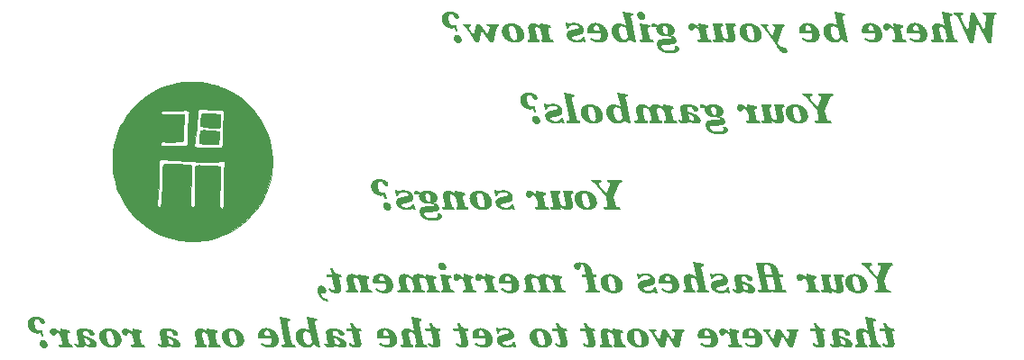
<source format=gbo>
%TF.GenerationSoftware,KiCad,Pcbnew,7.0.2-0*%
%TF.CreationDate,2023-10-11T23:39:17+01:00*%
%TF.ProjectId,Yorick,596f7269-636b-42e6-9b69-6361645f7063,rev02*%
%TF.SameCoordinates,Original*%
%TF.FileFunction,Legend,Bot*%
%TF.FilePolarity,Positive*%
%FSLAX46Y46*%
G04 Gerber Fmt 4.6, Leading zero omitted, Abs format (unit mm)*
G04 Created by KiCad (PCBNEW 7.0.2-0) date 2023-10-11 23:39:17*
%MOMM*%
%LPD*%
G01*
G04 APERTURE LIST*
%ADD10C,0.609600*%
%ADD11C,0.010000*%
G04 APERTURE END LIST*
D10*
G36*
X109894863Y-129651150D02*
G01*
X110300590Y-128597005D01*
X110312489Y-128566748D01*
X110324179Y-128537949D01*
X110341322Y-128497489D01*
X110357994Y-128460314D01*
X110374194Y-128426423D01*
X110389924Y-128395817D01*
X110405182Y-128368496D01*
X110424794Y-128337176D01*
X110443568Y-128311696D01*
X110465858Y-128288058D01*
X110494124Y-128267312D01*
X110521198Y-128253303D01*
X110551470Y-128242274D01*
X110584941Y-128234226D01*
X110621611Y-128229159D01*
X110653251Y-128227251D01*
X110669838Y-128227013D01*
X110622193Y-127997721D01*
X109224112Y-127997721D01*
X109271757Y-128227013D01*
X109312963Y-128228086D01*
X109350596Y-128231305D01*
X109384657Y-128236670D01*
X109415145Y-128244182D01*
X109450239Y-128257535D01*
X109478982Y-128274704D01*
X109501374Y-128295688D01*
X109520432Y-128327284D01*
X109527104Y-128349103D01*
X109529908Y-128382487D01*
X109526924Y-128416546D01*
X109520639Y-128448766D01*
X109510901Y-128484477D01*
X109500624Y-128515558D01*
X109488137Y-128548872D01*
X109484670Y-128557549D01*
X109181678Y-129318380D01*
X108618128Y-128615617D01*
X108597225Y-128588816D01*
X108578439Y-128562388D01*
X108561770Y-128536333D01*
X108543911Y-128504286D01*
X108529360Y-128472822D01*
X108518117Y-128441938D01*
X108510182Y-128411637D01*
X108505796Y-128378642D01*
X108507155Y-128348893D01*
X108517903Y-128314276D01*
X108538864Y-128285429D01*
X108570038Y-128262351D01*
X108600120Y-128248829D01*
X108635948Y-128238552D01*
X108677520Y-128231520D01*
X108708427Y-128228635D01*
X108741886Y-128227193D01*
X108759574Y-128227013D01*
X108711929Y-127997721D01*
X107779874Y-127997721D01*
X107827519Y-128227013D01*
X107859438Y-128228571D01*
X107891170Y-128233247D01*
X107922716Y-128241041D01*
X107954076Y-128251952D01*
X107985250Y-128265980D01*
X108016238Y-128283126D01*
X108047040Y-128303389D01*
X108077655Y-128326769D01*
X108101718Y-128347277D01*
X108128124Y-128371672D01*
X108156872Y-128399953D01*
X108187962Y-128432121D01*
X108209990Y-128455725D01*
X108233060Y-128481057D01*
X108257170Y-128508116D01*
X108282322Y-128536903D01*
X108308514Y-128567416D01*
X108335748Y-128599658D01*
X108364022Y-128633626D01*
X108393338Y-128669322D01*
X108423695Y-128706745D01*
X108455093Y-128745896D01*
X109139989Y-129605738D01*
X109268779Y-130227356D01*
X109275538Y-130262348D01*
X109280740Y-130295299D01*
X109284384Y-130326208D01*
X109286821Y-130364245D01*
X109286489Y-130398652D01*
X109283389Y-130429431D01*
X109275621Y-130462800D01*
X109263528Y-130490499D01*
X109260590Y-130495359D01*
X109237026Y-130520911D01*
X109209113Y-130538167D01*
X109181365Y-130549328D01*
X109148801Y-130558139D01*
X109111421Y-130564601D01*
X109080226Y-130567905D01*
X109046322Y-130569887D01*
X109009709Y-130570548D01*
X108967276Y-130570548D01*
X109014921Y-130799840D01*
X110506058Y-130799840D01*
X110458413Y-130570548D01*
X110415235Y-130570548D01*
X110377576Y-130569868D01*
X110342206Y-130567826D01*
X110309127Y-130564424D01*
X110278337Y-130559661D01*
X110240847Y-130551192D01*
X110207428Y-130540305D01*
X110178081Y-130526998D01*
X110147121Y-130506962D01*
X110131599Y-130493125D01*
X110108331Y-130466026D01*
X110091052Y-130440500D01*
X110074959Y-130411553D01*
X110060052Y-130379187D01*
X110046332Y-130343401D01*
X110036821Y-130314317D01*
X110027977Y-130283310D01*
X110019800Y-130250379D01*
X110014720Y-130227356D01*
X109894863Y-129651150D01*
G37*
G36*
X107120837Y-129037913D02*
G01*
X107172913Y-129040722D01*
X107224408Y-129045404D01*
X107275322Y-129051959D01*
X107325654Y-129060386D01*
X107375404Y-129070686D01*
X107424573Y-129082859D01*
X107473160Y-129096905D01*
X107521166Y-129112824D01*
X107568590Y-129130615D01*
X107615432Y-129150279D01*
X107661693Y-129171816D01*
X107707372Y-129195225D01*
X107752469Y-129220507D01*
X107796985Y-129247662D01*
X107840920Y-129276690D01*
X107883449Y-129307361D01*
X107923938Y-129339445D01*
X107962384Y-129372943D01*
X107998790Y-129407853D01*
X108033154Y-129444178D01*
X108065477Y-129481915D01*
X108095758Y-129521065D01*
X108123997Y-129561629D01*
X108150196Y-129603607D01*
X108174353Y-129646997D01*
X108196468Y-129691801D01*
X108216542Y-129738018D01*
X108234575Y-129785648D01*
X108250566Y-129834692D01*
X108264516Y-129885149D01*
X108276424Y-129937019D01*
X108286527Y-129991393D01*
X108293942Y-130044151D01*
X108298670Y-130095291D01*
X108300712Y-130144815D01*
X108300066Y-130192721D01*
X108296734Y-130239011D01*
X108290714Y-130283684D01*
X108282007Y-130326740D01*
X108270614Y-130368179D01*
X108256533Y-130408002D01*
X108239766Y-130446207D01*
X108220311Y-130482796D01*
X108198169Y-130517768D01*
X108173341Y-130551123D01*
X108145825Y-130582861D01*
X108115622Y-130612982D01*
X108083431Y-130641379D01*
X108049948Y-130667944D01*
X108015174Y-130692676D01*
X107979108Y-130715577D01*
X107941752Y-130736645D01*
X107903105Y-130755882D01*
X107863166Y-130773286D01*
X107821936Y-130788859D01*
X107779415Y-130802599D01*
X107735603Y-130814508D01*
X107690499Y-130824584D01*
X107644105Y-130832828D01*
X107596419Y-130839240D01*
X107547443Y-130843820D01*
X107497175Y-130846568D01*
X107445615Y-130847484D01*
X107392405Y-130846522D01*
X107339787Y-130843634D01*
X107287762Y-130838821D01*
X107236331Y-130832084D01*
X107185493Y-130823421D01*
X107135249Y-130812833D01*
X107085597Y-130800319D01*
X107036539Y-130785881D01*
X106988074Y-130769518D01*
X106940202Y-130751229D01*
X106892924Y-130731015D01*
X106846238Y-130708877D01*
X106800146Y-130684813D01*
X106754647Y-130658824D01*
X106709742Y-130630910D01*
X106665430Y-130601071D01*
X106622452Y-130569609D01*
X106581551Y-130536827D01*
X106542726Y-130502725D01*
X106505977Y-130467302D01*
X106471305Y-130430559D01*
X106438709Y-130392496D01*
X106408189Y-130353113D01*
X106379746Y-130312409D01*
X106353379Y-130270386D01*
X106329088Y-130227042D01*
X106306874Y-130182377D01*
X106286736Y-130136393D01*
X106268674Y-130089088D01*
X106252689Y-130040463D01*
X106238780Y-129990518D01*
X106226947Y-129939253D01*
X106216871Y-129885338D01*
X106209534Y-129833029D01*
X106204936Y-129782325D01*
X106203078Y-129733226D01*
X106203959Y-129685732D01*
X106207580Y-129639843D01*
X106213940Y-129595560D01*
X106223039Y-129552882D01*
X106225828Y-129543204D01*
X106874144Y-129543204D01*
X106874525Y-129573122D01*
X106875923Y-129604994D01*
X106878340Y-129638820D01*
X106881774Y-129674600D01*
X106886226Y-129712334D01*
X106891696Y-129752023D01*
X106898184Y-129793666D01*
X106905690Y-129837263D01*
X106914213Y-129882814D01*
X106923754Y-129930319D01*
X106929317Y-129956691D01*
X106940601Y-130007704D01*
X106952093Y-130056407D01*
X106963795Y-130102802D01*
X106975706Y-130146887D01*
X106987827Y-130188664D01*
X107000157Y-130228131D01*
X107012696Y-130265290D01*
X107025445Y-130300140D01*
X107038403Y-130332680D01*
X107051570Y-130362912D01*
X107064947Y-130390835D01*
X107085405Y-130428390D01*
X107106334Y-130460750D01*
X107127734Y-130487914D01*
X107142190Y-130503690D01*
X107164343Y-130525446D01*
X107187058Y-130544911D01*
X107218220Y-130567303D01*
X107250383Y-130585623D01*
X107283546Y-130599873D01*
X107317709Y-130610051D01*
X107352873Y-130616158D01*
X107389037Y-130618193D01*
X107400390Y-130618041D01*
X107432774Y-130615762D01*
X107472043Y-130608469D01*
X107506847Y-130596313D01*
X107537183Y-130579296D01*
X107563053Y-130557416D01*
X107584456Y-130530674D01*
X107601392Y-130499069D01*
X107613862Y-130462603D01*
X107620333Y-130431216D01*
X107624671Y-130395680D01*
X107626876Y-130355997D01*
X107626948Y-130312165D01*
X107625811Y-130280639D01*
X107623726Y-130247270D01*
X107620693Y-130212057D01*
X107616711Y-130175000D01*
X107611782Y-130136099D01*
X107605905Y-130095355D01*
X107599080Y-130052767D01*
X107591307Y-130008336D01*
X107582586Y-129962060D01*
X107572917Y-129913941D01*
X107561994Y-129863540D01*
X107550816Y-129815441D01*
X107539381Y-129769646D01*
X107527691Y-129726153D01*
X107515745Y-129684964D01*
X107503543Y-129646078D01*
X107491085Y-129609495D01*
X107478371Y-129575216D01*
X107465402Y-129543239D01*
X107452176Y-129513566D01*
X107431858Y-129473374D01*
X107410963Y-129438364D01*
X107389494Y-129408537D01*
X107367448Y-129383891D01*
X107359988Y-129376655D01*
X107337426Y-129356323D01*
X107306915Y-129332431D01*
X107275915Y-129312215D01*
X107244427Y-129295674D01*
X107212451Y-129282809D01*
X107179986Y-129273619D01*
X107147032Y-129268106D01*
X107113590Y-129266268D01*
X107103053Y-129266403D01*
X107072854Y-129268432D01*
X107035888Y-129274922D01*
X107002690Y-129285740D01*
X106973260Y-129300885D01*
X106947600Y-129320357D01*
X106925709Y-129344156D01*
X106907586Y-129372283D01*
X106893232Y-129404736D01*
X106885025Y-129432758D01*
X106879108Y-129465176D01*
X106875481Y-129501992D01*
X106874144Y-129543204D01*
X106225828Y-129543204D01*
X106234877Y-129511809D01*
X106249455Y-129472342D01*
X106266772Y-129434479D01*
X106286829Y-129398222D01*
X106309625Y-129363570D01*
X106335160Y-129330524D01*
X106363435Y-129299082D01*
X106394449Y-129269246D01*
X106427353Y-129241119D01*
X106461485Y-129214808D01*
X106496843Y-129190311D01*
X106533429Y-129167628D01*
X106571242Y-129146760D01*
X106610282Y-129127707D01*
X106650549Y-129110468D01*
X106692044Y-129095044D01*
X106734765Y-129081434D01*
X106778714Y-129069640D01*
X106823890Y-129059659D01*
X106870293Y-129051494D01*
X106917924Y-129045142D01*
X106966781Y-129040606D01*
X107016866Y-129037884D01*
X107068178Y-129036977D01*
X107120837Y-129037913D01*
G37*
G36*
X104883211Y-130552681D02*
G01*
X104913832Y-130579545D01*
X104944558Y-130605139D01*
X104975389Y-130629464D01*
X105006325Y-130652519D01*
X105037365Y-130674306D01*
X105068510Y-130694822D01*
X105099759Y-130714070D01*
X105131114Y-130732048D01*
X105162572Y-130748757D01*
X105194136Y-130764196D01*
X105215237Y-130773784D01*
X105246994Y-130786955D01*
X105278896Y-130798830D01*
X105310942Y-130809411D01*
X105343131Y-130818695D01*
X105375465Y-130826684D01*
X105407942Y-130833378D01*
X105440564Y-130838776D01*
X105473329Y-130842878D01*
X105506238Y-130845685D01*
X105539291Y-130847197D01*
X105561407Y-130847484D01*
X105603112Y-130846366D01*
X105643640Y-130843009D01*
X105682990Y-130837415D01*
X105721162Y-130829583D01*
X105758156Y-130819513D01*
X105793973Y-130807206D01*
X105828611Y-130792660D01*
X105862073Y-130775877D01*
X105894356Y-130756857D01*
X105925461Y-130735599D01*
X105945544Y-130720183D01*
X105973095Y-130694140D01*
X105996562Y-130664026D01*
X106015947Y-130629843D01*
X106031249Y-130591591D01*
X106042468Y-130549268D01*
X106047680Y-130518792D01*
X106051076Y-130486507D01*
X106052658Y-130452414D01*
X106052425Y-130416511D01*
X106050378Y-130378800D01*
X106046516Y-130339280D01*
X106040840Y-130297951D01*
X106033349Y-130254814D01*
X106028923Y-130232567D01*
X105894177Y-129587127D01*
X105887105Y-129549067D01*
X105882266Y-129514171D01*
X105879660Y-129482438D01*
X105879544Y-129447222D01*
X105882917Y-129416950D01*
X105891571Y-129387148D01*
X105900133Y-129371236D01*
X105922626Y-129348900D01*
X105950752Y-129334121D01*
X105980429Y-129324885D01*
X106015776Y-129318447D01*
X106048136Y-129315312D01*
X106084126Y-129313969D01*
X106093690Y-129313913D01*
X106046045Y-129084622D01*
X105137069Y-129084622D01*
X105370827Y-130207256D01*
X105376513Y-130237153D01*
X105382242Y-130274492D01*
X105385854Y-130308946D01*
X105387348Y-130340515D01*
X105386240Y-130375921D01*
X105381823Y-130406818D01*
X105372157Y-130437946D01*
X105370083Y-130442502D01*
X105351610Y-130470350D01*
X105326154Y-130491357D01*
X105298778Y-130503920D01*
X105266272Y-130511457D01*
X105235266Y-130513900D01*
X105228637Y-130513970D01*
X105197727Y-130511641D01*
X105165300Y-130504653D01*
X105131355Y-130493006D01*
X105101908Y-130479742D01*
X105071406Y-130463242D01*
X105046246Y-130447714D01*
X105020237Y-130429917D01*
X104993576Y-130410026D01*
X104966264Y-130388041D01*
X104938300Y-130363963D01*
X104909686Y-130337791D01*
X104887797Y-130316787D01*
X104865542Y-130294607D01*
X104842920Y-130271248D01*
X104819933Y-130246712D01*
X104682953Y-129590849D01*
X104676009Y-129553266D01*
X104671182Y-129518684D01*
X104668471Y-129487103D01*
X104668061Y-129451847D01*
X104670958Y-129421280D01*
X104678801Y-129390789D01*
X104686676Y-129374214D01*
X104708894Y-129350717D01*
X104738940Y-129335171D01*
X104771735Y-129325455D01*
X104803049Y-129319802D01*
X104838875Y-129316033D01*
X104868707Y-129314443D01*
X104901078Y-129313913D01*
X104853433Y-129084622D01*
X103925845Y-129084622D01*
X104175981Y-130286167D01*
X104183089Y-130324076D01*
X104188032Y-130358891D01*
X104190812Y-130390612D01*
X104191245Y-130425911D01*
X104188297Y-130456377D01*
X104180297Y-130486553D01*
X104172259Y-130502803D01*
X104149282Y-130525719D01*
X104118416Y-130540881D01*
X104084818Y-130550358D01*
X104052783Y-130555871D01*
X104016165Y-130559547D01*
X103985695Y-130561098D01*
X103952646Y-130561615D01*
X104001035Y-130790906D01*
X104031441Y-130790906D01*
X104062876Y-130790906D01*
X104094601Y-130790906D01*
X104100047Y-130790906D01*
X104147052Y-130791127D01*
X104194825Y-130791790D01*
X104243366Y-130792895D01*
X104292674Y-130794442D01*
X104342750Y-130796431D01*
X104393594Y-130798862D01*
X104445206Y-130801736D01*
X104497585Y-130805051D01*
X104550732Y-130808808D01*
X104604646Y-130813007D01*
X104659329Y-130817648D01*
X104714779Y-130822731D01*
X104770996Y-130828257D01*
X104827982Y-130834224D01*
X104885735Y-130840633D01*
X104944256Y-130847484D01*
X104883211Y-130552681D01*
G37*
G36*
X102642410Y-129476203D02*
G01*
X102621524Y-129449269D01*
X102600558Y-129423185D01*
X102579509Y-129397949D01*
X102558380Y-129373562D01*
X102537169Y-129350025D01*
X102515876Y-129327336D01*
X102494502Y-129305497D01*
X102473047Y-129284507D01*
X102440711Y-129254614D01*
X102408192Y-129226632D01*
X102375490Y-129200560D01*
X102342605Y-129176399D01*
X102309536Y-129154148D01*
X102298473Y-129147156D01*
X102265047Y-129127465D01*
X102231490Y-129109712D01*
X102197802Y-129093895D01*
X102163983Y-129080015D01*
X102130033Y-129068072D01*
X102095953Y-129058066D01*
X102061741Y-129049996D01*
X102027399Y-129043863D01*
X101992926Y-129039667D01*
X101958322Y-129037407D01*
X101935180Y-129036977D01*
X101902655Y-129037984D01*
X101872079Y-129041007D01*
X101834345Y-129048173D01*
X101800077Y-129058921D01*
X101769275Y-129073251D01*
X101741940Y-129091165D01*
X101718071Y-129112661D01*
X101697668Y-129137739D01*
X101688767Y-129151622D01*
X101673319Y-129180412D01*
X101660850Y-129209829D01*
X101651358Y-129239875D01*
X101644844Y-129270549D01*
X101641308Y-129301850D01*
X101640749Y-129333780D01*
X101643169Y-129366339D01*
X101648566Y-129399525D01*
X101656080Y-129430408D01*
X101665595Y-129460151D01*
X101677111Y-129488754D01*
X101690628Y-129516218D01*
X101706145Y-129542541D01*
X101723663Y-129567725D01*
X101743181Y-129591768D01*
X101764701Y-129614672D01*
X101787837Y-129635609D01*
X101812206Y-129653755D01*
X101837808Y-129669110D01*
X101871545Y-129684377D01*
X101899921Y-129693450D01*
X101929531Y-129699731D01*
X101960373Y-129703221D01*
X101984314Y-129704006D01*
X102017070Y-129702284D01*
X102049471Y-129696232D01*
X102079947Y-129684396D01*
X102093004Y-129676461D01*
X102116494Y-129656197D01*
X102136555Y-129633841D01*
X102154997Y-129610086D01*
X102174591Y-129582090D01*
X102188294Y-129561071D01*
X102206291Y-129536622D01*
X102229951Y-129512753D01*
X102255861Y-129494851D01*
X102284022Y-129482917D01*
X102314434Y-129476949D01*
X102330484Y-129476203D01*
X102363112Y-129478728D01*
X102394740Y-129486300D01*
X102425367Y-129498921D01*
X102454994Y-129516590D01*
X102483621Y-129539307D01*
X102511247Y-129567073D01*
X102531310Y-129591210D01*
X102550810Y-129618187D01*
X102563498Y-129637750D01*
X102581914Y-129669320D01*
X102599755Y-129703730D01*
X102617020Y-129740979D01*
X102633709Y-129781068D01*
X102644515Y-129809372D01*
X102655066Y-129838938D01*
X102665360Y-129869766D01*
X102675398Y-129901856D01*
X102685181Y-129935208D01*
X102694708Y-129969822D01*
X102703978Y-130005698D01*
X102712993Y-130042836D01*
X102721752Y-130081237D01*
X102730255Y-130120899D01*
X102768222Y-130301057D01*
X102774794Y-130337069D01*
X102779249Y-130370291D01*
X102781587Y-130400720D01*
X102781533Y-130434831D01*
X102778171Y-130464580D01*
X102769769Y-130494521D01*
X102761522Y-130510992D01*
X102738001Y-130534198D01*
X102706838Y-130549552D01*
X102673113Y-130559149D01*
X102641055Y-130564732D01*
X102604483Y-130568454D01*
X102574093Y-130570025D01*
X102541164Y-130570548D01*
X102497986Y-130570548D01*
X102545631Y-130799840D01*
X103803755Y-130799840D01*
X103756110Y-130570548D01*
X103722852Y-130570031D01*
X103691753Y-130568481D01*
X103653646Y-130564805D01*
X103619378Y-130559291D01*
X103588949Y-130551940D01*
X103556310Y-130540166D01*
X103529669Y-130525520D01*
X103512674Y-130511736D01*
X103490829Y-130486411D01*
X103474225Y-130460308D01*
X103459074Y-130429661D01*
X103448000Y-130401872D01*
X103437857Y-130371175D01*
X103428644Y-130337570D01*
X103420362Y-130301057D01*
X103299761Y-129720384D01*
X103292828Y-129683359D01*
X103288036Y-129649335D01*
X103285384Y-129618312D01*
X103285079Y-129583754D01*
X103288117Y-129553885D01*
X103296178Y-129524232D01*
X103304228Y-129508215D01*
X103327169Y-129485589D01*
X103357948Y-129470619D01*
X103391433Y-129461262D01*
X103423352Y-129455818D01*
X103459830Y-129452189D01*
X103490181Y-129450658D01*
X103523097Y-129450148D01*
X103476196Y-129224579D01*
X102611143Y-129036977D01*
X102607370Y-129070185D01*
X102604984Y-129105042D01*
X102603985Y-129141548D01*
X102604373Y-129179702D01*
X102606148Y-129219506D01*
X102609311Y-129260958D01*
X102613860Y-129304059D01*
X102617664Y-129333709D01*
X102622084Y-129364092D01*
X102627121Y-129395208D01*
X102632774Y-129427057D01*
X102639044Y-129459638D01*
X102642410Y-129476203D01*
G37*
G36*
X100604100Y-130847484D02*
G01*
X100485732Y-130275745D01*
X100300363Y-130275745D01*
X100287393Y-130317213D01*
X100271748Y-130356006D01*
X100253428Y-130392124D01*
X100232432Y-130425566D01*
X100208761Y-130456333D01*
X100182414Y-130484424D01*
X100153392Y-130509840D01*
X100121695Y-130532581D01*
X100087322Y-130552646D01*
X100050274Y-130570036D01*
X100010550Y-130584751D01*
X99968151Y-130596790D01*
X99923077Y-130606154D01*
X99875328Y-130612842D01*
X99824903Y-130616855D01*
X99771802Y-130618193D01*
X99738315Y-130617650D01*
X99705691Y-130616021D01*
X99673931Y-130613306D01*
X99643035Y-130609504D01*
X99613003Y-130604616D01*
X99574303Y-130596410D01*
X99537138Y-130586273D01*
X99501509Y-130574204D01*
X99467416Y-130560205D01*
X99459132Y-130556404D01*
X99427807Y-130540503D01*
X99400088Y-130524066D01*
X99370510Y-130502769D01*
X99346566Y-130480635D01*
X99325270Y-130452971D01*
X99312088Y-130424103D01*
X99309497Y-130414213D01*
X99306799Y-130381597D01*
X99314219Y-130349687D01*
X99332709Y-130322840D01*
X99351187Y-130307757D01*
X99378868Y-130294165D01*
X99410533Y-130282118D01*
X99441491Y-130272010D01*
X99477452Y-130261483D01*
X99507705Y-130253313D01*
X99540771Y-130244907D01*
X99576651Y-130236266D01*
X99615344Y-130227389D01*
X99628867Y-130224378D01*
X99670673Y-130215378D01*
X99711036Y-130206430D01*
X99749957Y-130197534D01*
X99787436Y-130188691D01*
X99823472Y-130179900D01*
X99858066Y-130171161D01*
X99891217Y-130162475D01*
X99922926Y-130153841D01*
X99953193Y-130145260D01*
X99982017Y-130136730D01*
X100022549Y-130124035D01*
X100059835Y-130111457D01*
X100093877Y-130098997D01*
X100124672Y-130086654D01*
X100153133Y-130073749D01*
X100180166Y-130059601D01*
X100205773Y-130044210D01*
X100237698Y-130021754D01*
X100267086Y-129997088D01*
X100293939Y-129970212D01*
X100318256Y-129941126D01*
X100340037Y-129909830D01*
X100354708Y-129884908D01*
X100371586Y-129850058D01*
X100384998Y-129813999D01*
X100394944Y-129776730D01*
X100401423Y-129738251D01*
X100404435Y-129698562D01*
X100404420Y-129668002D01*
X100402455Y-129636761D01*
X100398540Y-129604840D01*
X100392675Y-129572238D01*
X100385234Y-129540145D01*
X100376309Y-129508820D01*
X100365901Y-129478262D01*
X100354010Y-129448473D01*
X100340636Y-129419451D01*
X100325779Y-129391196D01*
X100309439Y-129363710D01*
X100291616Y-129336991D01*
X100272310Y-129311040D01*
X100251520Y-129285856D01*
X100229248Y-129261441D01*
X100205492Y-129237793D01*
X100180253Y-129214912D01*
X100153532Y-129192800D01*
X100125327Y-129171455D01*
X100095639Y-129150878D01*
X100064689Y-129131316D01*
X100032884Y-129113016D01*
X100000224Y-129095977D01*
X99966709Y-129080201D01*
X99932339Y-129065688D01*
X99897114Y-129052436D01*
X99861035Y-129040446D01*
X99824100Y-129029718D01*
X99786310Y-129020253D01*
X99747666Y-129012049D01*
X99708166Y-129005108D01*
X99667811Y-128999428D01*
X99626602Y-128995011D01*
X99584538Y-128991856D01*
X99541618Y-128989963D01*
X99497844Y-128989332D01*
X99464009Y-128989739D01*
X99430250Y-128990960D01*
X99396566Y-128992996D01*
X99362958Y-128995846D01*
X99329426Y-128999510D01*
X99295969Y-129003988D01*
X99262588Y-129009281D01*
X99229283Y-129015388D01*
X99196053Y-129022309D01*
X99162898Y-129030044D01*
X99129820Y-129038594D01*
X99096817Y-129047957D01*
X99063889Y-129058135D01*
X99031037Y-129069128D01*
X98998261Y-129080934D01*
X98965560Y-129093555D01*
X98941230Y-129072792D01*
X98918395Y-129050889D01*
X98897057Y-129027846D01*
X98877215Y-129003662D01*
X98866548Y-128989332D01*
X98690113Y-128989332D01*
X98799548Y-129513426D01*
X98951416Y-129513426D01*
X98964673Y-129473040D01*
X98980996Y-129435259D01*
X99000384Y-129400083D01*
X99022837Y-129367513D01*
X99048355Y-129337549D01*
X99076937Y-129310191D01*
X99108585Y-129285438D01*
X99143298Y-129263290D01*
X99181076Y-129243748D01*
X99221920Y-129226812D01*
X99265828Y-129212481D01*
X99312801Y-129200756D01*
X99362839Y-129191637D01*
X99415942Y-129185123D01*
X99472111Y-129181214D01*
X99531344Y-129179912D01*
X99570265Y-129180726D01*
X99607743Y-129183168D01*
X99643780Y-129187240D01*
X99678373Y-129192939D01*
X99711525Y-129200268D01*
X99743234Y-129209224D01*
X99773500Y-129219810D01*
X99802325Y-129232023D01*
X99834894Y-129248981D01*
X99862811Y-129267283D01*
X99886076Y-129286930D01*
X99907851Y-129312282D01*
X99922926Y-129339571D01*
X99930370Y-129363791D01*
X99933625Y-129393793D01*
X99929416Y-129424892D01*
X99916586Y-129451788D01*
X99895136Y-129474480D01*
X99874537Y-129488115D01*
X99846892Y-129501186D01*
X99816794Y-129512376D01*
X99779601Y-129524218D01*
X99747049Y-129533526D01*
X99710506Y-129543201D01*
X99669972Y-129553243D01*
X99640732Y-129560140D01*
X99609718Y-129567201D01*
X99576930Y-129574425D01*
X99542368Y-129581811D01*
X99506033Y-129589360D01*
X99468042Y-129597645D01*
X99431308Y-129605936D01*
X99395831Y-129614232D01*
X99361609Y-129622535D01*
X99328644Y-129630843D01*
X99296935Y-129639157D01*
X99266482Y-129647477D01*
X99237285Y-129655803D01*
X99195846Y-129668302D01*
X99157234Y-129680814D01*
X99121448Y-129693340D01*
X99088488Y-129705879D01*
X99058355Y-129718430D01*
X99048939Y-129722617D01*
X99021748Y-129735736D01*
X98987754Y-129754958D01*
X98956341Y-129776157D01*
X98927511Y-129799334D01*
X98901263Y-129824489D01*
X98877598Y-129851620D01*
X98856515Y-129880730D01*
X98838014Y-129911816D01*
X98833792Y-129919897D01*
X98818822Y-129952920D01*
X98807039Y-129987223D01*
X98798443Y-130022806D01*
X98793034Y-130059668D01*
X98790812Y-130097809D01*
X98791777Y-130137231D01*
X98794593Y-130167636D01*
X98799202Y-130198761D01*
X98803270Y-130219911D01*
X98811296Y-130254133D01*
X98821044Y-130287563D01*
X98832513Y-130320203D01*
X98845704Y-130352052D01*
X98860616Y-130383109D01*
X98877250Y-130413376D01*
X98895605Y-130442851D01*
X98915682Y-130471536D01*
X98937481Y-130499430D01*
X98961001Y-130526532D01*
X98986242Y-130552844D01*
X99013205Y-130578365D01*
X99041890Y-130603095D01*
X99072296Y-130627034D01*
X99104424Y-130650181D01*
X99138273Y-130672538D01*
X99173295Y-130693723D01*
X99208938Y-130713541D01*
X99245204Y-130731993D01*
X99282092Y-130749077D01*
X99319603Y-130764795D01*
X99357736Y-130779146D01*
X99396491Y-130792130D01*
X99435868Y-130803748D01*
X99475868Y-130813999D01*
X99516490Y-130822883D01*
X99557734Y-130830400D01*
X99599601Y-130836550D01*
X99642090Y-130841334D01*
X99685201Y-130844751D01*
X99728935Y-130846801D01*
X99773291Y-130847484D01*
X99807350Y-130846999D01*
X99841408Y-130845542D01*
X99875467Y-130843114D01*
X99909526Y-130839714D01*
X99943584Y-130835343D01*
X99977643Y-130830001D01*
X100011702Y-130823688D01*
X100045761Y-130816404D01*
X100079819Y-130808148D01*
X100113878Y-130798921D01*
X100147937Y-130788722D01*
X100181995Y-130777552D01*
X100216054Y-130765411D01*
X100250113Y-130752299D01*
X100284171Y-130738216D01*
X100318230Y-130723161D01*
X100344266Y-130744377D01*
X100368306Y-130768942D01*
X100387325Y-130792663D01*
X100404877Y-130818843D01*
X100420964Y-130847484D01*
X100604100Y-130847484D01*
G37*
G36*
X97270245Y-129037913D02*
G01*
X97322322Y-129040722D01*
X97373817Y-129045404D01*
X97424730Y-129051959D01*
X97475062Y-129060386D01*
X97524813Y-129070686D01*
X97573982Y-129082859D01*
X97622569Y-129096905D01*
X97670574Y-129112824D01*
X97717998Y-129130615D01*
X97764840Y-129150279D01*
X97811101Y-129171816D01*
X97856780Y-129195225D01*
X97901878Y-129220507D01*
X97946394Y-129247662D01*
X97990328Y-129276690D01*
X98032858Y-129307361D01*
X98073346Y-129339445D01*
X98111793Y-129372943D01*
X98148198Y-129407853D01*
X98182562Y-129444178D01*
X98214885Y-129481915D01*
X98245166Y-129521065D01*
X98273406Y-129561629D01*
X98299604Y-129603607D01*
X98323761Y-129646997D01*
X98345877Y-129691801D01*
X98365951Y-129738018D01*
X98383983Y-129785648D01*
X98399974Y-129834692D01*
X98413924Y-129885149D01*
X98425833Y-129937019D01*
X98435935Y-129991393D01*
X98443350Y-130044151D01*
X98448079Y-130095291D01*
X98450120Y-130144815D01*
X98449475Y-130192721D01*
X98446142Y-130239011D01*
X98440123Y-130283684D01*
X98431416Y-130326740D01*
X98420022Y-130368179D01*
X98405942Y-130408002D01*
X98389174Y-130446207D01*
X98369719Y-130482796D01*
X98347578Y-130517768D01*
X98322749Y-130551123D01*
X98295234Y-130582861D01*
X98265031Y-130612982D01*
X98232839Y-130641379D01*
X98199356Y-130667944D01*
X98164582Y-130692676D01*
X98128517Y-130715577D01*
X98091161Y-130736645D01*
X98052513Y-130755882D01*
X98012574Y-130773286D01*
X97971345Y-130788859D01*
X97928823Y-130802599D01*
X97885011Y-130814508D01*
X97839908Y-130824584D01*
X97793513Y-130832828D01*
X97745828Y-130839240D01*
X97696851Y-130843820D01*
X97646583Y-130846568D01*
X97595024Y-130847484D01*
X97541813Y-130846522D01*
X97489195Y-130843634D01*
X97437171Y-130838821D01*
X97385740Y-130832084D01*
X97334902Y-130823421D01*
X97284657Y-130812833D01*
X97235006Y-130800319D01*
X97185947Y-130785881D01*
X97137482Y-130769518D01*
X97089611Y-130751229D01*
X97042332Y-130731015D01*
X96995647Y-130708877D01*
X96949555Y-130684813D01*
X96904056Y-130658824D01*
X96859150Y-130630910D01*
X96814838Y-130601071D01*
X96771860Y-130569609D01*
X96730959Y-130536827D01*
X96692134Y-130502725D01*
X96655386Y-130467302D01*
X96620713Y-130430559D01*
X96588117Y-130392496D01*
X96557598Y-130353113D01*
X96529154Y-130312409D01*
X96502788Y-130270386D01*
X96478497Y-130227042D01*
X96456283Y-130182377D01*
X96436144Y-130136393D01*
X96418083Y-130089088D01*
X96402097Y-130040463D01*
X96388188Y-129990518D01*
X96376356Y-129939253D01*
X96366279Y-129885338D01*
X96358942Y-129833029D01*
X96354345Y-129782325D01*
X96352487Y-129733226D01*
X96353368Y-129685732D01*
X96356988Y-129639843D01*
X96363348Y-129595560D01*
X96372447Y-129552882D01*
X96375237Y-129543204D01*
X97023552Y-129543204D01*
X97023933Y-129573122D01*
X97025332Y-129604994D01*
X97027748Y-129638820D01*
X97031183Y-129674600D01*
X97035635Y-129712334D01*
X97041105Y-129752023D01*
X97047593Y-129793666D01*
X97055098Y-129837263D01*
X97063622Y-129882814D01*
X97073163Y-129930319D01*
X97078726Y-129956691D01*
X97090009Y-130007704D01*
X97101502Y-130056407D01*
X97113203Y-130102802D01*
X97125115Y-130146887D01*
X97137235Y-130188664D01*
X97149565Y-130228131D01*
X97162105Y-130265290D01*
X97174853Y-130300140D01*
X97187811Y-130332680D01*
X97200979Y-130362912D01*
X97214356Y-130390835D01*
X97234814Y-130428390D01*
X97255743Y-130460750D01*
X97277143Y-130487914D01*
X97291599Y-130503690D01*
X97313751Y-130525446D01*
X97336466Y-130544911D01*
X97367629Y-130567303D01*
X97399791Y-130585623D01*
X97432954Y-130599873D01*
X97467118Y-130610051D01*
X97502281Y-130616158D01*
X97538446Y-130618193D01*
X97549798Y-130618041D01*
X97582182Y-130615762D01*
X97621452Y-130608469D01*
X97656255Y-130596313D01*
X97686592Y-130579296D01*
X97712461Y-130557416D01*
X97733864Y-130530674D01*
X97750801Y-130499069D01*
X97763270Y-130462603D01*
X97769741Y-130431216D01*
X97774079Y-130395680D01*
X97776284Y-130355997D01*
X97776356Y-130312165D01*
X97775219Y-130280639D01*
X97773134Y-130247270D01*
X97770101Y-130212057D01*
X97766120Y-130175000D01*
X97761191Y-130136099D01*
X97755314Y-130095355D01*
X97748489Y-130052767D01*
X97740716Y-130008336D01*
X97731994Y-129962060D01*
X97722325Y-129913941D01*
X97711403Y-129863540D01*
X97700224Y-129815441D01*
X97688790Y-129769646D01*
X97677100Y-129726153D01*
X97665154Y-129684964D01*
X97652952Y-129646078D01*
X97640494Y-129609495D01*
X97627780Y-129575216D01*
X97614810Y-129543239D01*
X97601584Y-129513566D01*
X97581266Y-129473374D01*
X97560372Y-129438364D01*
X97538902Y-129408537D01*
X97516856Y-129383891D01*
X97509397Y-129376655D01*
X97486834Y-129356323D01*
X97456323Y-129332431D01*
X97425324Y-129312215D01*
X97393836Y-129295674D01*
X97361859Y-129282809D01*
X97329394Y-129273619D01*
X97296440Y-129268106D01*
X97262998Y-129266268D01*
X97252461Y-129266403D01*
X97222263Y-129268432D01*
X97185296Y-129274922D01*
X97152098Y-129285740D01*
X97122669Y-129300885D01*
X97097009Y-129320357D01*
X97075117Y-129344156D01*
X97056994Y-129372283D01*
X97042640Y-129404736D01*
X97034433Y-129432758D01*
X97028516Y-129465176D01*
X97024889Y-129501992D01*
X97023552Y-129543204D01*
X96375237Y-129543204D01*
X96384286Y-129511809D01*
X96398864Y-129472342D01*
X96416181Y-129434479D01*
X96436238Y-129398222D01*
X96459033Y-129363570D01*
X96484569Y-129330524D01*
X96512843Y-129299082D01*
X96543857Y-129269246D01*
X96576762Y-129241119D01*
X96610893Y-129214808D01*
X96646252Y-129190311D01*
X96682837Y-129167628D01*
X96720650Y-129146760D01*
X96759690Y-129127707D01*
X96799958Y-129110468D01*
X96841452Y-129095044D01*
X96884174Y-129081434D01*
X96928123Y-129069640D01*
X96973299Y-129059659D01*
X97019702Y-129051494D01*
X97067332Y-129045142D01*
X97116190Y-129040606D01*
X97166275Y-129037884D01*
X97217587Y-129036977D01*
X97270245Y-129037913D01*
G37*
G36*
X95032619Y-129644450D02*
G01*
X95170343Y-130305523D01*
X95177043Y-130339977D01*
X95182254Y-130371873D01*
X95186675Y-130408143D01*
X95188768Y-130440414D01*
X95188210Y-130473862D01*
X95183325Y-130505608D01*
X95182254Y-130509503D01*
X95167375Y-130539012D01*
X95142839Y-130558864D01*
X95112921Y-130568402D01*
X95085476Y-130570548D01*
X95133121Y-130799840D01*
X96252032Y-130799840D01*
X96204387Y-130570548D01*
X96171522Y-130570064D01*
X96140763Y-130568611D01*
X96103028Y-130565168D01*
X96069039Y-130560004D01*
X96038796Y-130553118D01*
X96006259Y-130542089D01*
X95979574Y-130528370D01*
X95962440Y-130515459D01*
X95940569Y-130491040D01*
X95923902Y-130465373D01*
X95908654Y-130434872D01*
X95897475Y-130406990D01*
X95887204Y-130376014D01*
X95877840Y-130341943D01*
X95869384Y-130304779D01*
X95751016Y-129735273D01*
X95744083Y-129698260D01*
X95739291Y-129664271D01*
X95736639Y-129633306D01*
X95736333Y-129598853D01*
X95739372Y-129569126D01*
X95747433Y-129539691D01*
X95755483Y-129523848D01*
X95778169Y-129501223D01*
X95808843Y-129486252D01*
X95842322Y-129476896D01*
X95874287Y-129471452D01*
X95910858Y-129467823D01*
X95941309Y-129466292D01*
X95974351Y-129465781D01*
X95926707Y-129235001D01*
X94958919Y-129084622D01*
X94951521Y-129118061D01*
X94948555Y-129150525D01*
X94948496Y-129187170D01*
X94950544Y-129219495D01*
X94954452Y-129254496D01*
X94960221Y-129292173D01*
X94965770Y-129322185D01*
X94967852Y-129332524D01*
X94937595Y-129305401D01*
X94907403Y-129279587D01*
X94877277Y-129255081D01*
X94847216Y-129231884D01*
X94817221Y-129209995D01*
X94787290Y-129189415D01*
X94757426Y-129170143D01*
X94727627Y-129152181D01*
X94697893Y-129135526D01*
X94668225Y-129120181D01*
X94648482Y-129110677D01*
X94618783Y-129097506D01*
X94589150Y-129085631D01*
X94559582Y-129075051D01*
X94530079Y-129065766D01*
X94500642Y-129057777D01*
X94471271Y-129051083D01*
X94441964Y-129045685D01*
X94402991Y-129040503D01*
X94364134Y-129037624D01*
X94335068Y-129036977D01*
X94301134Y-129037599D01*
X94268381Y-129039466D01*
X94236809Y-129042578D01*
X94206417Y-129046934D01*
X94163043Y-129055802D01*
X94122326Y-129067470D01*
X94084265Y-129081939D01*
X94048861Y-129099208D01*
X94016113Y-129119278D01*
X93986021Y-129142148D01*
X93958586Y-129167819D01*
X93933808Y-129196289D01*
X93911828Y-129227201D01*
X93893067Y-129260193D01*
X93877525Y-129295266D01*
X93865202Y-129332420D01*
X93856099Y-129371654D01*
X93850214Y-129412969D01*
X93847549Y-129456364D01*
X93847561Y-129486451D01*
X93849003Y-129517462D01*
X93851876Y-129549398D01*
X93856180Y-129582258D01*
X93861915Y-129616043D01*
X93865318Y-129633283D01*
X94004531Y-130301057D01*
X94011406Y-130338244D01*
X94016023Y-130372384D01*
X94018385Y-130403477D01*
X94018163Y-130438057D01*
X94014415Y-130467875D01*
X94005264Y-130497371D01*
X93996342Y-130513225D01*
X93972052Y-130535561D01*
X93941082Y-130550340D01*
X93908116Y-130559576D01*
X93877058Y-130564950D01*
X93841836Y-130568533D01*
X93802450Y-130570324D01*
X93781195Y-130570548D01*
X93828840Y-130799840D01*
X94947007Y-130799840D01*
X94899363Y-130570548D01*
X94865332Y-130568411D01*
X94832941Y-130561999D01*
X94802188Y-130551312D01*
X94773073Y-130536350D01*
X94757172Y-130525881D01*
X94734638Y-130504272D01*
X94717259Y-130479266D01*
X94701152Y-130447900D01*
X94689183Y-130418226D01*
X94678028Y-130384482D01*
X94667687Y-130346666D01*
X94660465Y-130315632D01*
X94658160Y-130304779D01*
X94529370Y-129686883D01*
X94523392Y-129656140D01*
X94517232Y-129618080D01*
X94513144Y-129583370D01*
X94511126Y-129552010D01*
X94511515Y-129517521D01*
X94516252Y-129483043D01*
X94525648Y-129456103D01*
X94544119Y-129429070D01*
X94569012Y-129409761D01*
X94600325Y-129398176D01*
X94632992Y-129394374D01*
X94638060Y-129394314D01*
X94669623Y-129396486D01*
X94702339Y-129403003D01*
X94736205Y-129413864D01*
X94765307Y-129426234D01*
X94795209Y-129441621D01*
X94819706Y-129456103D01*
X94844692Y-129472563D01*
X94870143Y-129491046D01*
X94896059Y-129511553D01*
X94922441Y-129534085D01*
X94949287Y-129558640D01*
X94976599Y-129585219D01*
X95004377Y-129613822D01*
X95025515Y-129636603D01*
X95032619Y-129644450D01*
G37*
G36*
X92384830Y-129037564D02*
G01*
X92431852Y-129039326D01*
X92478026Y-129042263D01*
X92523350Y-129046375D01*
X92567825Y-129051662D01*
X92611452Y-129058124D01*
X92654228Y-129065760D01*
X92696156Y-129074572D01*
X92737235Y-129084558D01*
X92777464Y-129095719D01*
X92816845Y-129108054D01*
X92855376Y-129121565D01*
X92893058Y-129136251D01*
X92929891Y-129152111D01*
X92965875Y-129169146D01*
X93001009Y-129187356D01*
X93034870Y-129206601D01*
X93067033Y-129226928D01*
X93097497Y-129248337D01*
X93126263Y-129270828D01*
X93153331Y-129294400D01*
X93178701Y-129319054D01*
X93202372Y-129344790D01*
X93224345Y-129371608D01*
X93244620Y-129399507D01*
X93263196Y-129428489D01*
X93280074Y-129458552D01*
X93295254Y-129489697D01*
X93308736Y-129521923D01*
X93320519Y-129555232D01*
X93330604Y-129589622D01*
X93338991Y-129625094D01*
X93343146Y-129647523D01*
X93347515Y-129680830D01*
X93349646Y-129713730D01*
X93349539Y-129746225D01*
X93347194Y-129778314D01*
X93342612Y-129809998D01*
X93335792Y-129841276D01*
X93326734Y-129872148D01*
X93315439Y-129902615D01*
X93301906Y-129932676D01*
X93286135Y-129962331D01*
X93274316Y-129981576D01*
X93254844Y-130008983D01*
X93233278Y-130034636D01*
X93209619Y-130058535D01*
X93183865Y-130080681D01*
X93156018Y-130101074D01*
X93126077Y-130119713D01*
X93094043Y-130136598D01*
X93059914Y-130151730D01*
X93023692Y-130165108D01*
X92985376Y-130176733D01*
X93012383Y-130182741D01*
X93051573Y-130192647D01*
X93089180Y-130203626D01*
X93125204Y-130215679D01*
X93159645Y-130228804D01*
X93192502Y-130243002D01*
X93223775Y-130258274D01*
X93253465Y-130274618D01*
X93281572Y-130292036D01*
X93308095Y-130310526D01*
X93333035Y-130330090D01*
X93348674Y-130343720D01*
X93370759Y-130365026D01*
X93391195Y-130387366D01*
X93409983Y-130410740D01*
X93427121Y-130435148D01*
X93442611Y-130460590D01*
X93456451Y-130487065D01*
X93468643Y-130514574D01*
X93479186Y-130543117D01*
X93488080Y-130572694D01*
X93495326Y-130603304D01*
X93500566Y-130632358D01*
X93505046Y-130673922D01*
X93505469Y-130713064D01*
X93501835Y-130749786D01*
X93494145Y-130784087D01*
X93482398Y-130815967D01*
X93466594Y-130845426D01*
X93446734Y-130872464D01*
X93422817Y-130897081D01*
X93394844Y-130919277D01*
X93362813Y-130939052D01*
X93351136Y-130945144D01*
X93312772Y-130962258D01*
X93284419Y-130972701D01*
X93253844Y-130982370D01*
X93221047Y-130991265D01*
X93186029Y-130999388D01*
X93148789Y-131006736D01*
X93109327Y-131013311D01*
X93067644Y-131019113D01*
X93023738Y-131024141D01*
X92977612Y-131028395D01*
X92929263Y-131031876D01*
X92878692Y-131034583D01*
X92825900Y-131036517D01*
X92770886Y-131037677D01*
X92713651Y-131038064D01*
X92687253Y-131038102D01*
X92636310Y-131038404D01*
X92587839Y-131039009D01*
X92541840Y-131039917D01*
X92498313Y-131041126D01*
X92457258Y-131042639D01*
X92418674Y-131044453D01*
X92382562Y-131046570D01*
X92348922Y-131048990D01*
X92317754Y-131051712D01*
X92275637Y-131056361D01*
X92239081Y-131061692D01*
X92208086Y-131067703D01*
X92175412Y-131076776D01*
X92149705Y-131087908D01*
X92123787Y-131106435D01*
X92104776Y-131130088D01*
X92092672Y-131158867D01*
X92087474Y-131192771D01*
X92088288Y-131223584D01*
X92093522Y-131257678D01*
X92103921Y-131294900D01*
X92119485Y-131330634D01*
X92134547Y-131356457D01*
X92152514Y-131381443D01*
X92173386Y-131405591D01*
X92197164Y-131428902D01*
X92223846Y-131451375D01*
X92253434Y-131473010D01*
X92285927Y-131493809D01*
X92321325Y-131513769D01*
X92359377Y-131532528D01*
X92400111Y-131549442D01*
X92428758Y-131559693D01*
X92458597Y-131569123D01*
X92489629Y-131577734D01*
X92521853Y-131585524D01*
X92555269Y-131592495D01*
X92589877Y-131598645D01*
X92625678Y-131603976D01*
X92662670Y-131608486D01*
X92700856Y-131612176D01*
X92740233Y-131615047D01*
X92780803Y-131617097D01*
X92822565Y-131618327D01*
X92865519Y-131618737D01*
X92882908Y-131618664D01*
X92916775Y-131618083D01*
X92949426Y-131616919D01*
X92980862Y-131615175D01*
X93025736Y-131611467D01*
X93067876Y-131606451D01*
X93107280Y-131600126D01*
X93143949Y-131592492D01*
X93177884Y-131583550D01*
X93209083Y-131573299D01*
X93237547Y-131561740D01*
X93271246Y-131544292D01*
X93299895Y-131524506D01*
X93323683Y-131502370D01*
X93342608Y-131477884D01*
X93356671Y-131451049D01*
X93365872Y-131421864D01*
X93370211Y-131390330D01*
X93369688Y-131356445D01*
X93364302Y-131320212D01*
X93362674Y-131312674D01*
X93354080Y-131282751D01*
X93343457Y-131254700D01*
X93335222Y-131237019D01*
X93321298Y-131209800D01*
X93305490Y-131181743D01*
X93316506Y-131175794D01*
X93343536Y-131162599D01*
X93375012Y-131149931D01*
X93405442Y-131140719D01*
X93434824Y-131134961D01*
X93467781Y-131132610D01*
X93496018Y-131134336D01*
X93529518Y-131140967D01*
X93562600Y-131152570D01*
X93589848Y-131166037D01*
X93616805Y-131182958D01*
X93643472Y-131203333D01*
X93653751Y-131212333D01*
X93677390Y-131236233D01*
X93698084Y-131262133D01*
X93715834Y-131290031D01*
X93730639Y-131319930D01*
X93742501Y-131351827D01*
X93751417Y-131385723D01*
X93755294Y-131407912D01*
X93758197Y-131440649D01*
X93757605Y-131472731D01*
X93753520Y-131504160D01*
X93745941Y-131534934D01*
X93734868Y-131565053D01*
X93720301Y-131594519D01*
X93702240Y-131623330D01*
X93680686Y-131651487D01*
X93655637Y-131678990D01*
X93627094Y-131705838D01*
X93616597Y-131714586D01*
X93580868Y-131739164D01*
X93553515Y-131754160D01*
X93523336Y-131768046D01*
X93490330Y-131780821D01*
X93454497Y-131792485D01*
X93415838Y-131803038D01*
X93374352Y-131812481D01*
X93330040Y-131820812D01*
X93282901Y-131828033D01*
X93232935Y-131834142D01*
X93180143Y-131839141D01*
X93124524Y-131843029D01*
X93066079Y-131845806D01*
X93035797Y-131846778D01*
X93004807Y-131847473D01*
X92973111Y-131847889D01*
X92940709Y-131848028D01*
X92906417Y-131847828D01*
X92872588Y-131847226D01*
X92839224Y-131846222D01*
X92806324Y-131844818D01*
X92773887Y-131843012D01*
X92741914Y-131840805D01*
X92710405Y-131838196D01*
X92679360Y-131835186D01*
X92648778Y-131831775D01*
X92618661Y-131827963D01*
X92559817Y-131819134D01*
X92502828Y-131808700D01*
X92447695Y-131796661D01*
X92394418Y-131783017D01*
X92342995Y-131767767D01*
X92293428Y-131750912D01*
X92245716Y-131732452D01*
X92199860Y-131712387D01*
X92155858Y-131690716D01*
X92113713Y-131667440D01*
X92073422Y-131642559D01*
X92034934Y-131616492D01*
X91998384Y-131589471D01*
X91963769Y-131561496D01*
X91931092Y-131532567D01*
X91900351Y-131502684D01*
X91871547Y-131471847D01*
X91844680Y-131440057D01*
X91819750Y-131407312D01*
X91796756Y-131373614D01*
X91775699Y-131338962D01*
X91756579Y-131303357D01*
X91739396Y-131266797D01*
X91724149Y-131229284D01*
X91710839Y-131190816D01*
X91699466Y-131151395D01*
X91690029Y-131111021D01*
X91682747Y-131072425D01*
X91677280Y-131035179D01*
X91673628Y-130999283D01*
X91671790Y-130964736D01*
X91671767Y-130931538D01*
X91673558Y-130899689D01*
X91677164Y-130869190D01*
X91685975Y-130825971D01*
X91698869Y-130785788D01*
X91715846Y-130748641D01*
X91736906Y-130714530D01*
X91762049Y-130683455D01*
X91791275Y-130655416D01*
X91801825Y-130646714D01*
X91836686Y-130622264D01*
X91862602Y-130607346D01*
X91890659Y-130593533D01*
X91920856Y-130580825D01*
X91953193Y-130569222D01*
X91987670Y-130558724D01*
X92024288Y-130549331D01*
X92063046Y-130541043D01*
X92103945Y-130533861D01*
X92146983Y-130527783D01*
X92192162Y-130522810D01*
X92239481Y-130518943D01*
X92288941Y-130516180D01*
X92340541Y-130514522D01*
X92394281Y-130513970D01*
X92412136Y-130513970D01*
X92443327Y-130513970D01*
X92474446Y-130513970D01*
X92505494Y-130513970D01*
X92536471Y-130513970D01*
X92561300Y-130513970D01*
X92596384Y-130513970D01*
X92628876Y-130513970D01*
X92668169Y-130513970D01*
X92702856Y-130513970D01*
X92732937Y-130513970D01*
X92764060Y-130513970D01*
X92795541Y-130513970D01*
X92811642Y-130513869D01*
X92842182Y-130513060D01*
X92883837Y-130510332D01*
X92920506Y-130505785D01*
X92952190Y-130499418D01*
X92986679Y-130488100D01*
X93017326Y-130469405D01*
X93035821Y-130440302D01*
X93035999Y-130410491D01*
X93027824Y-130384214D01*
X93011738Y-130356998D01*
X92988598Y-130333487D01*
X92963150Y-130316283D01*
X92932520Y-130301801D01*
X92914982Y-130295548D01*
X92881013Y-130286493D01*
X92849572Y-130280479D01*
X92814338Y-130275559D01*
X92775312Y-130271732D01*
X92743555Y-130269579D01*
X92709664Y-130268042D01*
X92673640Y-130267119D01*
X92635483Y-130266812D01*
X92604568Y-130266634D01*
X92574171Y-130266102D01*
X92514929Y-130263974D01*
X92457757Y-130260426D01*
X92402656Y-130255459D01*
X92349625Y-130249073D01*
X92298665Y-130241268D01*
X92249776Y-130232043D01*
X92202957Y-130221400D01*
X92158208Y-130209338D01*
X92115530Y-130195856D01*
X92074923Y-130180955D01*
X92036385Y-130164636D01*
X91999919Y-130146897D01*
X91965523Y-130127739D01*
X91933197Y-130107162D01*
X91902942Y-130085165D01*
X91874790Y-130062439D01*
X91848027Y-130039114D01*
X91822655Y-130015190D01*
X91798673Y-129990666D01*
X91776080Y-129965544D01*
X91754878Y-129939823D01*
X91735066Y-129913502D01*
X91716643Y-129886583D01*
X91699611Y-129859064D01*
X91683969Y-129830947D01*
X91669717Y-129802230D01*
X91656854Y-129772914D01*
X91645382Y-129742999D01*
X91635300Y-129712486D01*
X91626608Y-129681373D01*
X91619306Y-129649661D01*
X91617252Y-129639548D01*
X91612129Y-129609577D01*
X91607721Y-129570470D01*
X91606080Y-129532340D01*
X91607209Y-129495187D01*
X91608552Y-129482723D01*
X92201741Y-129482723D01*
X92203556Y-129519992D01*
X92206749Y-129550021D01*
X92211512Y-129581828D01*
X92217846Y-129615416D01*
X92223473Y-129641341D01*
X92232426Y-129678691D01*
X92241994Y-129714196D01*
X92252177Y-129747855D01*
X92262975Y-129779670D01*
X92274388Y-129809639D01*
X92286417Y-129837763D01*
X92303411Y-129872392D01*
X92321499Y-129903740D01*
X92340680Y-129931808D01*
X92355784Y-129950700D01*
X92376879Y-129972999D01*
X92404785Y-129996227D01*
X92434399Y-130014293D01*
X92465722Y-130027197D01*
X92498754Y-130034940D01*
X92533493Y-130037520D01*
X92568539Y-130035030D01*
X92599694Y-130027560D01*
X92631947Y-130012023D01*
X92658599Y-129989314D01*
X92676531Y-129964912D01*
X92690573Y-129935530D01*
X92700689Y-129900972D01*
X92705929Y-129869793D01*
X92708634Y-129835472D01*
X92708802Y-129798011D01*
X92707265Y-129767854D01*
X92704301Y-129735931D01*
X92699910Y-129702241D01*
X92694094Y-129666784D01*
X92686851Y-129629561D01*
X92679398Y-129596300D01*
X92671278Y-129564636D01*
X92662491Y-129534569D01*
X92653036Y-129506098D01*
X92639392Y-129470620D01*
X92624561Y-129437981D01*
X92608544Y-129408179D01*
X92591340Y-129381216D01*
X92572949Y-129357091D01*
X92563208Y-129346093D01*
X92537479Y-129321702D01*
X92509787Y-129301746D01*
X92480133Y-129286224D01*
X92448515Y-129275137D01*
X92414935Y-129268485D01*
X92379392Y-129266268D01*
X92367472Y-129266591D01*
X92333841Y-129271433D01*
X92303402Y-129282085D01*
X92276157Y-129298547D01*
X92252105Y-129320819D01*
X92231246Y-129348902D01*
X92228123Y-129354166D01*
X92215124Y-129383449D01*
X92206487Y-129417677D01*
X92202718Y-129448618D01*
X92201741Y-129482723D01*
X91608552Y-129482723D01*
X91611106Y-129459011D01*
X91617771Y-129423813D01*
X91627204Y-129389591D01*
X91639406Y-129356347D01*
X91620301Y-129341763D01*
X91591546Y-129323570D01*
X91561867Y-129310668D01*
X91532205Y-129305724D01*
X91524412Y-129306201D01*
X91495601Y-129316484D01*
X91471160Y-129336246D01*
X91452712Y-129355439D01*
X91426348Y-129379431D01*
X91401554Y-129397664D01*
X91374613Y-129411659D01*
X91343114Y-129418136D01*
X91334193Y-129417966D01*
X91300617Y-129413883D01*
X91270415Y-129404357D01*
X91243585Y-129389386D01*
X91220129Y-129368972D01*
X91200047Y-129343114D01*
X91183337Y-129311812D01*
X91170001Y-129275066D01*
X91162212Y-129243934D01*
X91156455Y-129206949D01*
X91155094Y-129173601D01*
X91160119Y-129134797D01*
X91172961Y-129102459D01*
X91193619Y-129076590D01*
X91222094Y-129057187D01*
X91258386Y-129044253D01*
X91290735Y-129038796D01*
X91327481Y-129036977D01*
X91356214Y-129038580D01*
X91386857Y-129043389D01*
X91419411Y-129051404D01*
X91453875Y-129062625D01*
X91490250Y-129077053D01*
X91528535Y-129094686D01*
X91555120Y-129108223D01*
X91582555Y-129123185D01*
X91610838Y-129139572D01*
X91639970Y-129157383D01*
X91669952Y-129176620D01*
X91700783Y-129197281D01*
X91732463Y-129219367D01*
X91755413Y-129197197D01*
X91780340Y-129176468D01*
X91807245Y-129157182D01*
X91836128Y-129139339D01*
X91866988Y-129122938D01*
X91899825Y-129107979D01*
X91934640Y-129094462D01*
X91971432Y-129082388D01*
X91990482Y-129076889D01*
X92020007Y-129069306D01*
X92050670Y-129062521D01*
X92082471Y-129056534D01*
X92115411Y-129051345D01*
X92149489Y-129046955D01*
X92184706Y-129043363D01*
X92221061Y-129040569D01*
X92258555Y-129038573D01*
X92297187Y-129037376D01*
X92336958Y-129036977D01*
X92384830Y-129037564D01*
G37*
G36*
X91274625Y-130847484D02*
G01*
X91156257Y-130275745D01*
X90970888Y-130275745D01*
X90957919Y-130317213D01*
X90942273Y-130356006D01*
X90923953Y-130392124D01*
X90902957Y-130425566D01*
X90879286Y-130456333D01*
X90852939Y-130484424D01*
X90823917Y-130509840D01*
X90792220Y-130532581D01*
X90757847Y-130552646D01*
X90720799Y-130570036D01*
X90681075Y-130584751D01*
X90638676Y-130596790D01*
X90593602Y-130606154D01*
X90545853Y-130612842D01*
X90495428Y-130616855D01*
X90442327Y-130618193D01*
X90408840Y-130617650D01*
X90376216Y-130616021D01*
X90344456Y-130613306D01*
X90313560Y-130609504D01*
X90283528Y-130604616D01*
X90244828Y-130596410D01*
X90207663Y-130586273D01*
X90172034Y-130574204D01*
X90137941Y-130560205D01*
X90129657Y-130556404D01*
X90098332Y-130540503D01*
X90070613Y-130524066D01*
X90041035Y-130502769D01*
X90017091Y-130480635D01*
X89995795Y-130452971D01*
X89982613Y-130424103D01*
X89980022Y-130414213D01*
X89977324Y-130381597D01*
X89984744Y-130349687D01*
X90003234Y-130322840D01*
X90021712Y-130307757D01*
X90049393Y-130294165D01*
X90081058Y-130282118D01*
X90112017Y-130272010D01*
X90147977Y-130261483D01*
X90178230Y-130253313D01*
X90211296Y-130244907D01*
X90247176Y-130236266D01*
X90285869Y-130227389D01*
X90299392Y-130224378D01*
X90341198Y-130215378D01*
X90381561Y-130206430D01*
X90420482Y-130197534D01*
X90457961Y-130188691D01*
X90493997Y-130179900D01*
X90528591Y-130171161D01*
X90561742Y-130162475D01*
X90593451Y-130153841D01*
X90623718Y-130145260D01*
X90652542Y-130136730D01*
X90693074Y-130124035D01*
X90730360Y-130111457D01*
X90764402Y-130098997D01*
X90795198Y-130086654D01*
X90823658Y-130073749D01*
X90850691Y-130059601D01*
X90876298Y-130044210D01*
X90908223Y-130021754D01*
X90937611Y-129997088D01*
X90964464Y-129970212D01*
X90988781Y-129941126D01*
X91010562Y-129909830D01*
X91025233Y-129884908D01*
X91042111Y-129850058D01*
X91055523Y-129813999D01*
X91065469Y-129776730D01*
X91071948Y-129738251D01*
X91074960Y-129698562D01*
X91074945Y-129668002D01*
X91072980Y-129636761D01*
X91069065Y-129604840D01*
X91063200Y-129572238D01*
X91055759Y-129540145D01*
X91046834Y-129508820D01*
X91036426Y-129478262D01*
X91024535Y-129448473D01*
X91011161Y-129419451D01*
X90996304Y-129391196D01*
X90979964Y-129363710D01*
X90962141Y-129336991D01*
X90942835Y-129311040D01*
X90922045Y-129285856D01*
X90899773Y-129261441D01*
X90876017Y-129237793D01*
X90850778Y-129214912D01*
X90824057Y-129192800D01*
X90795852Y-129171455D01*
X90766164Y-129150878D01*
X90735214Y-129131316D01*
X90703409Y-129113016D01*
X90670749Y-129095977D01*
X90637234Y-129080201D01*
X90602864Y-129065688D01*
X90567639Y-129052436D01*
X90531560Y-129040446D01*
X90494625Y-129029718D01*
X90456835Y-129020253D01*
X90418191Y-129012049D01*
X90378691Y-129005108D01*
X90338337Y-128999428D01*
X90297127Y-128995011D01*
X90255063Y-128991856D01*
X90212143Y-128989963D01*
X90168369Y-128989332D01*
X90134534Y-128989739D01*
X90100775Y-128990960D01*
X90067091Y-128992996D01*
X90033483Y-128995846D01*
X89999951Y-128999510D01*
X89966494Y-129003988D01*
X89933113Y-129009281D01*
X89899808Y-129015388D01*
X89866578Y-129022309D01*
X89833423Y-129030044D01*
X89800345Y-129038594D01*
X89767342Y-129047957D01*
X89734414Y-129058135D01*
X89701562Y-129069128D01*
X89668786Y-129080934D01*
X89636085Y-129093555D01*
X89611755Y-129072792D01*
X89588920Y-129050889D01*
X89567582Y-129027846D01*
X89547740Y-129003662D01*
X89537073Y-128989332D01*
X89360638Y-128989332D01*
X89470073Y-129513426D01*
X89621941Y-129513426D01*
X89635199Y-129473040D01*
X89651521Y-129435259D01*
X89670909Y-129400083D01*
X89693362Y-129367513D01*
X89718880Y-129337549D01*
X89747463Y-129310191D01*
X89779110Y-129285438D01*
X89813823Y-129263290D01*
X89851601Y-129243748D01*
X89892445Y-129226812D01*
X89936353Y-129212481D01*
X89983326Y-129200756D01*
X90033364Y-129191637D01*
X90086467Y-129185123D01*
X90142636Y-129181214D01*
X90201869Y-129179912D01*
X90240790Y-129180726D01*
X90278269Y-129183168D01*
X90314305Y-129187240D01*
X90348898Y-129192939D01*
X90382050Y-129200268D01*
X90413759Y-129209224D01*
X90444025Y-129219810D01*
X90472850Y-129232023D01*
X90505420Y-129248981D01*
X90533336Y-129267283D01*
X90556601Y-129286930D01*
X90578376Y-129312282D01*
X90593451Y-129339571D01*
X90600896Y-129363791D01*
X90604150Y-129393793D01*
X90599941Y-129424892D01*
X90587112Y-129451788D01*
X90565661Y-129474480D01*
X90545062Y-129488115D01*
X90517417Y-129501186D01*
X90487319Y-129512376D01*
X90450126Y-129524218D01*
X90417574Y-129533526D01*
X90381031Y-129543201D01*
X90340497Y-129553243D01*
X90311257Y-129560140D01*
X90280243Y-129567201D01*
X90247455Y-129574425D01*
X90212893Y-129581811D01*
X90176558Y-129589360D01*
X90138567Y-129597645D01*
X90101833Y-129605936D01*
X90066356Y-129614232D01*
X90032134Y-129622535D01*
X89999169Y-129630843D01*
X89967460Y-129639157D01*
X89937007Y-129647477D01*
X89907811Y-129655803D01*
X89866371Y-129668302D01*
X89827759Y-129680814D01*
X89791973Y-129693340D01*
X89759013Y-129705879D01*
X89728880Y-129718430D01*
X89719464Y-129722617D01*
X89692273Y-129735736D01*
X89658279Y-129754958D01*
X89626866Y-129776157D01*
X89598036Y-129799334D01*
X89571789Y-129824489D01*
X89548123Y-129851620D01*
X89527040Y-129880730D01*
X89508539Y-129911816D01*
X89504317Y-129919897D01*
X89489347Y-129952920D01*
X89477564Y-129987223D01*
X89468968Y-130022806D01*
X89463559Y-130059668D01*
X89461337Y-130097809D01*
X89462302Y-130137231D01*
X89465118Y-130167636D01*
X89469727Y-130198761D01*
X89473795Y-130219911D01*
X89481821Y-130254133D01*
X89491569Y-130287563D01*
X89503038Y-130320203D01*
X89516229Y-130352052D01*
X89531141Y-130383109D01*
X89547775Y-130413376D01*
X89566130Y-130442851D01*
X89586207Y-130471536D01*
X89608006Y-130499430D01*
X89631526Y-130526532D01*
X89656767Y-130552844D01*
X89683730Y-130578365D01*
X89712415Y-130603095D01*
X89742821Y-130627034D01*
X89774949Y-130650181D01*
X89808798Y-130672538D01*
X89843820Y-130693723D01*
X89879463Y-130713541D01*
X89915729Y-130731993D01*
X89952617Y-130749077D01*
X89990128Y-130764795D01*
X90028261Y-130779146D01*
X90067016Y-130792130D01*
X90106393Y-130803748D01*
X90146393Y-130813999D01*
X90187015Y-130822883D01*
X90228259Y-130830400D01*
X90270126Y-130836550D01*
X90312615Y-130841334D01*
X90355726Y-130844751D01*
X90399460Y-130846801D01*
X90443816Y-130847484D01*
X90477875Y-130846999D01*
X90511933Y-130845542D01*
X90545992Y-130843114D01*
X90580051Y-130839714D01*
X90614110Y-130835343D01*
X90648168Y-130830001D01*
X90682227Y-130823688D01*
X90716286Y-130816404D01*
X90750344Y-130808148D01*
X90784403Y-130798921D01*
X90818462Y-130788722D01*
X90852520Y-130777552D01*
X90886579Y-130765411D01*
X90920638Y-130752299D01*
X90954696Y-130738216D01*
X90988755Y-130723161D01*
X91014791Y-130744377D01*
X91038831Y-130768942D01*
X91057850Y-130792663D01*
X91075402Y-130818843D01*
X91091490Y-130847484D01*
X91274625Y-130847484D01*
G37*
G36*
X88611719Y-129846941D02*
G01*
X88473251Y-129179912D01*
X88295327Y-129179912D01*
X88270426Y-129198476D01*
X88241322Y-129212481D01*
X88208015Y-129221927D01*
X88176119Y-129226393D01*
X88147181Y-129227556D01*
X88115716Y-129225905D01*
X88085345Y-129220949D01*
X88056067Y-129212691D01*
X88027883Y-129201128D01*
X88000792Y-129186263D01*
X87974794Y-129168093D01*
X87949890Y-129146621D01*
X87926079Y-129121844D01*
X87903629Y-129093823D01*
X87882807Y-129062986D01*
X87863615Y-129029334D01*
X87850289Y-129002248D01*
X87837879Y-128973579D01*
X87826385Y-128943326D01*
X87815807Y-128911490D01*
X87806145Y-128878070D01*
X87797399Y-128843067D01*
X87792077Y-128818852D01*
X87784063Y-128778916D01*
X87776956Y-128740254D01*
X87770756Y-128702866D01*
X87765463Y-128666751D01*
X87761078Y-128631910D01*
X87757600Y-128598343D01*
X87755029Y-128566050D01*
X87753366Y-128535030D01*
X87752572Y-128490888D01*
X87753820Y-128449613D01*
X87757108Y-128411203D01*
X87762439Y-128375659D01*
X87769811Y-128342981D01*
X87772722Y-128332725D01*
X87782828Y-128303722D01*
X87799520Y-128269489D01*
X87819888Y-128240327D01*
X87843932Y-128216237D01*
X87871651Y-128197219D01*
X87903046Y-128183272D01*
X87938117Y-128174397D01*
X87976863Y-128170593D01*
X87987124Y-128170434D01*
X88017344Y-128172096D01*
X88055683Y-128179483D01*
X88091789Y-128192778D01*
X88125662Y-128211983D01*
X88149601Y-128230264D01*
X88172283Y-128251869D01*
X88193709Y-128276798D01*
X88213879Y-128305051D01*
X88232793Y-128336627D01*
X88244704Y-128359525D01*
X88259733Y-128388553D01*
X88275227Y-128415708D01*
X88291186Y-128440990D01*
X88315997Y-128475402D01*
X88341855Y-128505601D01*
X88368760Y-128531585D01*
X88396712Y-128553356D01*
X88425711Y-128570913D01*
X88455757Y-128584257D01*
X88486849Y-128593386D01*
X88518988Y-128598302D01*
X88540996Y-128599239D01*
X88571984Y-128597224D01*
X88601297Y-128591178D01*
X88633378Y-128579030D01*
X88663180Y-128561397D01*
X88686909Y-128541916D01*
X88707000Y-128519042D01*
X88723362Y-128489576D01*
X88732099Y-128457118D01*
X88733522Y-128426916D01*
X88729343Y-128394514D01*
X88720697Y-128362026D01*
X88708440Y-128330166D01*
X88692571Y-128298934D01*
X88673090Y-128268330D01*
X88649997Y-128238354D01*
X88623293Y-128209006D01*
X88592977Y-128180287D01*
X88559049Y-128152195D01*
X88534424Y-128133817D01*
X88508194Y-128115717D01*
X88480358Y-128097897D01*
X88450918Y-128080356D01*
X88420261Y-128063498D01*
X88388965Y-128047728D01*
X88357029Y-128033045D01*
X88324454Y-128019450D01*
X88291238Y-128006943D01*
X88257383Y-127995523D01*
X88222888Y-127985191D01*
X88187754Y-127975946D01*
X88151979Y-127967789D01*
X88115565Y-127960720D01*
X88078511Y-127954738D01*
X88040817Y-127949844D01*
X88002484Y-127946037D01*
X87963511Y-127943318D01*
X87923898Y-127941687D01*
X87883645Y-127941143D01*
X87831914Y-127942053D01*
X87781876Y-127944784D01*
X87733530Y-127949335D01*
X87686877Y-127955706D01*
X87641916Y-127963898D01*
X87598648Y-127973911D01*
X87557072Y-127985743D01*
X87517188Y-127999396D01*
X87478997Y-128014870D01*
X87442499Y-128032164D01*
X87407693Y-128051278D01*
X87374579Y-128072213D01*
X87343158Y-128094968D01*
X87313430Y-128119544D01*
X87285393Y-128145940D01*
X87259050Y-128174157D01*
X87234561Y-128203740D01*
X87212277Y-128234422D01*
X87192197Y-128266204D01*
X87174322Y-128299085D01*
X87158650Y-128333065D01*
X87145183Y-128368145D01*
X87133921Y-128404323D01*
X87124862Y-128441601D01*
X87118008Y-128479978D01*
X87113358Y-128519454D01*
X87110912Y-128560030D01*
X87110671Y-128601705D01*
X87112634Y-128644479D01*
X87116801Y-128688352D01*
X87123173Y-128733325D01*
X87131748Y-128779396D01*
X87141263Y-128820833D01*
X87152314Y-128861205D01*
X87164900Y-128900512D01*
X87179021Y-128938756D01*
X87194678Y-128975935D01*
X87211870Y-129012049D01*
X87230598Y-129047099D01*
X87250861Y-129081085D01*
X87272659Y-129114007D01*
X87295993Y-129145864D01*
X87320862Y-129176657D01*
X87347267Y-129206386D01*
X87375207Y-129235050D01*
X87404683Y-129262650D01*
X87435694Y-129289186D01*
X87468241Y-129314657D01*
X87501706Y-129338727D01*
X87535474Y-129361244D01*
X87569544Y-129382208D01*
X87603917Y-129401619D01*
X87638592Y-129419477D01*
X87673570Y-129435782D01*
X87708850Y-129450534D01*
X87744432Y-129463734D01*
X87780317Y-129475381D01*
X87816505Y-129485474D01*
X87852995Y-129494015D01*
X87889787Y-129501003D01*
X87926881Y-129506438D01*
X87964278Y-129510320D01*
X88001978Y-129512650D01*
X88039980Y-129513426D01*
X88072050Y-129512728D01*
X88104235Y-129510634D01*
X88136538Y-129507145D01*
X88168956Y-129502259D01*
X88201491Y-129495978D01*
X88234142Y-129488301D01*
X88266910Y-129479228D01*
X88299794Y-129468759D01*
X88378706Y-129846941D01*
X88611719Y-129846941D01*
G37*
G36*
X88983201Y-130513970D02*
G01*
X88973639Y-130475572D01*
X88960960Y-130438548D01*
X88945164Y-130402895D01*
X88926250Y-130368616D01*
X88904219Y-130335708D01*
X88885650Y-130311929D01*
X88865327Y-130288921D01*
X88843251Y-130266686D01*
X88819421Y-130245223D01*
X88794379Y-130225133D01*
X88768944Y-130207020D01*
X88743117Y-130190883D01*
X88716896Y-130176721D01*
X88681326Y-130160913D01*
X88645057Y-130148618D01*
X88608090Y-130139836D01*
X88570425Y-130134567D01*
X88532063Y-130132810D01*
X88494433Y-130134555D01*
X88458967Y-130139790D01*
X88425664Y-130148514D01*
X88394525Y-130160727D01*
X88365550Y-130176431D01*
X88338738Y-130195623D01*
X88314090Y-130218306D01*
X88291605Y-130244478D01*
X88271877Y-130273116D01*
X88255871Y-130303197D01*
X88243588Y-130334720D01*
X88235026Y-130367685D01*
X88230187Y-130402093D01*
X88229071Y-130437943D01*
X88231676Y-130475235D01*
X88238004Y-130513970D01*
X88245156Y-130543549D01*
X88254048Y-130572264D01*
X88264680Y-130600115D01*
X88281564Y-130635907D01*
X88301542Y-130670164D01*
X88318556Y-130694848D01*
X88337311Y-130718669D01*
X88357806Y-130741627D01*
X88380041Y-130763720D01*
X88404017Y-130784950D01*
X88428926Y-130804641D01*
X88454241Y-130822394D01*
X88479962Y-130838211D01*
X88514887Y-130856287D01*
X88550534Y-130870920D01*
X88586902Y-130882110D01*
X88623990Y-130889857D01*
X88661800Y-130894161D01*
X88690631Y-130895129D01*
X88729098Y-130893361D01*
X88765216Y-130888057D01*
X88798984Y-130879217D01*
X88830402Y-130866840D01*
X88859471Y-130850928D01*
X88886189Y-130831479D01*
X88910559Y-130808494D01*
X88932578Y-130781973D01*
X88951445Y-130752869D01*
X88966730Y-130722510D01*
X88978432Y-130690894D01*
X88986551Y-130658021D01*
X88991087Y-130623893D01*
X88992041Y-130588508D01*
X88989412Y-130551867D01*
X88983201Y-130513970D01*
G37*
G36*
X129706863Y-121523150D02*
G01*
X130112590Y-120469005D01*
X130124489Y-120438748D01*
X130136179Y-120409949D01*
X130153322Y-120369489D01*
X130169994Y-120332314D01*
X130186194Y-120298423D01*
X130201924Y-120267817D01*
X130217182Y-120240496D01*
X130236794Y-120209176D01*
X130255568Y-120183696D01*
X130277858Y-120160058D01*
X130306124Y-120139312D01*
X130333198Y-120125303D01*
X130363470Y-120114274D01*
X130396941Y-120106226D01*
X130433611Y-120101159D01*
X130465251Y-120099251D01*
X130481838Y-120099013D01*
X130434193Y-119869721D01*
X129036112Y-119869721D01*
X129083757Y-120099013D01*
X129124963Y-120100086D01*
X129162596Y-120103305D01*
X129196657Y-120108670D01*
X129227145Y-120116182D01*
X129262239Y-120129535D01*
X129290982Y-120146704D01*
X129313374Y-120167688D01*
X129332432Y-120199284D01*
X129339104Y-120221103D01*
X129341908Y-120254487D01*
X129338924Y-120288546D01*
X129332639Y-120320766D01*
X129322901Y-120356477D01*
X129312624Y-120387558D01*
X129300137Y-120420872D01*
X129296670Y-120429549D01*
X128993678Y-121190380D01*
X128430128Y-120487617D01*
X128409225Y-120460816D01*
X128390439Y-120434388D01*
X128373770Y-120408333D01*
X128355911Y-120376286D01*
X128341360Y-120344822D01*
X128330117Y-120313938D01*
X128322182Y-120283637D01*
X128317796Y-120250642D01*
X128319155Y-120220893D01*
X128329903Y-120186276D01*
X128350864Y-120157429D01*
X128382038Y-120134351D01*
X128412120Y-120120829D01*
X128447948Y-120110552D01*
X128489520Y-120103520D01*
X128520427Y-120100635D01*
X128553886Y-120099193D01*
X128571574Y-120099013D01*
X128523929Y-119869721D01*
X127591874Y-119869721D01*
X127639519Y-120099013D01*
X127671438Y-120100571D01*
X127703170Y-120105247D01*
X127734716Y-120113041D01*
X127766076Y-120123952D01*
X127797250Y-120137980D01*
X127828238Y-120155126D01*
X127859040Y-120175389D01*
X127889655Y-120198769D01*
X127913718Y-120219277D01*
X127940124Y-120243672D01*
X127968872Y-120271953D01*
X127999962Y-120304121D01*
X128021990Y-120327725D01*
X128045060Y-120353057D01*
X128069170Y-120380116D01*
X128094322Y-120408903D01*
X128120514Y-120439416D01*
X128147748Y-120471658D01*
X128176022Y-120505626D01*
X128205338Y-120541322D01*
X128235695Y-120578745D01*
X128267093Y-120617896D01*
X128951989Y-121477738D01*
X129080779Y-122099356D01*
X129087538Y-122134348D01*
X129092740Y-122167299D01*
X129096384Y-122198208D01*
X129098821Y-122236245D01*
X129098489Y-122270652D01*
X129095389Y-122301431D01*
X129087621Y-122334800D01*
X129075528Y-122362499D01*
X129072590Y-122367359D01*
X129049026Y-122392911D01*
X129021113Y-122410167D01*
X128993365Y-122421328D01*
X128960801Y-122430139D01*
X128923421Y-122436601D01*
X128892226Y-122439905D01*
X128858322Y-122441887D01*
X128821709Y-122442548D01*
X128779276Y-122442548D01*
X128826921Y-122671840D01*
X130318058Y-122671840D01*
X130270413Y-122442548D01*
X130227235Y-122442548D01*
X130189576Y-122441868D01*
X130154206Y-122439826D01*
X130121127Y-122436424D01*
X130090337Y-122431661D01*
X130052847Y-122423192D01*
X130019428Y-122412305D01*
X129990081Y-122398998D01*
X129959121Y-122378962D01*
X129943599Y-122365125D01*
X129920331Y-122338026D01*
X129903052Y-122312500D01*
X129886959Y-122283553D01*
X129872052Y-122251187D01*
X129858332Y-122215401D01*
X129848821Y-122186317D01*
X129839977Y-122155310D01*
X129831800Y-122122379D01*
X129826720Y-122099356D01*
X129706863Y-121523150D01*
G37*
G36*
X126932837Y-120909913D02*
G01*
X126984913Y-120912722D01*
X127036408Y-120917404D01*
X127087322Y-120923959D01*
X127137654Y-120932386D01*
X127187404Y-120942686D01*
X127236573Y-120954859D01*
X127285160Y-120968905D01*
X127333166Y-120984824D01*
X127380590Y-121002615D01*
X127427432Y-121022279D01*
X127473693Y-121043816D01*
X127519372Y-121067225D01*
X127564469Y-121092507D01*
X127608985Y-121119662D01*
X127652920Y-121148690D01*
X127695449Y-121179361D01*
X127735938Y-121211445D01*
X127774384Y-121244943D01*
X127810790Y-121279853D01*
X127845154Y-121316178D01*
X127877477Y-121353915D01*
X127907758Y-121393065D01*
X127935997Y-121433629D01*
X127962196Y-121475607D01*
X127986353Y-121518997D01*
X128008468Y-121563801D01*
X128028542Y-121610018D01*
X128046575Y-121657648D01*
X128062566Y-121706692D01*
X128076516Y-121757149D01*
X128088424Y-121809019D01*
X128098527Y-121863393D01*
X128105942Y-121916151D01*
X128110670Y-121967291D01*
X128112712Y-122016815D01*
X128112066Y-122064721D01*
X128108734Y-122111011D01*
X128102714Y-122155684D01*
X128094007Y-122198740D01*
X128082614Y-122240179D01*
X128068533Y-122280002D01*
X128051766Y-122318207D01*
X128032311Y-122354796D01*
X128010169Y-122389768D01*
X127985341Y-122423123D01*
X127957825Y-122454861D01*
X127927622Y-122484982D01*
X127895431Y-122513379D01*
X127861948Y-122539944D01*
X127827174Y-122564676D01*
X127791108Y-122587577D01*
X127753752Y-122608645D01*
X127715105Y-122627882D01*
X127675166Y-122645286D01*
X127633936Y-122660859D01*
X127591415Y-122674599D01*
X127547603Y-122686508D01*
X127502499Y-122696584D01*
X127456105Y-122704828D01*
X127408419Y-122711240D01*
X127359443Y-122715820D01*
X127309175Y-122718568D01*
X127257615Y-122719484D01*
X127204405Y-122718522D01*
X127151787Y-122715634D01*
X127099762Y-122710821D01*
X127048331Y-122704084D01*
X126997493Y-122695421D01*
X126947249Y-122684833D01*
X126897597Y-122672319D01*
X126848539Y-122657881D01*
X126800074Y-122641518D01*
X126752202Y-122623229D01*
X126704924Y-122603015D01*
X126658238Y-122580877D01*
X126612146Y-122556813D01*
X126566647Y-122530824D01*
X126521742Y-122502910D01*
X126477430Y-122473071D01*
X126434452Y-122441609D01*
X126393551Y-122408827D01*
X126354726Y-122374725D01*
X126317977Y-122339302D01*
X126283305Y-122302559D01*
X126250709Y-122264496D01*
X126220189Y-122225113D01*
X126191746Y-122184409D01*
X126165379Y-122142386D01*
X126141088Y-122099042D01*
X126118874Y-122054377D01*
X126098736Y-122008393D01*
X126080674Y-121961088D01*
X126064689Y-121912463D01*
X126050780Y-121862518D01*
X126038947Y-121811253D01*
X126028871Y-121757338D01*
X126021534Y-121705029D01*
X126016936Y-121654325D01*
X126015078Y-121605226D01*
X126015959Y-121557732D01*
X126019580Y-121511843D01*
X126025940Y-121467560D01*
X126035039Y-121424882D01*
X126037828Y-121415204D01*
X126686144Y-121415204D01*
X126686525Y-121445122D01*
X126687923Y-121476994D01*
X126690340Y-121510820D01*
X126693774Y-121546600D01*
X126698226Y-121584334D01*
X126703696Y-121624023D01*
X126710184Y-121665666D01*
X126717690Y-121709263D01*
X126726213Y-121754814D01*
X126735754Y-121802319D01*
X126741317Y-121828691D01*
X126752601Y-121879704D01*
X126764093Y-121928407D01*
X126775795Y-121974802D01*
X126787706Y-122018887D01*
X126799827Y-122060664D01*
X126812157Y-122100131D01*
X126824696Y-122137290D01*
X126837445Y-122172140D01*
X126850403Y-122204680D01*
X126863570Y-122234912D01*
X126876947Y-122262835D01*
X126897405Y-122300390D01*
X126918334Y-122332750D01*
X126939734Y-122359914D01*
X126954190Y-122375690D01*
X126976343Y-122397446D01*
X126999058Y-122416911D01*
X127030220Y-122439303D01*
X127062383Y-122457623D01*
X127095546Y-122471873D01*
X127129709Y-122482051D01*
X127164873Y-122488158D01*
X127201037Y-122490193D01*
X127212390Y-122490041D01*
X127244774Y-122487762D01*
X127284043Y-122480469D01*
X127318847Y-122468313D01*
X127349183Y-122451296D01*
X127375053Y-122429416D01*
X127396456Y-122402674D01*
X127413392Y-122371069D01*
X127425862Y-122334603D01*
X127432333Y-122303216D01*
X127436671Y-122267680D01*
X127438876Y-122227997D01*
X127438948Y-122184165D01*
X127437811Y-122152639D01*
X127435726Y-122119270D01*
X127432693Y-122084057D01*
X127428711Y-122047000D01*
X127423782Y-122008099D01*
X127417905Y-121967355D01*
X127411080Y-121924767D01*
X127403307Y-121880336D01*
X127394586Y-121834060D01*
X127384917Y-121785941D01*
X127373994Y-121735540D01*
X127362816Y-121687441D01*
X127351381Y-121641646D01*
X127339691Y-121598153D01*
X127327745Y-121556964D01*
X127315543Y-121518078D01*
X127303085Y-121481495D01*
X127290371Y-121447216D01*
X127277402Y-121415239D01*
X127264176Y-121385566D01*
X127243858Y-121345374D01*
X127222963Y-121310364D01*
X127201494Y-121280537D01*
X127179448Y-121255891D01*
X127171988Y-121248655D01*
X127149426Y-121228323D01*
X127118915Y-121204431D01*
X127087915Y-121184215D01*
X127056427Y-121167674D01*
X127024451Y-121154809D01*
X126991986Y-121145619D01*
X126959032Y-121140106D01*
X126925590Y-121138268D01*
X126915053Y-121138403D01*
X126884854Y-121140432D01*
X126847888Y-121146922D01*
X126814690Y-121157740D01*
X126785260Y-121172885D01*
X126759600Y-121192357D01*
X126737709Y-121216156D01*
X126719586Y-121244283D01*
X126705232Y-121276736D01*
X126697025Y-121304758D01*
X126691108Y-121337176D01*
X126687481Y-121373992D01*
X126686144Y-121415204D01*
X126037828Y-121415204D01*
X126046877Y-121383809D01*
X126061455Y-121344342D01*
X126078772Y-121306479D01*
X126098829Y-121270222D01*
X126121625Y-121235570D01*
X126147160Y-121202524D01*
X126175435Y-121171082D01*
X126206449Y-121141246D01*
X126239353Y-121113119D01*
X126273485Y-121086808D01*
X126308843Y-121062311D01*
X126345429Y-121039628D01*
X126383242Y-121018760D01*
X126422282Y-120999707D01*
X126462549Y-120982468D01*
X126504044Y-120967044D01*
X126546765Y-120953434D01*
X126590714Y-120941640D01*
X126635890Y-120931659D01*
X126682293Y-120923494D01*
X126729924Y-120917142D01*
X126778781Y-120912606D01*
X126828866Y-120909884D01*
X126880178Y-120908977D01*
X126932837Y-120909913D01*
G37*
G36*
X124695211Y-122424681D02*
G01*
X124725832Y-122451545D01*
X124756558Y-122477139D01*
X124787389Y-122501464D01*
X124818325Y-122524519D01*
X124849365Y-122546306D01*
X124880510Y-122566822D01*
X124911759Y-122586070D01*
X124943114Y-122604048D01*
X124974572Y-122620757D01*
X125006136Y-122636196D01*
X125027237Y-122645784D01*
X125058994Y-122658955D01*
X125090896Y-122670830D01*
X125122942Y-122681411D01*
X125155131Y-122690695D01*
X125187465Y-122698684D01*
X125219942Y-122705378D01*
X125252564Y-122710776D01*
X125285329Y-122714878D01*
X125318238Y-122717685D01*
X125351291Y-122719197D01*
X125373407Y-122719484D01*
X125415112Y-122718366D01*
X125455640Y-122715009D01*
X125494990Y-122709415D01*
X125533162Y-122701583D01*
X125570156Y-122691513D01*
X125605973Y-122679206D01*
X125640611Y-122664660D01*
X125674073Y-122647877D01*
X125706356Y-122628857D01*
X125737461Y-122607599D01*
X125757544Y-122592183D01*
X125785095Y-122566140D01*
X125808562Y-122536026D01*
X125827947Y-122501843D01*
X125843249Y-122463591D01*
X125854468Y-122421268D01*
X125859680Y-122390792D01*
X125863076Y-122358507D01*
X125864658Y-122324414D01*
X125864425Y-122288511D01*
X125862378Y-122250800D01*
X125858516Y-122211280D01*
X125852840Y-122169951D01*
X125845349Y-122126814D01*
X125840923Y-122104567D01*
X125706177Y-121459127D01*
X125699105Y-121421067D01*
X125694266Y-121386171D01*
X125691660Y-121354438D01*
X125691544Y-121319222D01*
X125694917Y-121288950D01*
X125703571Y-121259148D01*
X125712133Y-121243236D01*
X125734626Y-121220900D01*
X125762752Y-121206121D01*
X125792429Y-121196885D01*
X125827776Y-121190447D01*
X125860136Y-121187312D01*
X125896126Y-121185969D01*
X125905690Y-121185913D01*
X125858045Y-120956622D01*
X124949069Y-120956622D01*
X125182827Y-122079256D01*
X125188513Y-122109153D01*
X125194242Y-122146492D01*
X125197854Y-122180946D01*
X125199348Y-122212515D01*
X125198240Y-122247921D01*
X125193823Y-122278818D01*
X125184157Y-122309946D01*
X125182083Y-122314502D01*
X125163610Y-122342350D01*
X125138154Y-122363357D01*
X125110778Y-122375920D01*
X125078272Y-122383457D01*
X125047266Y-122385900D01*
X125040637Y-122385970D01*
X125009727Y-122383641D01*
X124977300Y-122376653D01*
X124943355Y-122365006D01*
X124913908Y-122351742D01*
X124883406Y-122335242D01*
X124858246Y-122319714D01*
X124832237Y-122301917D01*
X124805576Y-122282026D01*
X124778264Y-122260041D01*
X124750300Y-122235963D01*
X124721686Y-122209791D01*
X124699797Y-122188787D01*
X124677542Y-122166607D01*
X124654920Y-122143248D01*
X124631933Y-122118712D01*
X124494953Y-121462849D01*
X124488009Y-121425266D01*
X124483182Y-121390684D01*
X124480471Y-121359103D01*
X124480061Y-121323847D01*
X124482958Y-121293280D01*
X124490801Y-121262789D01*
X124498676Y-121246214D01*
X124520894Y-121222717D01*
X124550940Y-121207171D01*
X124583735Y-121197455D01*
X124615049Y-121191802D01*
X124650875Y-121188033D01*
X124680707Y-121186443D01*
X124713078Y-121185913D01*
X124665433Y-120956622D01*
X123737845Y-120956622D01*
X123987981Y-122158167D01*
X123995089Y-122196076D01*
X124000032Y-122230891D01*
X124002812Y-122262612D01*
X124003245Y-122297911D01*
X124000297Y-122328377D01*
X123992297Y-122358553D01*
X123984259Y-122374803D01*
X123961282Y-122397719D01*
X123930416Y-122412881D01*
X123896818Y-122422358D01*
X123864783Y-122427871D01*
X123828165Y-122431547D01*
X123797695Y-122433098D01*
X123764646Y-122433615D01*
X123813035Y-122662906D01*
X123843441Y-122662906D01*
X123874876Y-122662906D01*
X123906601Y-122662906D01*
X123912047Y-122662906D01*
X123959052Y-122663127D01*
X124006825Y-122663790D01*
X124055366Y-122664895D01*
X124104674Y-122666442D01*
X124154750Y-122668431D01*
X124205594Y-122670862D01*
X124257206Y-122673736D01*
X124309585Y-122677051D01*
X124362732Y-122680808D01*
X124416646Y-122685007D01*
X124471329Y-122689648D01*
X124526779Y-122694731D01*
X124582996Y-122700257D01*
X124639982Y-122706224D01*
X124697735Y-122712633D01*
X124756256Y-122719484D01*
X124695211Y-122424681D01*
G37*
G36*
X122454410Y-121348203D02*
G01*
X122433524Y-121321269D01*
X122412558Y-121295185D01*
X122391509Y-121269949D01*
X122370380Y-121245562D01*
X122349169Y-121222025D01*
X122327876Y-121199336D01*
X122306502Y-121177497D01*
X122285047Y-121156507D01*
X122252711Y-121126614D01*
X122220192Y-121098632D01*
X122187490Y-121072560D01*
X122154605Y-121048399D01*
X122121536Y-121026148D01*
X122110473Y-121019156D01*
X122077047Y-120999465D01*
X122043490Y-120981712D01*
X122009802Y-120965895D01*
X121975983Y-120952015D01*
X121942033Y-120940072D01*
X121907953Y-120930066D01*
X121873741Y-120921996D01*
X121839399Y-120915863D01*
X121804926Y-120911667D01*
X121770322Y-120909407D01*
X121747180Y-120908977D01*
X121714655Y-120909984D01*
X121684079Y-120913007D01*
X121646345Y-120920173D01*
X121612077Y-120930921D01*
X121581275Y-120945251D01*
X121553940Y-120963165D01*
X121530071Y-120984661D01*
X121509668Y-121009739D01*
X121500767Y-121023622D01*
X121485319Y-121052412D01*
X121472850Y-121081829D01*
X121463358Y-121111875D01*
X121456844Y-121142549D01*
X121453308Y-121173850D01*
X121452749Y-121205780D01*
X121455169Y-121238339D01*
X121460566Y-121271525D01*
X121468080Y-121302408D01*
X121477595Y-121332151D01*
X121489111Y-121360754D01*
X121502628Y-121388218D01*
X121518145Y-121414541D01*
X121535663Y-121439725D01*
X121555181Y-121463768D01*
X121576701Y-121486672D01*
X121599837Y-121507609D01*
X121624206Y-121525755D01*
X121649808Y-121541110D01*
X121683545Y-121556377D01*
X121711921Y-121565450D01*
X121741531Y-121571731D01*
X121772373Y-121575221D01*
X121796314Y-121576006D01*
X121829070Y-121574284D01*
X121861471Y-121568232D01*
X121891947Y-121556396D01*
X121905004Y-121548461D01*
X121928494Y-121528197D01*
X121948555Y-121505841D01*
X121966997Y-121482086D01*
X121986591Y-121454090D01*
X122000294Y-121433071D01*
X122018291Y-121408622D01*
X122041951Y-121384753D01*
X122067861Y-121366851D01*
X122096022Y-121354917D01*
X122126434Y-121348949D01*
X122142484Y-121348203D01*
X122175112Y-121350728D01*
X122206740Y-121358300D01*
X122237367Y-121370921D01*
X122266994Y-121388590D01*
X122295621Y-121411307D01*
X122323247Y-121439073D01*
X122343310Y-121463210D01*
X122362810Y-121490187D01*
X122375498Y-121509750D01*
X122393914Y-121541320D01*
X122411755Y-121575730D01*
X122429020Y-121612979D01*
X122445709Y-121653068D01*
X122456515Y-121681372D01*
X122467066Y-121710938D01*
X122477360Y-121741766D01*
X122487398Y-121773856D01*
X122497181Y-121807208D01*
X122506708Y-121841822D01*
X122515978Y-121877698D01*
X122524993Y-121914836D01*
X122533752Y-121953237D01*
X122542255Y-121992899D01*
X122580222Y-122173057D01*
X122586794Y-122209069D01*
X122591249Y-122242291D01*
X122593587Y-122272720D01*
X122593533Y-122306831D01*
X122590171Y-122336580D01*
X122581769Y-122366521D01*
X122573522Y-122382992D01*
X122550001Y-122406198D01*
X122518838Y-122421552D01*
X122485113Y-122431149D01*
X122453055Y-122436732D01*
X122416483Y-122440454D01*
X122386093Y-122442025D01*
X122353164Y-122442548D01*
X122309986Y-122442548D01*
X122357631Y-122671840D01*
X123615755Y-122671840D01*
X123568110Y-122442548D01*
X123534852Y-122442031D01*
X123503753Y-122440481D01*
X123465646Y-122436805D01*
X123431378Y-122431291D01*
X123400949Y-122423940D01*
X123368310Y-122412166D01*
X123341669Y-122397520D01*
X123324674Y-122383736D01*
X123302829Y-122358411D01*
X123286225Y-122332308D01*
X123271074Y-122301661D01*
X123260000Y-122273872D01*
X123249857Y-122243175D01*
X123240644Y-122209570D01*
X123232362Y-122173057D01*
X123111761Y-121592384D01*
X123104828Y-121555359D01*
X123100036Y-121521335D01*
X123097384Y-121490312D01*
X123097079Y-121455754D01*
X123100117Y-121425885D01*
X123108178Y-121396232D01*
X123116228Y-121380215D01*
X123139169Y-121357589D01*
X123169948Y-121342619D01*
X123203433Y-121333262D01*
X123235352Y-121327818D01*
X123271830Y-121324189D01*
X123302181Y-121322658D01*
X123335097Y-121322148D01*
X123288196Y-121096579D01*
X122423143Y-120908977D01*
X122419370Y-120942185D01*
X122416984Y-120977042D01*
X122415985Y-121013548D01*
X122416373Y-121051702D01*
X122418148Y-121091506D01*
X122421311Y-121132958D01*
X122425860Y-121176059D01*
X122429664Y-121205709D01*
X122434084Y-121236092D01*
X122439121Y-121267208D01*
X122444774Y-121299057D01*
X122451044Y-121331638D01*
X122454410Y-121348203D01*
G37*
G36*
X119215525Y-120909564D02*
G01*
X119262548Y-120911326D01*
X119308721Y-120914263D01*
X119354046Y-120918375D01*
X119398521Y-120923662D01*
X119442147Y-120930124D01*
X119484924Y-120937760D01*
X119526852Y-120946572D01*
X119567930Y-120956558D01*
X119608160Y-120967719D01*
X119647540Y-120980054D01*
X119686071Y-120993565D01*
X119723753Y-121008251D01*
X119760586Y-121024111D01*
X119796570Y-121041146D01*
X119831705Y-121059356D01*
X119865566Y-121078601D01*
X119897728Y-121098928D01*
X119928193Y-121120337D01*
X119956959Y-121142828D01*
X119984027Y-121166400D01*
X120009396Y-121191054D01*
X120033067Y-121216790D01*
X120055040Y-121243608D01*
X120075315Y-121271507D01*
X120093891Y-121300489D01*
X120110770Y-121330552D01*
X120125949Y-121361697D01*
X120139431Y-121393923D01*
X120151214Y-121427232D01*
X120161299Y-121461622D01*
X120169686Y-121497094D01*
X120173842Y-121519523D01*
X120178210Y-121552830D01*
X120180341Y-121585730D01*
X120180234Y-121618225D01*
X120177890Y-121650314D01*
X120173307Y-121681998D01*
X120166487Y-121713276D01*
X120157429Y-121744148D01*
X120146134Y-121774615D01*
X120132601Y-121804676D01*
X120116830Y-121834331D01*
X120105012Y-121853576D01*
X120085540Y-121880983D01*
X120063974Y-121906636D01*
X120040314Y-121930535D01*
X120014561Y-121952681D01*
X119986714Y-121973074D01*
X119956773Y-121991713D01*
X119924738Y-122008598D01*
X119890610Y-122023730D01*
X119854387Y-122037108D01*
X119816071Y-122048733D01*
X119843078Y-122054741D01*
X119882269Y-122064647D01*
X119919876Y-122075626D01*
X119955900Y-122087679D01*
X119990340Y-122100804D01*
X120023197Y-122115002D01*
X120054470Y-122130274D01*
X120084161Y-122146618D01*
X120112267Y-122164036D01*
X120138791Y-122182526D01*
X120163730Y-122202090D01*
X120179370Y-122215720D01*
X120201455Y-122237026D01*
X120221891Y-122259366D01*
X120240678Y-122282740D01*
X120257816Y-122307148D01*
X120273306Y-122332590D01*
X120287147Y-122359065D01*
X120299338Y-122386574D01*
X120309882Y-122415117D01*
X120318776Y-122444694D01*
X120326021Y-122475304D01*
X120331261Y-122504358D01*
X120335741Y-122545922D01*
X120336164Y-122585064D01*
X120332531Y-122621786D01*
X120324840Y-122656087D01*
X120313093Y-122687967D01*
X120297290Y-122717426D01*
X120277429Y-122744464D01*
X120253513Y-122769081D01*
X120225539Y-122791277D01*
X120193509Y-122811052D01*
X120181831Y-122817144D01*
X120143467Y-122834258D01*
X120115114Y-122844701D01*
X120084539Y-122854370D01*
X120051743Y-122863265D01*
X120016724Y-122871388D01*
X119979484Y-122878736D01*
X119940023Y-122885311D01*
X119898339Y-122891113D01*
X119854434Y-122896141D01*
X119808307Y-122900395D01*
X119759958Y-122903876D01*
X119709388Y-122906583D01*
X119656596Y-122908517D01*
X119601582Y-122909677D01*
X119544346Y-122910064D01*
X119517948Y-122910102D01*
X119467005Y-122910404D01*
X119418534Y-122911009D01*
X119372535Y-122911917D01*
X119329008Y-122913126D01*
X119287953Y-122914639D01*
X119249369Y-122916453D01*
X119213258Y-122918570D01*
X119179618Y-122920990D01*
X119148450Y-122923712D01*
X119106332Y-122928361D01*
X119069776Y-122933692D01*
X119038782Y-122939703D01*
X119006107Y-122948776D01*
X118980400Y-122959908D01*
X118954483Y-122978435D01*
X118935472Y-123002088D01*
X118923367Y-123030867D01*
X118918169Y-123064771D01*
X118918983Y-123095584D01*
X118924218Y-123129678D01*
X118934617Y-123166900D01*
X118950180Y-123202634D01*
X118965242Y-123228457D01*
X118983210Y-123253443D01*
X119004082Y-123277591D01*
X119027859Y-123300902D01*
X119054542Y-123323375D01*
X119084129Y-123345010D01*
X119116622Y-123365809D01*
X119152020Y-123385769D01*
X119190072Y-123404528D01*
X119230807Y-123421442D01*
X119259454Y-123431693D01*
X119289293Y-123441123D01*
X119320324Y-123449734D01*
X119352548Y-123457524D01*
X119385964Y-123464495D01*
X119420572Y-123470645D01*
X119456373Y-123475976D01*
X119493366Y-123480486D01*
X119531551Y-123484176D01*
X119570928Y-123487047D01*
X119611498Y-123489097D01*
X119653260Y-123490327D01*
X119696214Y-123490737D01*
X119713604Y-123490664D01*
X119747470Y-123490083D01*
X119780122Y-123488919D01*
X119811557Y-123487175D01*
X119856432Y-123483467D01*
X119898571Y-123478451D01*
X119937975Y-123472126D01*
X119974645Y-123464492D01*
X120008579Y-123455550D01*
X120039778Y-123445299D01*
X120068243Y-123433740D01*
X120101941Y-123416292D01*
X120130591Y-123396506D01*
X120154378Y-123374370D01*
X120173304Y-123349884D01*
X120187367Y-123323049D01*
X120196568Y-123293864D01*
X120200906Y-123262330D01*
X120200383Y-123228445D01*
X120194997Y-123192212D01*
X120193369Y-123184674D01*
X120184776Y-123154751D01*
X120174153Y-123126700D01*
X120165917Y-123109019D01*
X120151994Y-123081800D01*
X120136186Y-123053743D01*
X120147201Y-123047794D01*
X120174231Y-123034599D01*
X120205708Y-123021931D01*
X120236137Y-123012719D01*
X120265520Y-123006961D01*
X120298476Y-123004610D01*
X120326713Y-123006336D01*
X120360213Y-123012967D01*
X120393295Y-123024570D01*
X120420543Y-123038037D01*
X120447500Y-123054958D01*
X120474167Y-123075333D01*
X120484447Y-123084333D01*
X120508085Y-123108233D01*
X120528780Y-123134133D01*
X120546529Y-123162031D01*
X120561335Y-123191930D01*
X120573196Y-123223827D01*
X120582113Y-123257723D01*
X120585989Y-123279912D01*
X120588892Y-123312649D01*
X120588301Y-123344731D01*
X120584216Y-123376160D01*
X120576637Y-123406934D01*
X120565564Y-123437053D01*
X120550997Y-123466519D01*
X120532936Y-123495330D01*
X120511381Y-123523487D01*
X120486332Y-123550990D01*
X120457789Y-123577838D01*
X120447293Y-123586586D01*
X120411563Y-123611164D01*
X120384210Y-123626160D01*
X120354031Y-123640046D01*
X120321025Y-123652821D01*
X120285192Y-123664485D01*
X120246533Y-123675038D01*
X120205048Y-123684481D01*
X120160735Y-123692812D01*
X120113596Y-123700033D01*
X120063631Y-123706142D01*
X120010839Y-123711141D01*
X119955220Y-123715029D01*
X119896775Y-123717806D01*
X119866492Y-123718778D01*
X119835503Y-123719473D01*
X119803807Y-123719889D01*
X119771404Y-123720028D01*
X119737112Y-123719828D01*
X119703284Y-123719226D01*
X119669919Y-123718222D01*
X119637019Y-123716818D01*
X119604582Y-123715012D01*
X119572609Y-123712805D01*
X119541100Y-123710196D01*
X119510055Y-123707186D01*
X119479473Y-123703775D01*
X119449356Y-123699963D01*
X119390512Y-123691134D01*
X119333524Y-123680700D01*
X119278391Y-123668661D01*
X119225113Y-123655017D01*
X119173690Y-123639767D01*
X119124123Y-123622912D01*
X119076411Y-123604452D01*
X119030555Y-123584387D01*
X118986554Y-123562716D01*
X118944408Y-123539440D01*
X118904117Y-123514559D01*
X118865630Y-123488492D01*
X118829079Y-123461471D01*
X118794465Y-123433496D01*
X118761787Y-123404567D01*
X118731047Y-123374684D01*
X118702243Y-123343847D01*
X118675376Y-123312057D01*
X118650445Y-123279312D01*
X118627452Y-123245614D01*
X118606395Y-123210962D01*
X118587274Y-123175357D01*
X118570091Y-123138797D01*
X118554844Y-123101284D01*
X118541534Y-123062816D01*
X118530161Y-123023395D01*
X118520724Y-122983021D01*
X118513443Y-122944425D01*
X118507976Y-122907179D01*
X118504323Y-122871283D01*
X118502485Y-122836736D01*
X118502462Y-122803538D01*
X118504253Y-122771689D01*
X118507859Y-122741190D01*
X118516671Y-122697971D01*
X118529565Y-122657788D01*
X118546542Y-122620641D01*
X118567602Y-122586530D01*
X118592744Y-122555455D01*
X118621970Y-122527416D01*
X118632520Y-122518714D01*
X118667381Y-122494264D01*
X118693298Y-122479346D01*
X118721354Y-122465533D01*
X118751551Y-122452825D01*
X118783888Y-122441222D01*
X118818366Y-122430724D01*
X118854983Y-122421331D01*
X118893741Y-122413043D01*
X118934640Y-122405861D01*
X118977678Y-122399783D01*
X119022857Y-122394810D01*
X119070177Y-122390943D01*
X119119636Y-122388180D01*
X119171236Y-122386522D01*
X119224976Y-122385970D01*
X119242831Y-122385970D01*
X119274022Y-122385970D01*
X119305141Y-122385970D01*
X119336190Y-122385970D01*
X119367167Y-122385970D01*
X119391995Y-122385970D01*
X119427079Y-122385970D01*
X119459572Y-122385970D01*
X119498865Y-122385970D01*
X119533552Y-122385970D01*
X119563632Y-122385970D01*
X119594755Y-122385970D01*
X119626236Y-122385970D01*
X119642337Y-122385869D01*
X119672877Y-122385060D01*
X119714532Y-122382332D01*
X119751201Y-122377785D01*
X119782885Y-122371418D01*
X119817374Y-122360100D01*
X119848021Y-122341405D01*
X119866516Y-122312302D01*
X119866694Y-122282491D01*
X119858520Y-122256214D01*
X119842433Y-122228998D01*
X119819293Y-122205487D01*
X119793845Y-122188283D01*
X119763215Y-122173801D01*
X119745678Y-122167548D01*
X119711708Y-122158493D01*
X119680267Y-122152479D01*
X119645033Y-122147559D01*
X119606008Y-122143732D01*
X119574250Y-122141579D01*
X119540359Y-122140042D01*
X119504336Y-122139119D01*
X119466179Y-122138812D01*
X119435264Y-122138634D01*
X119404866Y-122138102D01*
X119345624Y-122135974D01*
X119288452Y-122132426D01*
X119233351Y-122127459D01*
X119180321Y-122121073D01*
X119129361Y-122113268D01*
X119080471Y-122104043D01*
X119033652Y-122093400D01*
X118988903Y-122081338D01*
X118946225Y-122067856D01*
X118905618Y-122052955D01*
X118867081Y-122036636D01*
X118830614Y-122018897D01*
X118796218Y-121999739D01*
X118763893Y-121979162D01*
X118733638Y-121957165D01*
X118705485Y-121934439D01*
X118678723Y-121911114D01*
X118653350Y-121887190D01*
X118629368Y-121862666D01*
X118606776Y-121837544D01*
X118585573Y-121811823D01*
X118565761Y-121785502D01*
X118547339Y-121758583D01*
X118530306Y-121731064D01*
X118514664Y-121702947D01*
X118500412Y-121674230D01*
X118487550Y-121644914D01*
X118476078Y-121614999D01*
X118465996Y-121584486D01*
X118457303Y-121553373D01*
X118450001Y-121521661D01*
X118447948Y-121511548D01*
X118442824Y-121481577D01*
X118438416Y-121442470D01*
X118436776Y-121404340D01*
X118437904Y-121367187D01*
X118439247Y-121354723D01*
X119032436Y-121354723D01*
X119034251Y-121391992D01*
X119037444Y-121422021D01*
X119042207Y-121453828D01*
X119048541Y-121487416D01*
X119054168Y-121513341D01*
X119063121Y-121550691D01*
X119072689Y-121586196D01*
X119082872Y-121619855D01*
X119093671Y-121651670D01*
X119105084Y-121681639D01*
X119117112Y-121709763D01*
X119134106Y-121744392D01*
X119152194Y-121775740D01*
X119171376Y-121803808D01*
X119186479Y-121822700D01*
X119207574Y-121844999D01*
X119235480Y-121868227D01*
X119265094Y-121886293D01*
X119296417Y-121899197D01*
X119329449Y-121906940D01*
X119364189Y-121909520D01*
X119399234Y-121907030D01*
X119430390Y-121899560D01*
X119462643Y-121884023D01*
X119489295Y-121861314D01*
X119507226Y-121836912D01*
X119521268Y-121807530D01*
X119531384Y-121772972D01*
X119536625Y-121741793D01*
X119539329Y-121707472D01*
X119539498Y-121670011D01*
X119537960Y-121639854D01*
X119534996Y-121607931D01*
X119530606Y-121574241D01*
X119524789Y-121538784D01*
X119517546Y-121501561D01*
X119510093Y-121468300D01*
X119501973Y-121436636D01*
X119493186Y-121406569D01*
X119483731Y-121378098D01*
X119470087Y-121342620D01*
X119455256Y-121309981D01*
X119439239Y-121280179D01*
X119422035Y-121253216D01*
X119403645Y-121229091D01*
X119393903Y-121218093D01*
X119368174Y-121193702D01*
X119340483Y-121173746D01*
X119310828Y-121158224D01*
X119279211Y-121147137D01*
X119245630Y-121140485D01*
X119210087Y-121138268D01*
X119198167Y-121138591D01*
X119164536Y-121143433D01*
X119134098Y-121154085D01*
X119106853Y-121170547D01*
X119082800Y-121192819D01*
X119061941Y-121220902D01*
X119058818Y-121226166D01*
X119045819Y-121255449D01*
X119037182Y-121289677D01*
X119033414Y-121320618D01*
X119032436Y-121354723D01*
X118439247Y-121354723D01*
X118441801Y-121331011D01*
X118448466Y-121295813D01*
X118457900Y-121261591D01*
X118470102Y-121228347D01*
X118450996Y-121213763D01*
X118422242Y-121195570D01*
X118392562Y-121182668D01*
X118362901Y-121177724D01*
X118355107Y-121178201D01*
X118326296Y-121188484D01*
X118301855Y-121208246D01*
X118283407Y-121227439D01*
X118257043Y-121251431D01*
X118232249Y-121269664D01*
X118205308Y-121283659D01*
X118173810Y-121290136D01*
X118164889Y-121289966D01*
X118131313Y-121285883D01*
X118101110Y-121276357D01*
X118074281Y-121261386D01*
X118050825Y-121240972D01*
X118030742Y-121215114D01*
X118014032Y-121183812D01*
X118000696Y-121147066D01*
X117992908Y-121115934D01*
X117987150Y-121078949D01*
X117985789Y-121045601D01*
X117990814Y-121006797D01*
X118003656Y-120974459D01*
X118024314Y-120948590D01*
X118052790Y-120929187D01*
X118089082Y-120916253D01*
X118121430Y-120910796D01*
X118158176Y-120908977D01*
X118186909Y-120910580D01*
X118217552Y-120915389D01*
X118250106Y-120923404D01*
X118284570Y-120934625D01*
X118320945Y-120949053D01*
X118359231Y-120966686D01*
X118385816Y-120980223D01*
X118413250Y-120995185D01*
X118441533Y-121011572D01*
X118470666Y-121029383D01*
X118500647Y-121048620D01*
X118531478Y-121069281D01*
X118563158Y-121091367D01*
X118586108Y-121069197D01*
X118611036Y-121048468D01*
X118637941Y-121029182D01*
X118666823Y-121011339D01*
X118697683Y-120994938D01*
X118730520Y-120979979D01*
X118765335Y-120966462D01*
X118802127Y-120954388D01*
X118821178Y-120948889D01*
X118850702Y-120941306D01*
X118881365Y-120934521D01*
X118913166Y-120928534D01*
X118946106Y-120923345D01*
X118980184Y-120918955D01*
X119015401Y-120915363D01*
X119051757Y-120912569D01*
X119089250Y-120910573D01*
X119127883Y-120909376D01*
X119167653Y-120908977D01*
X119215525Y-120909564D01*
G37*
G36*
X116864516Y-120918439D02*
G01*
X116914988Y-120920027D01*
X116964366Y-120922673D01*
X117012650Y-120926378D01*
X117059842Y-120931142D01*
X117105940Y-120936963D01*
X117150944Y-120943844D01*
X117194855Y-120951783D01*
X117237673Y-120960780D01*
X117279397Y-120970836D01*
X117320028Y-120981950D01*
X117359565Y-120994123D01*
X117398009Y-121007355D01*
X117435360Y-121021645D01*
X117471617Y-121036993D01*
X117506781Y-121053400D01*
X117540380Y-121070468D01*
X117572129Y-121087983D01*
X117602030Y-121105945D01*
X117630080Y-121124356D01*
X117656282Y-121143215D01*
X117680633Y-121162521D01*
X117703136Y-121182275D01*
X117733421Y-121212746D01*
X117759545Y-121244224D01*
X117781508Y-121276711D01*
X117799310Y-121310204D01*
X117812950Y-121344706D01*
X117822428Y-121380215D01*
X117826267Y-121406423D01*
X117825778Y-121441283D01*
X117818450Y-121474006D01*
X117804282Y-121504591D01*
X117786695Y-121529105D01*
X117772143Y-121543936D01*
X117746695Y-121562475D01*
X117716902Y-121576564D01*
X117682765Y-121586204D01*
X117650999Y-121590839D01*
X117616215Y-121592384D01*
X117600605Y-121592151D01*
X117570641Y-121590290D01*
X117535541Y-121585346D01*
X117503058Y-121577495D01*
X117473193Y-121566735D01*
X117445945Y-121553067D01*
X117416702Y-121532828D01*
X117394306Y-121512221D01*
X117373183Y-121488088D01*
X117353332Y-121460429D01*
X117334754Y-121429244D01*
X117320807Y-121401758D01*
X117307674Y-121372014D01*
X117295356Y-121340015D01*
X117280879Y-121305557D01*
X117263129Y-121274488D01*
X117242109Y-121246809D01*
X117217817Y-121222519D01*
X117190253Y-121201618D01*
X117159418Y-121184107D01*
X117125311Y-121169985D01*
X117087933Y-121159252D01*
X117047283Y-121151909D01*
X117003362Y-121147955D01*
X116972264Y-121147201D01*
X116952790Y-121147620D01*
X116921874Y-121150179D01*
X116887318Y-121156321D01*
X116855536Y-121165813D01*
X116826529Y-121178655D01*
X116800295Y-121194846D01*
X116782044Y-121212411D01*
X116766620Y-121241165D01*
X116759164Y-121271525D01*
X116756616Y-121307701D01*
X116758111Y-121340829D01*
X116762746Y-121377679D01*
X116768284Y-121407760D01*
X116800295Y-121563350D01*
X116840634Y-121576436D01*
X116880225Y-121589453D01*
X116919069Y-121602399D01*
X116957165Y-121615276D01*
X116994515Y-121628083D01*
X117031116Y-121640820D01*
X117066971Y-121653487D01*
X117102078Y-121666085D01*
X117136437Y-121678612D01*
X117170050Y-121691070D01*
X117202915Y-121703458D01*
X117235032Y-121715777D01*
X117266402Y-121728025D01*
X117297025Y-121740204D01*
X117326901Y-121752313D01*
X117356029Y-121764352D01*
X117384410Y-121776322D01*
X117412043Y-121788221D01*
X117465068Y-121811811D01*
X117515103Y-121835122D01*
X117562149Y-121858153D01*
X117606206Y-121880906D01*
X117647273Y-121903379D01*
X117685350Y-121925573D01*
X117720438Y-121947488D01*
X117736973Y-121958379D01*
X117768746Y-121980462D01*
X117798791Y-122002947D01*
X117827109Y-122025833D01*
X117853700Y-122049121D01*
X117878564Y-122072809D01*
X117901700Y-122096899D01*
X117923109Y-122121391D01*
X117942790Y-122146283D01*
X117960744Y-122171577D01*
X117976971Y-122197272D01*
X117991471Y-122223369D01*
X118009981Y-122263266D01*
X118024604Y-122304066D01*
X118035342Y-122345769D01*
X118041541Y-122384783D01*
X118043763Y-122422169D01*
X118042007Y-122457926D01*
X118036272Y-122492054D01*
X118026559Y-122524554D01*
X118012868Y-122555426D01*
X117995199Y-122584669D01*
X117973552Y-122612283D01*
X117954601Y-122631441D01*
X117925527Y-122654054D01*
X117892102Y-122673317D01*
X117864179Y-122685565D01*
X117833808Y-122695930D01*
X117800990Y-122704409D01*
X117765726Y-122711005D01*
X117728014Y-122715716D01*
X117687855Y-122718542D01*
X117645249Y-122719484D01*
X117623119Y-122719272D01*
X117589989Y-122718158D01*
X117556938Y-122716088D01*
X117523965Y-122713063D01*
X117491071Y-122709082D01*
X117458256Y-122704147D01*
X117425519Y-122698256D01*
X117392860Y-122691410D01*
X117360280Y-122683608D01*
X117327779Y-122674851D01*
X117295356Y-122665139D01*
X117273770Y-122658038D01*
X117241401Y-122646579D01*
X117209046Y-122634152D01*
X117176704Y-122620756D01*
X117144375Y-122606392D01*
X117112059Y-122591059D01*
X117079756Y-122574758D01*
X117047466Y-122557489D01*
X117015189Y-122539251D01*
X116982925Y-122520045D01*
X116950675Y-122499871D01*
X116932217Y-122539118D01*
X116908668Y-122574505D01*
X116880030Y-122606032D01*
X116846300Y-122633698D01*
X116820986Y-122649997D01*
X116793409Y-122664581D01*
X116763570Y-122677449D01*
X116731468Y-122688601D01*
X116697104Y-122698038D01*
X116660478Y-122705759D01*
X116621589Y-122711764D01*
X116580438Y-122716053D01*
X116537024Y-122718627D01*
X116491348Y-122719484D01*
X116465903Y-122719101D01*
X116428280Y-122717085D01*
X116391312Y-122713343D01*
X116354998Y-122707873D01*
X116319339Y-122700675D01*
X116284333Y-122691751D01*
X116249982Y-122681099D01*
X116216286Y-122668719D01*
X116183243Y-122654612D01*
X116150855Y-122638778D01*
X116119122Y-122621217D01*
X116098582Y-122608421D01*
X116069616Y-122587658D01*
X116042862Y-122565011D01*
X116018319Y-122540479D01*
X115995987Y-122514062D01*
X115975868Y-122485761D01*
X115957959Y-122455576D01*
X115942263Y-122423507D01*
X115928777Y-122389553D01*
X115917504Y-122353714D01*
X115908442Y-122315991D01*
X116077432Y-122315991D01*
X116090251Y-122343559D01*
X116108302Y-122372850D01*
X116128608Y-122396398D01*
X116155949Y-122417074D01*
X116186535Y-122429480D01*
X116220367Y-122433615D01*
X116245085Y-122430811D01*
X116273657Y-122416094D01*
X116292021Y-122388762D01*
X116299527Y-122356348D01*
X116300428Y-122324110D01*
X116296793Y-122286265D01*
X116291090Y-122254202D01*
X116196481Y-121797853D01*
X116849429Y-121797853D01*
X116951419Y-122288447D01*
X116971275Y-122305778D01*
X116995931Y-122325938D01*
X117020406Y-122344426D01*
X117049536Y-122364404D01*
X117078404Y-122381974D01*
X117107010Y-122397137D01*
X117130703Y-122407645D01*
X117159038Y-122417905D01*
X117191964Y-122426633D01*
X117224748Y-122431869D01*
X117257389Y-122433615D01*
X117278071Y-122432614D01*
X117310793Y-122426050D01*
X117339098Y-122413358D01*
X117362986Y-122394538D01*
X117382457Y-122369592D01*
X117393191Y-122348970D01*
X117403639Y-122318818D01*
X117408743Y-122287169D01*
X117408504Y-122254024D01*
X117404046Y-122224424D01*
X117402611Y-122217823D01*
X117392862Y-122185017D01*
X117378823Y-122152538D01*
X117360496Y-122120387D01*
X117342745Y-122094901D01*
X117322249Y-122069624D01*
X117299009Y-122044557D01*
X117273023Y-122019699D01*
X117265983Y-122013443D01*
X117242465Y-121994411D01*
X117215349Y-121974987D01*
X117184633Y-121955170D01*
X117150320Y-121934961D01*
X117112407Y-121914359D01*
X117085133Y-121900407D01*
X117056259Y-121886280D01*
X117025786Y-121871978D01*
X116993713Y-121857502D01*
X116960041Y-121842851D01*
X116924770Y-121828026D01*
X116887899Y-121813027D01*
X116849429Y-121797853D01*
X116196481Y-121797853D01*
X116126566Y-121460616D01*
X116119447Y-121424173D01*
X116113724Y-121389660D01*
X116109397Y-121357079D01*
X116106466Y-121326428D01*
X116104765Y-121290831D01*
X116105245Y-121258250D01*
X116108699Y-121223136D01*
X116114290Y-121195902D01*
X116125317Y-121163797D01*
X116141055Y-121132321D01*
X116157769Y-121106571D01*
X116177755Y-121081256D01*
X116201011Y-121056378D01*
X116216569Y-121041888D01*
X116245260Y-121019714D01*
X116270699Y-121003755D01*
X116298348Y-120989378D01*
X116328208Y-120976582D01*
X116360278Y-120965369D01*
X116394557Y-120955738D01*
X116431047Y-120947688D01*
X116450074Y-120944082D01*
X116479825Y-120939110D01*
X116511029Y-120934660D01*
X116543685Y-120930734D01*
X116577794Y-120927332D01*
X116613356Y-120924453D01*
X116650370Y-120922098D01*
X116688836Y-120920266D01*
X116728755Y-120918957D01*
X116770127Y-120918172D01*
X116812951Y-120917910D01*
X116864516Y-120918439D01*
G37*
G36*
X114626495Y-121529105D02*
G01*
X114760496Y-122174545D01*
X114767487Y-122211559D01*
X114772454Y-122245548D01*
X114775397Y-122276512D01*
X114776229Y-122310965D01*
X114773899Y-122340692D01*
X114766929Y-122370127D01*
X114759752Y-122385970D01*
X114736162Y-122410723D01*
X114709493Y-122424646D01*
X114675129Y-122434592D01*
X114640614Y-122439841D01*
X114609155Y-122442051D01*
X114583317Y-122442548D01*
X114630962Y-122671840D01*
X115842185Y-122671840D01*
X115794540Y-122442548D01*
X115740195Y-122442548D01*
X115707615Y-122442018D01*
X115677155Y-122440428D01*
X115639840Y-122436659D01*
X115606293Y-122431006D01*
X115576515Y-122423469D01*
X115544592Y-122411397D01*
X115518558Y-122396381D01*
X115501971Y-122382248D01*
X115480911Y-122356573D01*
X115464880Y-122330499D01*
X115450231Y-122300172D01*
X115436963Y-122265592D01*
X115427344Y-122234866D01*
X115418608Y-122201418D01*
X115412636Y-122174545D01*
X115293524Y-121600573D01*
X115286429Y-121563199D01*
X115281520Y-121528873D01*
X115278798Y-121497594D01*
X115278471Y-121462782D01*
X115281561Y-121432731D01*
X115289779Y-121402956D01*
X115297991Y-121386915D01*
X115321187Y-121364289D01*
X115352070Y-121349319D01*
X115385563Y-121339962D01*
X115417435Y-121334518D01*
X115453820Y-121330889D01*
X115484070Y-121329358D01*
X115516860Y-121328848D01*
X115471448Y-121109234D01*
X114541627Y-120956622D01*
X114538247Y-120987577D01*
X114537411Y-121022750D01*
X114538574Y-121053924D01*
X114541366Y-121087796D01*
X114545786Y-121124368D01*
X114551835Y-121163638D01*
X114557440Y-121194861D01*
X114563961Y-121227602D01*
X114531394Y-121198305D01*
X114498461Y-121170434D01*
X114465161Y-121143989D01*
X114431495Y-121118970D01*
X114397463Y-121095378D01*
X114363064Y-121073213D01*
X114328298Y-121052473D01*
X114293166Y-121033161D01*
X114257668Y-121015274D01*
X114221804Y-120998814D01*
X114197690Y-120988633D01*
X114161089Y-120974398D01*
X114124147Y-120961562D01*
X114086865Y-120950127D01*
X114049242Y-120940092D01*
X114011279Y-120931458D01*
X113972976Y-120924223D01*
X113934333Y-120918389D01*
X113895350Y-120913955D01*
X113856026Y-120910921D01*
X113816362Y-120909288D01*
X113789731Y-120908977D01*
X113746791Y-120909775D01*
X113705631Y-120912170D01*
X113666251Y-120916161D01*
X113628650Y-120921749D01*
X113592829Y-120928933D01*
X113558788Y-120937714D01*
X113526526Y-120948091D01*
X113496044Y-120960065D01*
X113467342Y-120973635D01*
X113440420Y-120988802D01*
X113423460Y-120999800D01*
X113399517Y-121017508D01*
X113370402Y-121043662D01*
X113344497Y-121072725D01*
X113321803Y-121104696D01*
X113306889Y-121130582D01*
X113293782Y-121158104D01*
X113282480Y-121187262D01*
X113272983Y-121218056D01*
X113265293Y-121250485D01*
X113261170Y-121273014D01*
X113240607Y-121250485D01*
X113219864Y-121228684D01*
X113188412Y-121197345D01*
X113156554Y-121167642D01*
X113124290Y-121139574D01*
X113091621Y-121113143D01*
X113058546Y-121088347D01*
X113025065Y-121065187D01*
X112991178Y-121043662D01*
X112956886Y-121023774D01*
X112922189Y-121005521D01*
X112910533Y-120999800D01*
X112875248Y-120983569D01*
X112839467Y-120968934D01*
X112803188Y-120955896D01*
X112766411Y-120944454D01*
X112729138Y-120934609D01*
X112691367Y-120926361D01*
X112653099Y-120919709D01*
X112614334Y-120914653D01*
X112575071Y-120911194D01*
X112535311Y-120909331D01*
X112508528Y-120908977D01*
X112475719Y-120909566D01*
X112443735Y-120911332D01*
X112412575Y-120914277D01*
X112382239Y-120918399D01*
X112352728Y-120923699D01*
X112314662Y-120932597D01*
X112278062Y-120943589D01*
X112242927Y-120956675D01*
X112209258Y-120971855D01*
X112201070Y-120975977D01*
X112169500Y-120993239D01*
X112140304Y-121011525D01*
X112113480Y-121030834D01*
X112089030Y-121051167D01*
X112066952Y-121072524D01*
X112047247Y-121094904D01*
X112025953Y-121124318D01*
X112014957Y-121142735D01*
X111998995Y-121173909D01*
X111985542Y-121205083D01*
X111974597Y-121236256D01*
X111966160Y-121267430D01*
X111960231Y-121298604D01*
X111956811Y-121329778D01*
X111956145Y-121342248D01*
X111955821Y-121375407D01*
X111957643Y-121413000D01*
X111960644Y-121446268D01*
X111965017Y-121482374D01*
X111970764Y-121521318D01*
X111975974Y-121552388D01*
X111981956Y-121585056D01*
X111988711Y-121619319D01*
X111991134Y-121631095D01*
X112104291Y-122173057D01*
X112111421Y-122211594D01*
X112116063Y-122246804D01*
X112118214Y-122278687D01*
X112117404Y-122313863D01*
X112112704Y-122343841D01*
X112101930Y-122372954D01*
X112091635Y-122388203D01*
X112063498Y-122409379D01*
X112033673Y-122421320D01*
X112003976Y-122428962D01*
X111969091Y-122434906D01*
X111929019Y-122439152D01*
X111895560Y-122441221D01*
X111859183Y-122442336D01*
X111833310Y-122442548D01*
X111880955Y-122671840D01*
X113092923Y-122671840D01*
X113045278Y-122442548D01*
X113009870Y-122441629D01*
X112977347Y-122438872D01*
X112947709Y-122434278D01*
X112914717Y-122425950D01*
X112886233Y-122414750D01*
X112858002Y-122397520D01*
X112842787Y-122383736D01*
X112822966Y-122358236D01*
X112807728Y-122332148D01*
X112793654Y-122301661D01*
X112780742Y-122266775D01*
X112771250Y-122235700D01*
X112762503Y-122201810D01*
X112756431Y-122174545D01*
X112634341Y-121586428D01*
X112628328Y-121554943D01*
X112623689Y-121524976D01*
X112619641Y-121487381D01*
X112618036Y-121452485D01*
X112618873Y-121420287D01*
X112623355Y-121383835D01*
X112631654Y-121351600D01*
X112641041Y-121328848D01*
X112659833Y-121299500D01*
X112684382Y-121276224D01*
X112714689Y-121259020D01*
X112744344Y-121249322D01*
X112777997Y-121243841D01*
X112807798Y-121242491D01*
X112843894Y-121244254D01*
X112880062Y-121249543D01*
X112916304Y-121258358D01*
X112945349Y-121267949D01*
X112974441Y-121279796D01*
X113003579Y-121293900D01*
X113032764Y-121310260D01*
X113040067Y-121314703D01*
X113069299Y-121333687D01*
X113098553Y-121354904D01*
X113127831Y-121378354D01*
X113157132Y-121404037D01*
X113179124Y-121424766D01*
X113201128Y-121446750D01*
X113223145Y-121469991D01*
X113245176Y-121494488D01*
X113267219Y-121520242D01*
X113274570Y-121529105D01*
X113408571Y-122174545D01*
X113415562Y-122211047D01*
X113420529Y-122244617D01*
X113423472Y-122275256D01*
X113424304Y-122309432D01*
X113421129Y-122344398D01*
X113411668Y-122376856D01*
X113407827Y-122384481D01*
X113388188Y-122407107D01*
X113357934Y-122424175D01*
X113323552Y-122434383D01*
X113288943Y-122439770D01*
X113257356Y-122442038D01*
X113231392Y-122442548D01*
X113279036Y-122671840D01*
X114444104Y-122671840D01*
X114396459Y-122442548D01*
X114365151Y-122442038D01*
X114326317Y-122439770D01*
X114290810Y-122435687D01*
X114258630Y-122429789D01*
X114229777Y-122422077D01*
X114198388Y-122409885D01*
X114172198Y-122394858D01*
X114158979Y-122384481D01*
X114135590Y-122359382D01*
X114117898Y-122333388D01*
X114101842Y-122302777D01*
X114090175Y-122274965D01*
X114079555Y-122244198D01*
X114069982Y-122210477D01*
X114061456Y-122173801D01*
X113938621Y-121584939D01*
X113932767Y-121553720D01*
X113928327Y-121523993D01*
X113924604Y-121486677D01*
X113923395Y-121452014D01*
X113924698Y-121420002D01*
X113929859Y-121383718D01*
X113938947Y-121351577D01*
X113949043Y-121328848D01*
X113969030Y-121299500D01*
X113994932Y-121276224D01*
X114021035Y-121261466D01*
X114051246Y-121250925D01*
X114085564Y-121244600D01*
X114115976Y-121242576D01*
X114123990Y-121242491D01*
X114159660Y-121244236D01*
X114195949Y-121249471D01*
X114225424Y-121256171D01*
X114255295Y-121265104D01*
X114285562Y-121276271D01*
X114316224Y-121289671D01*
X114347282Y-121305304D01*
X114362959Y-121313959D01*
X114394435Y-121332954D01*
X114426330Y-121354206D01*
X114450527Y-121371625D01*
X114474958Y-121390314D01*
X114499625Y-121410273D01*
X114524528Y-121431501D01*
X114549667Y-121453998D01*
X114575041Y-121477764D01*
X114600650Y-121502800D01*
X114626495Y-121529105D01*
G37*
G36*
X111187870Y-119951611D02*
G01*
X111233282Y-120170480D01*
X111200246Y-120171004D01*
X111169814Y-120172574D01*
X111133290Y-120176296D01*
X111101395Y-120181880D01*
X111068036Y-120191476D01*
X111037554Y-120206830D01*
X111015157Y-120230036D01*
X111007294Y-120246461D01*
X110999512Y-120276855D01*
X110996706Y-120307462D01*
X110997244Y-120342867D01*
X111000082Y-120374646D01*
X111005061Y-120409496D01*
X111012180Y-120447416D01*
X111484162Y-122719484D01*
X111316660Y-122719484D01*
X110889345Y-122419470D01*
X110873854Y-122438061D01*
X110850105Y-122464824D01*
X110825741Y-122490240D01*
X110800762Y-122514307D01*
X110775167Y-122537027D01*
X110748958Y-122558399D01*
X110722134Y-122578422D01*
X110694695Y-122597098D01*
X110666640Y-122614427D01*
X110637971Y-122630407D01*
X110608686Y-122645039D01*
X110588726Y-122654054D01*
X110558261Y-122666486D01*
X110527169Y-122677609D01*
X110495448Y-122687424D01*
X110463100Y-122695930D01*
X110430123Y-122703127D01*
X110396518Y-122709016D01*
X110362284Y-122713596D01*
X110327423Y-122716867D01*
X110291934Y-122718830D01*
X110255816Y-122719484D01*
X110210902Y-122718507D01*
X110166424Y-122715576D01*
X110122382Y-122710691D01*
X110078776Y-122703851D01*
X110035607Y-122695057D01*
X109992873Y-122684309D01*
X109950576Y-122671607D01*
X109908715Y-122656950D01*
X109867291Y-122640340D01*
X109826302Y-122621775D01*
X109785750Y-122601256D01*
X109745634Y-122578783D01*
X109705954Y-122554356D01*
X109666710Y-122527974D01*
X109627903Y-122499638D01*
X109589531Y-122469349D01*
X109552140Y-122437430D01*
X109516459Y-122404209D01*
X109482487Y-122369685D01*
X109450226Y-122333858D01*
X109419674Y-122296729D01*
X109390832Y-122258296D01*
X109363701Y-122218561D01*
X109338279Y-122177523D01*
X109314567Y-122135183D01*
X109292565Y-122091539D01*
X109272273Y-122046593D01*
X109253690Y-122000344D01*
X109236818Y-121952792D01*
X109221656Y-121903937D01*
X109208203Y-121853780D01*
X109196461Y-121802319D01*
X109187231Y-121753034D01*
X109180199Y-121704936D01*
X109175366Y-121658024D01*
X109172731Y-121612298D01*
X109172295Y-121567759D01*
X109173927Y-121527606D01*
X109863537Y-121527606D01*
X109864656Y-121571542D01*
X109866572Y-121602352D01*
X109869425Y-121634378D01*
X109873214Y-121667620D01*
X109877940Y-121702077D01*
X109883602Y-121737750D01*
X109890200Y-121774638D01*
X109897735Y-121812742D01*
X109906054Y-121850941D01*
X109914822Y-121887931D01*
X109924038Y-121923712D01*
X109933701Y-121958282D01*
X109943812Y-121991643D01*
X109954371Y-122023794D01*
X109965378Y-122054735D01*
X109976833Y-122084467D01*
X109988735Y-122112989D01*
X110001086Y-122140301D01*
X110020451Y-122179001D01*
X110040824Y-122214978D01*
X110062204Y-122248235D01*
X110084592Y-122278769D01*
X110100080Y-122297520D01*
X110124163Y-122323378D01*
X110149266Y-122346514D01*
X110175391Y-122366928D01*
X110202535Y-122384621D01*
X110230701Y-122399591D01*
X110259887Y-122411840D01*
X110290094Y-122421366D01*
X110321322Y-122428171D01*
X110353571Y-122432254D01*
X110386840Y-122433615D01*
X110400150Y-122433385D01*
X110432636Y-122430801D01*
X110463995Y-122425344D01*
X110494228Y-122417017D01*
X110523333Y-122405817D01*
X110551312Y-122391746D01*
X110578164Y-122374803D01*
X110603693Y-122354774D01*
X110628167Y-122331910D01*
X110651588Y-122306210D01*
X110673954Y-122277675D01*
X110691088Y-122252806D01*
X110707547Y-122226122D01*
X110723332Y-122197623D01*
X110557319Y-121399571D01*
X110529449Y-121374527D01*
X110501671Y-121351135D01*
X110473987Y-121329394D01*
X110446396Y-121309306D01*
X110418898Y-121290869D01*
X110391493Y-121274084D01*
X110364180Y-121258951D01*
X110336961Y-121245469D01*
X110323384Y-121239339D01*
X110289516Y-121225744D01*
X110255758Y-121214621D01*
X110222109Y-121205970D01*
X110188568Y-121199790D01*
X110155137Y-121196082D01*
X110121815Y-121194846D01*
X110100231Y-121195448D01*
X110069623Y-121198609D01*
X110032110Y-121207036D01*
X109998365Y-121220279D01*
X109968389Y-121238338D01*
X109942182Y-121261212D01*
X109919744Y-121288902D01*
X109901074Y-121321408D01*
X109889546Y-121348948D01*
X109880130Y-121379209D01*
X109872822Y-121412206D01*
X109867620Y-121447938D01*
X109864525Y-121486404D01*
X109863537Y-121527606D01*
X109173927Y-121527606D01*
X109174057Y-121524406D01*
X109178018Y-121482240D01*
X109184177Y-121441260D01*
X109192535Y-121401467D01*
X109203091Y-121362860D01*
X109215845Y-121325440D01*
X109230798Y-121289206D01*
X109247950Y-121254158D01*
X109267300Y-121220297D01*
X109288848Y-121187623D01*
X109312595Y-121156135D01*
X109338061Y-121126206D01*
X109364765Y-121098207D01*
X109392708Y-121072140D01*
X109421890Y-121048003D01*
X109452311Y-121025798D01*
X109483970Y-121005523D01*
X109516869Y-120987179D01*
X109551006Y-120970766D01*
X109586382Y-120956284D01*
X109622997Y-120943733D01*
X109660850Y-120933113D01*
X109699943Y-120924424D01*
X109740274Y-120917666D01*
X109781844Y-120912839D01*
X109824653Y-120909942D01*
X109868701Y-120908977D01*
X109888336Y-120909180D01*
X109927606Y-120910809D01*
X109966876Y-120914066D01*
X110006145Y-120918951D01*
X110035598Y-120923684D01*
X110065050Y-120929333D01*
X110094503Y-120935898D01*
X110123955Y-120943379D01*
X110153407Y-120951775D01*
X110182860Y-120961088D01*
X110202498Y-120967713D01*
X110231965Y-120978413D01*
X110261446Y-120990029D01*
X110290940Y-121002561D01*
X110320447Y-121016009D01*
X110349967Y-121030373D01*
X110379500Y-121045653D01*
X110409046Y-121061850D01*
X110438605Y-121078962D01*
X110468178Y-121096990D01*
X110497763Y-121115934D01*
X110226038Y-119808676D01*
X111187870Y-119951611D01*
G37*
G36*
X107702147Y-120909913D02*
G01*
X107754224Y-120912722D01*
X107805719Y-120917404D01*
X107856633Y-120923959D01*
X107906965Y-120932386D01*
X107956715Y-120942686D01*
X108005884Y-120954859D01*
X108054471Y-120968905D01*
X108102476Y-120984824D01*
X108149900Y-121002615D01*
X108196743Y-121022279D01*
X108243003Y-121043816D01*
X108288683Y-121067225D01*
X108333780Y-121092507D01*
X108378296Y-121119662D01*
X108422230Y-121148690D01*
X108464760Y-121179361D01*
X108505248Y-121211445D01*
X108543695Y-121244943D01*
X108580101Y-121279853D01*
X108614465Y-121316178D01*
X108646787Y-121353915D01*
X108677069Y-121393065D01*
X108705308Y-121433629D01*
X108731507Y-121475607D01*
X108755664Y-121518997D01*
X108777779Y-121563801D01*
X108797853Y-121610018D01*
X108815886Y-121657648D01*
X108831877Y-121706692D01*
X108845827Y-121757149D01*
X108857735Y-121809019D01*
X108867837Y-121863393D01*
X108875253Y-121916151D01*
X108879981Y-121967291D01*
X108882023Y-122016815D01*
X108881377Y-122064721D01*
X108878044Y-122111011D01*
X108872025Y-122155684D01*
X108863318Y-122198740D01*
X108851925Y-122240179D01*
X108837844Y-122280002D01*
X108821076Y-122318207D01*
X108801622Y-122354796D01*
X108779480Y-122389768D01*
X108754652Y-122423123D01*
X108727136Y-122454861D01*
X108696933Y-122484982D01*
X108664741Y-122513379D01*
X108631259Y-122539944D01*
X108596485Y-122564676D01*
X108560419Y-122587577D01*
X108523063Y-122608645D01*
X108484415Y-122627882D01*
X108444477Y-122645286D01*
X108403247Y-122660859D01*
X108360726Y-122674599D01*
X108316914Y-122686508D01*
X108271810Y-122696584D01*
X108225416Y-122704828D01*
X108177730Y-122711240D01*
X108128753Y-122715820D01*
X108078485Y-122718568D01*
X108026926Y-122719484D01*
X107973715Y-122718522D01*
X107921098Y-122715634D01*
X107869073Y-122710821D01*
X107817642Y-122704084D01*
X107766804Y-122695421D01*
X107716559Y-122684833D01*
X107666908Y-122672319D01*
X107617850Y-122657881D01*
X107569385Y-122641518D01*
X107521513Y-122623229D01*
X107474234Y-122603015D01*
X107427549Y-122580877D01*
X107381457Y-122556813D01*
X107335958Y-122530824D01*
X107291053Y-122502910D01*
X107246740Y-122473071D01*
X107203763Y-122441609D01*
X107162861Y-122408827D01*
X107124037Y-122374725D01*
X107087288Y-122339302D01*
X107052616Y-122302559D01*
X107020020Y-122264496D01*
X106989500Y-122225113D01*
X106961057Y-122184409D01*
X106934690Y-122142386D01*
X106910399Y-122099042D01*
X106888185Y-122054377D01*
X106868047Y-122008393D01*
X106849985Y-121961088D01*
X106834000Y-121912463D01*
X106820091Y-121862518D01*
X106808258Y-121811253D01*
X106798182Y-121757338D01*
X106790845Y-121705029D01*
X106786247Y-121654325D01*
X106784389Y-121605226D01*
X106785270Y-121557732D01*
X106788891Y-121511843D01*
X106795250Y-121467560D01*
X106804350Y-121424882D01*
X106807139Y-121415204D01*
X107455454Y-121415204D01*
X107455835Y-121445122D01*
X107457234Y-121476994D01*
X107459651Y-121510820D01*
X107463085Y-121546600D01*
X107467537Y-121584334D01*
X107473007Y-121624023D01*
X107479495Y-121665666D01*
X107487001Y-121709263D01*
X107495524Y-121754814D01*
X107505065Y-121802319D01*
X107510628Y-121828691D01*
X107521911Y-121879704D01*
X107533404Y-121928407D01*
X107545106Y-121974802D01*
X107557017Y-122018887D01*
X107569138Y-122060664D01*
X107581468Y-122100131D01*
X107594007Y-122137290D01*
X107606756Y-122172140D01*
X107619714Y-122204680D01*
X107632881Y-122234912D01*
X107646258Y-122262835D01*
X107666716Y-122300390D01*
X107687645Y-122332750D01*
X107709045Y-122359914D01*
X107723501Y-122375690D01*
X107745653Y-122397446D01*
X107768369Y-122416911D01*
X107799531Y-122439303D01*
X107831694Y-122457623D01*
X107864857Y-122471873D01*
X107899020Y-122482051D01*
X107934184Y-122488158D01*
X107970348Y-122490193D01*
X107981701Y-122490041D01*
X108014084Y-122487762D01*
X108053354Y-122480469D01*
X108088157Y-122468313D01*
X108118494Y-122451296D01*
X108144364Y-122429416D01*
X108165767Y-122402674D01*
X108182703Y-122371069D01*
X108195172Y-122334603D01*
X108201643Y-122303216D01*
X108205982Y-122267680D01*
X108208187Y-122227997D01*
X108208258Y-122184165D01*
X108207121Y-122152639D01*
X108205036Y-122119270D01*
X108202003Y-122084057D01*
X108198022Y-122047000D01*
X108193093Y-122008099D01*
X108187216Y-121967355D01*
X108180391Y-121924767D01*
X108172618Y-121880336D01*
X108163897Y-121834060D01*
X108154228Y-121785941D01*
X108143305Y-121735540D01*
X108132127Y-121687441D01*
X108120692Y-121641646D01*
X108109002Y-121598153D01*
X108097056Y-121556964D01*
X108084854Y-121518078D01*
X108072396Y-121481495D01*
X108059682Y-121447216D01*
X108046712Y-121415239D01*
X108033487Y-121385566D01*
X108013168Y-121345374D01*
X107992274Y-121310364D01*
X107970804Y-121280537D01*
X107948759Y-121255891D01*
X107941299Y-121248655D01*
X107918736Y-121228323D01*
X107888225Y-121204431D01*
X107857226Y-121184215D01*
X107825738Y-121167674D01*
X107793761Y-121154809D01*
X107761296Y-121145619D01*
X107728343Y-121140106D01*
X107694901Y-121138268D01*
X107684363Y-121138403D01*
X107654165Y-121140432D01*
X107617198Y-121146922D01*
X107584000Y-121157740D01*
X107554571Y-121172885D01*
X107528911Y-121192357D01*
X107507019Y-121216156D01*
X107488897Y-121244283D01*
X107474543Y-121276736D01*
X107466336Y-121304758D01*
X107460418Y-121337176D01*
X107456791Y-121373992D01*
X107455454Y-121415204D01*
X106807139Y-121415204D01*
X106816188Y-121383809D01*
X106830766Y-121344342D01*
X106848083Y-121306479D01*
X106868140Y-121270222D01*
X106890936Y-121235570D01*
X106916471Y-121202524D01*
X106944746Y-121171082D01*
X106975760Y-121141246D01*
X107008664Y-121113119D01*
X107042795Y-121086808D01*
X107078154Y-121062311D01*
X107114740Y-121039628D01*
X107152553Y-121018760D01*
X107191593Y-120999707D01*
X107231860Y-120982468D01*
X107273354Y-120967044D01*
X107316076Y-120953434D01*
X107360025Y-120941640D01*
X107405201Y-120931659D01*
X107451604Y-120923494D01*
X107499235Y-120917142D01*
X107548092Y-120912606D01*
X107598177Y-120909884D01*
X107649489Y-120908977D01*
X107702147Y-120909913D01*
G37*
G36*
X105205452Y-119822076D02*
G01*
X105693813Y-122169334D01*
X105700804Y-122207394D01*
X105705399Y-122242291D01*
X105707597Y-122274023D01*
X105706975Y-122309239D01*
X105702610Y-122339511D01*
X105692429Y-122369313D01*
X105682646Y-122385225D01*
X105659955Y-122404706D01*
X105631969Y-122417861D01*
X105595731Y-122428218D01*
X105560800Y-122434487D01*
X105531136Y-122438014D01*
X105498502Y-122440533D01*
X105462897Y-122442044D01*
X105424321Y-122442548D01*
X105471966Y-122671840D01*
X106730090Y-122671840D01*
X106682446Y-122442548D01*
X106645560Y-122441943D01*
X106611211Y-122440129D01*
X106579397Y-122437104D01*
X106543196Y-122431623D01*
X106510957Y-122424251D01*
X106477500Y-122412910D01*
X106458365Y-122403837D01*
X106432664Y-122383798D01*
X106412926Y-122358661D01*
X106394715Y-122325855D01*
X106381245Y-122294088D01*
X106368752Y-122257412D01*
X106360024Y-122226684D01*
X106351845Y-122193195D01*
X106346698Y-122169334D01*
X105992338Y-120466028D01*
X105986679Y-120436547D01*
X105981066Y-120400191D01*
X105977664Y-120367208D01*
X105976519Y-120330723D01*
X105978827Y-120299510D01*
X105986155Y-120269010D01*
X105996061Y-120249392D01*
X106019256Y-120227927D01*
X106050140Y-120213724D01*
X106083633Y-120204847D01*
X106115504Y-120199682D01*
X106151890Y-120196239D01*
X106182140Y-120194787D01*
X106214930Y-120194303D01*
X106168774Y-119973200D01*
X105205452Y-119822076D01*
G37*
G36*
X105262031Y-122719484D02*
G01*
X105143663Y-122147745D01*
X104958294Y-122147745D01*
X104945325Y-122189213D01*
X104929679Y-122228006D01*
X104911359Y-122264124D01*
X104890363Y-122297566D01*
X104866692Y-122328333D01*
X104840345Y-122356424D01*
X104811323Y-122381840D01*
X104779626Y-122404581D01*
X104745253Y-122424646D01*
X104708205Y-122442036D01*
X104668481Y-122456751D01*
X104626082Y-122468790D01*
X104581008Y-122478154D01*
X104533259Y-122484842D01*
X104482834Y-122488855D01*
X104429733Y-122490193D01*
X104396246Y-122489650D01*
X104363622Y-122488021D01*
X104331862Y-122485306D01*
X104300966Y-122481504D01*
X104270934Y-122476616D01*
X104232234Y-122468410D01*
X104195069Y-122458273D01*
X104159440Y-122446204D01*
X104125347Y-122432205D01*
X104117063Y-122428404D01*
X104085738Y-122412503D01*
X104058019Y-122396066D01*
X104028441Y-122374769D01*
X104004497Y-122352635D01*
X103983201Y-122324971D01*
X103970019Y-122296103D01*
X103967428Y-122286213D01*
X103964730Y-122253597D01*
X103972150Y-122221687D01*
X103990640Y-122194840D01*
X104009118Y-122179757D01*
X104036799Y-122166165D01*
X104068464Y-122154118D01*
X104099423Y-122144010D01*
X104135383Y-122133483D01*
X104165636Y-122125313D01*
X104198702Y-122116907D01*
X104234582Y-122108266D01*
X104273275Y-122099389D01*
X104286798Y-122096378D01*
X104328604Y-122087378D01*
X104368967Y-122078430D01*
X104407888Y-122069534D01*
X104445367Y-122060691D01*
X104481403Y-122051900D01*
X104515997Y-122043161D01*
X104549148Y-122034475D01*
X104580857Y-122025841D01*
X104611124Y-122017260D01*
X104639948Y-122008730D01*
X104680480Y-121996035D01*
X104717766Y-121983457D01*
X104751808Y-121970997D01*
X104782604Y-121958654D01*
X104811064Y-121945749D01*
X104838097Y-121931601D01*
X104863704Y-121916210D01*
X104895629Y-121893754D01*
X104925017Y-121869088D01*
X104951870Y-121842212D01*
X104976187Y-121813126D01*
X104997968Y-121781830D01*
X105012639Y-121756908D01*
X105029517Y-121722058D01*
X105042929Y-121685999D01*
X105052875Y-121648730D01*
X105059354Y-121610251D01*
X105062366Y-121570562D01*
X105062351Y-121540002D01*
X105060386Y-121508761D01*
X105056471Y-121476840D01*
X105050606Y-121444238D01*
X105043165Y-121412145D01*
X105034240Y-121380820D01*
X105023832Y-121350262D01*
X105011941Y-121320473D01*
X104998567Y-121291451D01*
X104983710Y-121263196D01*
X104967370Y-121235710D01*
X104949547Y-121208991D01*
X104930241Y-121183040D01*
X104909451Y-121157856D01*
X104887179Y-121133441D01*
X104863423Y-121109793D01*
X104838184Y-121086912D01*
X104811463Y-121064800D01*
X104783258Y-121043455D01*
X104753570Y-121022878D01*
X104722620Y-121003316D01*
X104690815Y-120985016D01*
X104658155Y-120967977D01*
X104624640Y-120952201D01*
X104590270Y-120937688D01*
X104555045Y-120924436D01*
X104518966Y-120912446D01*
X104482031Y-120901718D01*
X104444241Y-120892253D01*
X104405597Y-120884049D01*
X104366097Y-120877108D01*
X104325743Y-120871428D01*
X104284533Y-120867011D01*
X104242469Y-120863856D01*
X104199549Y-120861963D01*
X104155775Y-120861332D01*
X104121940Y-120861739D01*
X104088181Y-120862960D01*
X104054497Y-120864996D01*
X104020889Y-120867846D01*
X103987357Y-120871510D01*
X103953900Y-120875988D01*
X103920519Y-120881281D01*
X103887214Y-120887388D01*
X103853984Y-120894309D01*
X103820829Y-120902044D01*
X103787751Y-120910594D01*
X103754748Y-120919957D01*
X103721820Y-120930135D01*
X103688968Y-120941128D01*
X103656192Y-120952934D01*
X103623491Y-120965555D01*
X103599161Y-120944792D01*
X103576326Y-120922889D01*
X103554988Y-120899846D01*
X103535146Y-120875662D01*
X103524479Y-120861332D01*
X103348044Y-120861332D01*
X103457479Y-121385426D01*
X103609347Y-121385426D01*
X103622605Y-121345040D01*
X103638927Y-121307259D01*
X103658315Y-121272083D01*
X103680768Y-121239513D01*
X103706286Y-121209549D01*
X103734869Y-121182191D01*
X103766516Y-121157438D01*
X103801229Y-121135290D01*
X103839007Y-121115748D01*
X103879851Y-121098812D01*
X103923759Y-121084481D01*
X103970732Y-121072756D01*
X104020770Y-121063637D01*
X104073873Y-121057123D01*
X104130042Y-121053214D01*
X104189275Y-121051912D01*
X104228196Y-121052726D01*
X104265675Y-121055168D01*
X104301711Y-121059240D01*
X104336304Y-121064939D01*
X104369456Y-121072268D01*
X104401165Y-121081224D01*
X104431431Y-121091810D01*
X104460256Y-121104023D01*
X104492826Y-121120981D01*
X104520742Y-121139283D01*
X104544007Y-121158930D01*
X104565782Y-121184282D01*
X104580857Y-121211571D01*
X104588302Y-121235791D01*
X104591556Y-121265793D01*
X104587347Y-121296892D01*
X104574518Y-121323788D01*
X104553067Y-121346480D01*
X104532468Y-121360115D01*
X104504823Y-121373186D01*
X104474725Y-121384376D01*
X104437532Y-121396218D01*
X104404980Y-121405526D01*
X104368437Y-121415201D01*
X104327903Y-121425243D01*
X104298663Y-121432140D01*
X104267649Y-121439201D01*
X104234861Y-121446425D01*
X104200299Y-121453811D01*
X104163964Y-121461360D01*
X104125973Y-121469645D01*
X104089239Y-121477936D01*
X104053762Y-121486232D01*
X104019540Y-121494535D01*
X103986575Y-121502843D01*
X103954866Y-121511157D01*
X103924413Y-121519477D01*
X103895217Y-121527803D01*
X103853777Y-121540302D01*
X103815165Y-121552814D01*
X103779379Y-121565340D01*
X103746419Y-121577879D01*
X103716286Y-121590430D01*
X103706870Y-121594617D01*
X103679679Y-121607736D01*
X103645685Y-121626958D01*
X103614272Y-121648157D01*
X103585442Y-121671334D01*
X103559195Y-121696489D01*
X103535529Y-121723620D01*
X103514446Y-121752730D01*
X103495945Y-121783816D01*
X103491723Y-121791897D01*
X103476753Y-121824920D01*
X103464970Y-121859223D01*
X103456374Y-121894806D01*
X103450965Y-121931668D01*
X103448743Y-121969809D01*
X103449708Y-122009231D01*
X103452524Y-122039636D01*
X103457133Y-122070761D01*
X103461201Y-122091911D01*
X103469227Y-122126133D01*
X103478975Y-122159563D01*
X103490444Y-122192203D01*
X103503635Y-122224052D01*
X103518547Y-122255109D01*
X103535181Y-122285376D01*
X103553536Y-122314851D01*
X103573613Y-122343536D01*
X103595412Y-122371430D01*
X103618932Y-122398532D01*
X103644173Y-122424844D01*
X103671136Y-122450365D01*
X103699821Y-122475095D01*
X103730227Y-122499034D01*
X103762355Y-122522181D01*
X103796204Y-122544538D01*
X103831226Y-122565723D01*
X103866869Y-122585541D01*
X103903135Y-122603993D01*
X103940023Y-122621077D01*
X103977534Y-122636795D01*
X104015667Y-122651146D01*
X104054422Y-122664130D01*
X104093799Y-122675748D01*
X104133799Y-122685999D01*
X104174421Y-122694883D01*
X104215665Y-122702400D01*
X104257532Y-122708550D01*
X104300021Y-122713334D01*
X104343132Y-122716751D01*
X104386866Y-122718801D01*
X104431222Y-122719484D01*
X104465281Y-122718999D01*
X104499339Y-122717542D01*
X104533398Y-122715114D01*
X104567457Y-122711714D01*
X104601516Y-122707343D01*
X104635574Y-122702001D01*
X104669633Y-122695688D01*
X104703692Y-122688404D01*
X104737750Y-122680148D01*
X104771809Y-122670921D01*
X104805868Y-122660722D01*
X104839926Y-122649552D01*
X104873985Y-122637411D01*
X104908044Y-122624299D01*
X104942102Y-122610216D01*
X104976161Y-122595161D01*
X105002197Y-122616377D01*
X105026237Y-122640942D01*
X105045256Y-122664663D01*
X105062808Y-122690843D01*
X105078896Y-122719484D01*
X105262031Y-122719484D01*
G37*
G36*
X102599125Y-121718941D02*
G01*
X102460657Y-121051912D01*
X102282733Y-121051912D01*
X102257832Y-121070476D01*
X102228728Y-121084481D01*
X102195421Y-121093927D01*
X102163525Y-121098393D01*
X102134587Y-121099556D01*
X102103122Y-121097905D01*
X102072751Y-121092949D01*
X102043473Y-121084691D01*
X102015289Y-121073128D01*
X101988198Y-121058263D01*
X101962200Y-121040093D01*
X101937296Y-121018621D01*
X101913485Y-120993844D01*
X101891035Y-120965823D01*
X101870213Y-120934986D01*
X101851021Y-120901334D01*
X101837695Y-120874248D01*
X101825285Y-120845579D01*
X101813791Y-120815326D01*
X101803213Y-120783490D01*
X101793551Y-120750070D01*
X101784805Y-120715067D01*
X101779483Y-120690852D01*
X101771469Y-120650916D01*
X101764362Y-120612254D01*
X101758162Y-120574866D01*
X101752869Y-120538751D01*
X101748484Y-120503910D01*
X101745006Y-120470343D01*
X101742435Y-120438050D01*
X101740772Y-120407030D01*
X101739978Y-120362888D01*
X101741226Y-120321613D01*
X101744514Y-120283203D01*
X101749845Y-120247659D01*
X101757217Y-120214981D01*
X101760128Y-120204725D01*
X101770234Y-120175722D01*
X101786926Y-120141489D01*
X101807294Y-120112327D01*
X101831338Y-120088237D01*
X101859057Y-120069219D01*
X101890452Y-120055272D01*
X101925523Y-120046397D01*
X101964269Y-120042593D01*
X101974530Y-120042434D01*
X102004750Y-120044096D01*
X102043089Y-120051483D01*
X102079195Y-120064778D01*
X102113068Y-120083983D01*
X102137007Y-120102264D01*
X102159689Y-120123869D01*
X102181115Y-120148798D01*
X102201285Y-120177051D01*
X102220199Y-120208627D01*
X102232110Y-120231525D01*
X102247139Y-120260553D01*
X102262633Y-120287708D01*
X102278592Y-120312990D01*
X102303403Y-120347402D01*
X102329261Y-120377601D01*
X102356166Y-120403585D01*
X102384118Y-120425356D01*
X102413117Y-120442913D01*
X102443163Y-120456257D01*
X102474255Y-120465386D01*
X102506394Y-120470302D01*
X102528402Y-120471239D01*
X102559390Y-120469224D01*
X102588703Y-120463178D01*
X102620784Y-120451030D01*
X102650586Y-120433397D01*
X102674315Y-120413916D01*
X102694406Y-120391042D01*
X102710768Y-120361576D01*
X102719505Y-120329118D01*
X102720928Y-120298916D01*
X102716749Y-120266514D01*
X102708103Y-120234026D01*
X102695846Y-120202166D01*
X102679977Y-120170934D01*
X102660496Y-120140330D01*
X102637403Y-120110354D01*
X102610699Y-120081006D01*
X102580383Y-120052287D01*
X102546455Y-120024195D01*
X102521830Y-120005817D01*
X102495600Y-119987717D01*
X102467764Y-119969897D01*
X102438324Y-119952356D01*
X102407667Y-119935498D01*
X102376371Y-119919728D01*
X102344435Y-119905045D01*
X102311860Y-119891450D01*
X102278644Y-119878943D01*
X102244789Y-119867523D01*
X102210294Y-119857191D01*
X102175160Y-119847946D01*
X102139385Y-119839789D01*
X102102971Y-119832720D01*
X102065917Y-119826738D01*
X102028223Y-119821844D01*
X101989890Y-119818037D01*
X101950917Y-119815318D01*
X101911304Y-119813687D01*
X101871051Y-119813143D01*
X101819320Y-119814053D01*
X101769282Y-119816784D01*
X101720936Y-119821335D01*
X101674283Y-119827706D01*
X101629322Y-119835898D01*
X101586054Y-119845911D01*
X101544478Y-119857743D01*
X101504594Y-119871396D01*
X101466403Y-119886870D01*
X101429905Y-119904164D01*
X101395099Y-119923278D01*
X101361985Y-119944213D01*
X101330564Y-119966968D01*
X101300836Y-119991544D01*
X101272799Y-120017940D01*
X101246456Y-120046157D01*
X101221967Y-120075740D01*
X101199683Y-120106422D01*
X101179603Y-120138204D01*
X101161728Y-120171085D01*
X101146056Y-120205065D01*
X101132589Y-120240145D01*
X101121327Y-120276323D01*
X101112268Y-120313601D01*
X101105414Y-120351978D01*
X101100764Y-120391454D01*
X101098318Y-120432030D01*
X101098077Y-120473705D01*
X101100040Y-120516479D01*
X101104207Y-120560352D01*
X101110579Y-120605325D01*
X101119154Y-120651396D01*
X101128669Y-120692833D01*
X101139720Y-120733205D01*
X101152306Y-120772512D01*
X101166427Y-120810756D01*
X101182084Y-120847935D01*
X101199276Y-120884049D01*
X101218004Y-120919099D01*
X101238267Y-120953085D01*
X101260065Y-120986007D01*
X101283399Y-121017864D01*
X101308268Y-121048657D01*
X101334673Y-121078386D01*
X101362613Y-121107050D01*
X101392089Y-121134650D01*
X101423100Y-121161186D01*
X101455647Y-121186657D01*
X101489112Y-121210727D01*
X101522880Y-121233244D01*
X101556950Y-121254208D01*
X101591323Y-121273619D01*
X101625998Y-121291477D01*
X101660976Y-121307782D01*
X101696256Y-121322534D01*
X101731838Y-121335734D01*
X101767723Y-121347381D01*
X101803911Y-121357474D01*
X101840401Y-121366015D01*
X101877193Y-121373003D01*
X101914287Y-121378438D01*
X101951684Y-121382320D01*
X101989384Y-121384650D01*
X102027386Y-121385426D01*
X102059456Y-121384728D01*
X102091641Y-121382634D01*
X102123944Y-121379145D01*
X102156362Y-121374259D01*
X102188897Y-121367978D01*
X102221548Y-121360301D01*
X102254316Y-121351228D01*
X102287200Y-121340759D01*
X102366112Y-121718941D01*
X102599125Y-121718941D01*
G37*
G36*
X102970607Y-122385970D02*
G01*
X102961045Y-122347572D01*
X102948366Y-122310548D01*
X102932570Y-122274895D01*
X102913656Y-122240616D01*
X102891625Y-122207708D01*
X102873056Y-122183929D01*
X102852733Y-122160921D01*
X102830657Y-122138686D01*
X102806827Y-122117223D01*
X102781785Y-122097133D01*
X102756350Y-122079020D01*
X102730523Y-122062883D01*
X102704302Y-122048721D01*
X102668732Y-122032913D01*
X102632463Y-122020618D01*
X102595496Y-122011836D01*
X102557831Y-122006567D01*
X102519469Y-122004810D01*
X102481839Y-122006555D01*
X102446373Y-122011790D01*
X102413070Y-122020514D01*
X102381931Y-122032727D01*
X102352956Y-122048431D01*
X102326144Y-122067623D01*
X102301496Y-122090306D01*
X102279011Y-122116478D01*
X102259283Y-122145116D01*
X102243277Y-122175197D01*
X102230994Y-122206720D01*
X102222432Y-122239685D01*
X102217593Y-122274093D01*
X102216477Y-122309943D01*
X102219082Y-122347235D01*
X102225410Y-122385970D01*
X102232562Y-122415549D01*
X102241454Y-122444264D01*
X102252086Y-122472115D01*
X102268970Y-122507907D01*
X102288948Y-122542164D01*
X102305962Y-122566848D01*
X102324717Y-122590669D01*
X102345212Y-122613627D01*
X102367447Y-122635720D01*
X102391423Y-122656950D01*
X102416332Y-122676641D01*
X102441647Y-122694394D01*
X102467368Y-122710211D01*
X102502293Y-122728287D01*
X102537940Y-122742920D01*
X102574308Y-122754110D01*
X102611396Y-122761857D01*
X102649206Y-122766161D01*
X102678037Y-122767129D01*
X102716504Y-122765361D01*
X102752622Y-122760057D01*
X102786390Y-122751217D01*
X102817808Y-122738840D01*
X102846877Y-122722928D01*
X102873595Y-122703479D01*
X102897965Y-122680494D01*
X102919984Y-122653973D01*
X102938851Y-122624869D01*
X102954136Y-122594510D01*
X102965838Y-122562894D01*
X102973957Y-122530021D01*
X102978493Y-122495893D01*
X102979447Y-122460508D01*
X102976818Y-122423867D01*
X102970607Y-122385970D01*
G37*
G36*
X145329512Y-115123307D02*
G01*
X145537958Y-112892184D01*
X145541503Y-112855810D01*
X145545251Y-112821321D01*
X145549203Y-112788716D01*
X145553359Y-112757996D01*
X145559974Y-112715449D01*
X145567047Y-112677142D01*
X145574578Y-112643074D01*
X145582567Y-112613247D01*
X145593932Y-112580072D01*
X145609282Y-112549203D01*
X145619103Y-112536336D01*
X145642344Y-112516855D01*
X145671867Y-112501404D01*
X145701267Y-112491608D01*
X145735029Y-112484611D01*
X145765179Y-112481028D01*
X145798121Y-112479237D01*
X145815639Y-112479013D01*
X145767994Y-112249721D01*
X144509125Y-112249721D01*
X144556770Y-112479013D01*
X144597610Y-112480256D01*
X144634981Y-112483985D01*
X144668885Y-112490201D01*
X144699321Y-112498904D01*
X144734508Y-112514374D01*
X144763530Y-112534265D01*
X144786387Y-112558576D01*
X144803079Y-112587307D01*
X144813606Y-112620459D01*
X144819059Y-112651909D01*
X144822575Y-112685400D01*
X144824154Y-112720933D01*
X144823990Y-112752104D01*
X144822481Y-112784692D01*
X144820306Y-112811783D01*
X144693749Y-114068418D01*
X143733406Y-112249721D01*
X143417014Y-112249721D01*
X143096899Y-114068418D01*
X142549727Y-112926428D01*
X142534838Y-112894080D01*
X142521438Y-112863662D01*
X142509527Y-112835175D01*
X142496731Y-112802282D01*
X142486263Y-112772405D01*
X142476771Y-112740536D01*
X142472304Y-112721704D01*
X142467232Y-112692316D01*
X142464336Y-112651788D01*
X142467093Y-112615527D01*
X142475503Y-112583531D01*
X142489566Y-112555802D01*
X142509282Y-112532338D01*
X142534652Y-112513141D01*
X142565675Y-112498210D01*
X142602351Y-112487545D01*
X142644680Y-112481146D01*
X142676040Y-112479250D01*
X142692662Y-112479013D01*
X142645017Y-112249721D01*
X141759863Y-112249721D01*
X141807508Y-112479013D01*
X141838380Y-112480397D01*
X141868832Y-112484550D01*
X141898866Y-112491471D01*
X141928482Y-112501160D01*
X141957678Y-112513618D01*
X141986456Y-112528844D01*
X142014815Y-112546839D01*
X142042755Y-112567603D01*
X142071928Y-112595136D01*
X142095946Y-112623098D01*
X142121795Y-112657329D01*
X142140046Y-112683632D01*
X142159111Y-112712721D01*
X142178990Y-112744596D01*
X142199683Y-112779257D01*
X142221191Y-112816703D01*
X142243513Y-112856936D01*
X142266649Y-112899954D01*
X142290600Y-112945758D01*
X142315364Y-112994348D01*
X142340943Y-113045724D01*
X142367336Y-113099886D01*
X143342569Y-115123307D01*
X143661194Y-115123307D01*
X143988753Y-113233143D01*
X145001953Y-115123307D01*
X145329512Y-115123307D01*
G37*
G36*
X140999778Y-113891239D02*
G01*
X141136012Y-114547101D01*
X141142747Y-114582649D01*
X141147691Y-114615591D01*
X141150843Y-114645927D01*
X141152265Y-114680183D01*
X141150887Y-114710369D01*
X141145539Y-114741217D01*
X141139735Y-114758525D01*
X141121356Y-114786535D01*
X141097107Y-114804479D01*
X141065234Y-114816296D01*
X141031847Y-114821548D01*
X141006478Y-114822548D01*
X141054123Y-115051840D01*
X142173034Y-115051840D01*
X142125389Y-114822548D01*
X142092258Y-114822025D01*
X142061259Y-114820454D01*
X142023245Y-114816732D01*
X141989024Y-114811149D01*
X141958594Y-114803704D01*
X141925890Y-114791781D01*
X141899111Y-114776951D01*
X141881953Y-114762992D01*
X141859829Y-114737082D01*
X141842992Y-114710451D01*
X141827608Y-114679241D01*
X141816349Y-114650975D01*
X141806019Y-114619778D01*
X141796621Y-114585650D01*
X141788152Y-114548590D01*
X141435282Y-112849005D01*
X141428361Y-112811783D01*
X141423604Y-112777538D01*
X141421010Y-112746271D01*
X141420810Y-112711375D01*
X141423990Y-112681131D01*
X141432269Y-112650981D01*
X141440493Y-112634603D01*
X141463618Y-112611107D01*
X141494326Y-112595561D01*
X141527594Y-112585845D01*
X141559233Y-112580191D01*
X141595339Y-112576423D01*
X141625350Y-112574833D01*
X141657873Y-112574303D01*
X141612462Y-112355434D01*
X140646163Y-112191654D01*
X140933521Y-113573357D01*
X140903325Y-113547192D01*
X140873038Y-113522296D01*
X140842658Y-113498669D01*
X140812187Y-113476311D01*
X140781625Y-113455223D01*
X140750971Y-113435404D01*
X140720225Y-113416855D01*
X140689388Y-113399574D01*
X140658459Y-113383564D01*
X140627438Y-113368822D01*
X140606707Y-113359700D01*
X140575394Y-113347061D01*
X140543990Y-113335665D01*
X140512494Y-113325512D01*
X140480906Y-113316603D01*
X140449227Y-113308937D01*
X140417456Y-113302514D01*
X140385594Y-113297334D01*
X140353640Y-113293397D01*
X140321594Y-113290703D01*
X140289457Y-113289253D01*
X140267981Y-113288977D01*
X140229338Y-113289788D01*
X140192134Y-113292222D01*
X140156370Y-113296279D01*
X140122045Y-113301958D01*
X140089160Y-113309260D01*
X140057714Y-113318185D01*
X140027708Y-113328732D01*
X139999141Y-113340902D01*
X139972013Y-113354695D01*
X139946325Y-113370110D01*
X139930000Y-113381289D01*
X139899628Y-113404983D01*
X139872537Y-113429911D01*
X139848727Y-113456071D01*
X139828196Y-113483465D01*
X139810946Y-113512091D01*
X139796975Y-113541951D01*
X139786286Y-113573043D01*
X139778876Y-113605369D01*
X139774246Y-113639986D01*
X139771897Y-113677953D01*
X139771631Y-113708627D01*
X139772647Y-113741185D01*
X139774946Y-113775627D01*
X139778527Y-113811954D01*
X139783391Y-113850166D01*
X139789537Y-113890261D01*
X139796965Y-113932242D01*
X139805676Y-113976106D01*
X139924789Y-114549334D01*
X139931826Y-114587394D01*
X139936560Y-114622291D01*
X139938991Y-114654023D01*
X139938791Y-114689239D01*
X139934993Y-114719511D01*
X139925684Y-114749313D01*
X139916600Y-114765225D01*
X139892091Y-114787561D01*
X139861103Y-114802340D01*
X139828242Y-114811576D01*
X139797348Y-114816950D01*
X139762358Y-114820533D01*
X139723275Y-114822324D01*
X139702197Y-114822548D01*
X139749842Y-115051840D01*
X140868010Y-115051840D01*
X140820365Y-114822548D01*
X140787968Y-114818126D01*
X140756569Y-114810070D01*
X140726167Y-114798380D01*
X140696762Y-114783057D01*
X140680408Y-114772670D01*
X140656809Y-114751305D01*
X140638623Y-114726023D01*
X140621782Y-114693944D01*
X140609278Y-114663387D01*
X140597634Y-114628479D01*
X140589466Y-114599443D01*
X140581782Y-114567960D01*
X140576929Y-114545612D01*
X140440694Y-113891239D01*
X140434709Y-113858695D01*
X140430714Y-113828251D01*
X140428450Y-113786522D01*
X140430661Y-113749516D01*
X140437348Y-113717235D01*
X140453226Y-113681542D01*
X140477060Y-113654248D01*
X140508851Y-113635351D01*
X140537915Y-113626690D01*
X140571454Y-113622754D01*
X140583629Y-113622491D01*
X140615376Y-113624847D01*
X140648640Y-113631913D01*
X140677521Y-113641401D01*
X140707455Y-113654160D01*
X140738444Y-113670190D01*
X140770486Y-113689492D01*
X140796868Y-113707138D01*
X140823901Y-113726947D01*
X140851585Y-113748920D01*
X140879921Y-113773057D01*
X140908908Y-113799357D01*
X140931076Y-113820502D01*
X140953610Y-113842864D01*
X140976511Y-113866443D01*
X140999778Y-113891239D01*
G37*
G36*
X138182058Y-113251222D02*
G01*
X138230729Y-113254092D01*
X138278907Y-113258876D01*
X138326589Y-113265573D01*
X138373778Y-113274184D01*
X138420472Y-113284708D01*
X138466671Y-113297145D01*
X138512377Y-113311496D01*
X138557588Y-113327761D01*
X138602304Y-113345939D01*
X138646526Y-113366030D01*
X138690254Y-113388035D01*
X138733488Y-113411954D01*
X138776227Y-113437786D01*
X138818472Y-113465531D01*
X138860222Y-113495190D01*
X138900777Y-113526431D01*
X138939436Y-113559108D01*
X138976199Y-113593222D01*
X139011067Y-113628773D01*
X139044038Y-113665760D01*
X139075113Y-113704183D01*
X139104292Y-113744043D01*
X139131575Y-113785340D01*
X139156962Y-113828073D01*
X139180453Y-113872243D01*
X139202048Y-113917850D01*
X139221747Y-113964893D01*
X139239549Y-114013372D01*
X139255456Y-114063288D01*
X139269467Y-114114641D01*
X139281582Y-114167430D01*
X139291469Y-114220251D01*
X139298797Y-114271700D01*
X139303567Y-114321776D01*
X139305777Y-114370480D01*
X139305428Y-114417811D01*
X139302520Y-114463769D01*
X139297053Y-114508354D01*
X139289026Y-114551568D01*
X139278441Y-114593408D01*
X139265297Y-114633876D01*
X139249594Y-114672971D01*
X139231331Y-114710694D01*
X139210510Y-114747044D01*
X139187130Y-114782022D01*
X139161190Y-114815627D01*
X139132691Y-114847860D01*
X139102250Y-114878330D01*
X139070483Y-114906834D01*
X139037390Y-114933373D01*
X139002971Y-114957945D01*
X138967225Y-114980552D01*
X138930154Y-115001193D01*
X138891757Y-115019869D01*
X138852033Y-115036578D01*
X138810983Y-115051322D01*
X138768608Y-115064100D01*
X138724906Y-115074912D01*
X138679878Y-115083758D01*
X138633525Y-115090638D01*
X138585845Y-115095553D01*
X138536839Y-115098502D01*
X138486507Y-115099484D01*
X138453472Y-115099074D01*
X138420623Y-115097844D01*
X138387960Y-115095794D01*
X138355483Y-115092924D01*
X138323193Y-115089234D01*
X138291088Y-115084723D01*
X138259170Y-115079393D01*
X138227438Y-115073243D01*
X138195891Y-115066272D01*
X138164531Y-115058481D01*
X138133357Y-115049871D01*
X138102370Y-115040440D01*
X138071568Y-115030189D01*
X138040952Y-115019118D01*
X138010523Y-115007228D01*
X137980279Y-114994517D01*
X137950484Y-114981178D01*
X137921398Y-114967402D01*
X137893022Y-114953191D01*
X137865355Y-114938543D01*
X137838397Y-114923459D01*
X137812150Y-114907939D01*
X137786611Y-114891983D01*
X137749635Y-114867231D01*
X137714254Y-114841497D01*
X137680470Y-114814782D01*
X137648283Y-114787085D01*
X137617692Y-114758407D01*
X137588698Y-114728747D01*
X137761411Y-114613357D01*
X137793562Y-114643377D01*
X137825620Y-114671459D01*
X137857584Y-114697605D01*
X137889456Y-114721815D01*
X137921235Y-114744087D01*
X137952921Y-114764423D01*
X137984514Y-114782822D01*
X138016013Y-114799284D01*
X138047420Y-114813810D01*
X138078733Y-114826398D01*
X138109954Y-114837051D01*
X138141081Y-114845766D01*
X138172115Y-114852544D01*
X138203057Y-114857386D01*
X138233905Y-114860291D01*
X138264660Y-114861260D01*
X138292920Y-114860600D01*
X138333108Y-114857134D01*
X138370652Y-114850698D01*
X138405552Y-114841291D01*
X138437809Y-114828914D01*
X138467423Y-114813566D01*
X138494394Y-114795248D01*
X138518721Y-114773959D01*
X138540404Y-114749700D01*
X138559444Y-114722470D01*
X138575841Y-114692269D01*
X138589595Y-114658972D01*
X138600705Y-114622730D01*
X138609171Y-114583543D01*
X138614995Y-114541413D01*
X138617408Y-114511690D01*
X138618647Y-114480659D01*
X138618711Y-114448319D01*
X138617600Y-114414670D01*
X138615315Y-114379713D01*
X138611854Y-114343447D01*
X138607219Y-114305872D01*
X138601409Y-114266989D01*
X138594423Y-114226797D01*
X138586264Y-114185297D01*
X137421196Y-114185297D01*
X137410189Y-114127416D01*
X137401549Y-114071396D01*
X137395277Y-114017237D01*
X137391371Y-113964939D01*
X137389833Y-113914503D01*
X137390662Y-113865927D01*
X137393858Y-113819213D01*
X137399421Y-113774360D01*
X137407351Y-113731367D01*
X137408772Y-113725691D01*
X137998027Y-113725691D01*
X137999330Y-113770358D01*
X138003401Y-113818747D01*
X138010241Y-113870859D01*
X138019849Y-113926693D01*
X138025691Y-113956006D01*
X138538619Y-113956006D01*
X138535463Y-113941188D01*
X138525533Y-113898148D01*
X138514909Y-113857228D01*
X138503592Y-113818428D01*
X138491581Y-113781747D01*
X138478876Y-113747187D01*
X138465478Y-113714747D01*
X138451387Y-113684426D01*
X138436602Y-113656226D01*
X138421123Y-113630145D01*
X138399406Y-113598669D01*
X138376468Y-113570752D01*
X138352319Y-113546557D01*
X138326962Y-113526085D01*
X138300394Y-113509335D01*
X138272617Y-113496307D01*
X138243629Y-113487001D01*
X138213433Y-113481418D01*
X138182026Y-113479556D01*
X138137263Y-113483744D01*
X138098729Y-113496307D01*
X138066424Y-113517244D01*
X138040347Y-113546557D01*
X138020500Y-113584245D01*
X138010729Y-113614023D01*
X138003727Y-113647523D01*
X137999493Y-113684746D01*
X137998027Y-113725691D01*
X137408772Y-113725691D01*
X137417648Y-113690236D01*
X137430313Y-113650967D01*
X137445344Y-113613558D01*
X137462743Y-113578010D01*
X137482508Y-113544324D01*
X137504641Y-113512498D01*
X137529141Y-113482534D01*
X137555578Y-113454408D01*
X137583521Y-113428096D01*
X137612971Y-113403599D01*
X137643927Y-113380917D01*
X137676389Y-113360049D01*
X137710357Y-113340995D01*
X137745832Y-113323757D01*
X137782814Y-113308332D01*
X137821301Y-113294723D01*
X137861295Y-113282928D01*
X137902795Y-113272948D01*
X137945802Y-113264782D01*
X137990315Y-113258431D01*
X138036334Y-113253894D01*
X138083860Y-113251172D01*
X138132892Y-113250265D01*
X138182058Y-113251222D01*
G37*
G36*
X136175727Y-113728203D02*
G01*
X136154842Y-113701269D01*
X136133875Y-113675185D01*
X136112827Y-113649949D01*
X136091697Y-113625562D01*
X136070486Y-113602025D01*
X136049194Y-113579336D01*
X136027820Y-113557497D01*
X136006364Y-113536507D01*
X135974029Y-113506614D01*
X135941510Y-113478632D01*
X135908808Y-113452560D01*
X135875922Y-113428399D01*
X135842854Y-113406148D01*
X135831790Y-113399156D01*
X135798364Y-113379465D01*
X135764807Y-113361712D01*
X135731119Y-113345895D01*
X135697300Y-113332015D01*
X135663351Y-113320072D01*
X135629270Y-113310066D01*
X135595059Y-113301996D01*
X135560717Y-113295863D01*
X135526244Y-113291667D01*
X135491640Y-113289407D01*
X135468498Y-113288977D01*
X135435972Y-113289984D01*
X135405397Y-113293007D01*
X135367662Y-113300173D01*
X135333394Y-113310921D01*
X135302593Y-113325251D01*
X135275257Y-113343165D01*
X135251388Y-113364661D01*
X135230986Y-113389739D01*
X135222084Y-113403622D01*
X135206637Y-113432412D01*
X135194167Y-113461829D01*
X135184675Y-113491875D01*
X135178161Y-113522549D01*
X135174625Y-113553850D01*
X135174067Y-113585780D01*
X135176486Y-113618339D01*
X135181884Y-113651525D01*
X135189398Y-113682408D01*
X135198913Y-113712151D01*
X135210429Y-113740754D01*
X135223945Y-113768218D01*
X135239462Y-113794541D01*
X135256980Y-113819725D01*
X135276499Y-113843768D01*
X135298018Y-113866672D01*
X135321154Y-113887609D01*
X135345524Y-113905755D01*
X135371126Y-113921110D01*
X135404862Y-113936377D01*
X135433239Y-113945450D01*
X135462848Y-113951731D01*
X135493691Y-113955221D01*
X135517632Y-113956006D01*
X135550387Y-113954284D01*
X135582789Y-113948232D01*
X135613265Y-113936396D01*
X135626322Y-113928461D01*
X135649811Y-113908197D01*
X135669872Y-113885841D01*
X135688315Y-113862086D01*
X135707909Y-113834090D01*
X135721612Y-113813071D01*
X135739608Y-113788622D01*
X135763268Y-113764753D01*
X135789179Y-113746851D01*
X135817340Y-113734917D01*
X135847752Y-113728949D01*
X135863802Y-113728203D01*
X135896430Y-113730728D01*
X135928057Y-113738300D01*
X135958685Y-113750921D01*
X135988312Y-113768590D01*
X136016938Y-113791307D01*
X136044564Y-113819073D01*
X136064627Y-113843210D01*
X136084128Y-113870187D01*
X136096815Y-113889750D01*
X136115232Y-113921320D01*
X136133073Y-113955730D01*
X136150337Y-113992979D01*
X136167027Y-114033068D01*
X136177833Y-114061372D01*
X136188383Y-114090938D01*
X136198677Y-114121766D01*
X136208716Y-114153856D01*
X136218498Y-114187208D01*
X136228025Y-114221822D01*
X136237296Y-114257698D01*
X136246311Y-114294836D01*
X136255070Y-114333237D01*
X136263573Y-114372899D01*
X136301540Y-114553057D01*
X136308112Y-114589069D01*
X136312567Y-114622291D01*
X136314905Y-114652720D01*
X136314850Y-114686831D01*
X136311488Y-114716580D01*
X136303087Y-114746521D01*
X136294840Y-114762992D01*
X136271318Y-114786198D01*
X136240156Y-114801552D01*
X136206430Y-114811149D01*
X136174372Y-114816732D01*
X136137801Y-114820454D01*
X136107411Y-114822025D01*
X136074482Y-114822548D01*
X136031304Y-114822548D01*
X136078949Y-115051840D01*
X137337073Y-115051840D01*
X137289428Y-114822548D01*
X137256170Y-114822031D01*
X137225071Y-114820481D01*
X137186964Y-114816805D01*
X137152696Y-114811291D01*
X137122266Y-114803940D01*
X137089627Y-114792166D01*
X137062986Y-114777520D01*
X137045992Y-114763736D01*
X137024147Y-114738411D01*
X137007542Y-114712308D01*
X136992391Y-114681661D01*
X136981318Y-114653872D01*
X136971175Y-114623175D01*
X136961962Y-114589570D01*
X136953680Y-114553057D01*
X136833079Y-113972384D01*
X136826146Y-113935359D01*
X136821354Y-113901335D01*
X136818701Y-113870312D01*
X136818396Y-113835754D01*
X136821435Y-113805885D01*
X136829496Y-113776232D01*
X136837545Y-113760215D01*
X136860487Y-113737589D01*
X136891265Y-113722619D01*
X136924751Y-113713262D01*
X136956669Y-113707818D01*
X136993147Y-113704189D01*
X137023498Y-113702658D01*
X137056414Y-113702148D01*
X137009514Y-113476579D01*
X136144460Y-113288977D01*
X136140687Y-113322185D01*
X136138301Y-113357042D01*
X136137302Y-113393548D01*
X136137690Y-113431702D01*
X136139466Y-113471506D01*
X136142628Y-113512958D01*
X136147178Y-113556059D01*
X136150982Y-113585709D01*
X136155402Y-113616092D01*
X136160438Y-113647208D01*
X136166092Y-113679057D01*
X136172361Y-113711638D01*
X136175727Y-113728203D01*
G37*
G36*
X133959525Y-113251222D02*
G01*
X134008197Y-113254092D01*
X134056374Y-113258876D01*
X134104056Y-113265573D01*
X134151245Y-113274184D01*
X134197939Y-113284708D01*
X134244139Y-113297145D01*
X134289844Y-113311496D01*
X134335055Y-113327761D01*
X134379771Y-113345939D01*
X134423994Y-113366030D01*
X134467721Y-113388035D01*
X134510955Y-113411954D01*
X134553694Y-113437786D01*
X134595939Y-113465531D01*
X134637689Y-113495190D01*
X134678244Y-113526431D01*
X134716903Y-113559108D01*
X134753667Y-113593222D01*
X134788534Y-113628773D01*
X134821505Y-113665760D01*
X134852580Y-113704183D01*
X134881759Y-113744043D01*
X134909042Y-113785340D01*
X134934429Y-113828073D01*
X134957920Y-113872243D01*
X134979515Y-113917850D01*
X134999214Y-113964893D01*
X135017017Y-114013372D01*
X135032923Y-114063288D01*
X135046934Y-114114641D01*
X135059049Y-114167430D01*
X135068936Y-114220251D01*
X135076265Y-114271700D01*
X135081034Y-114321776D01*
X135083244Y-114370480D01*
X135082895Y-114417811D01*
X135079987Y-114463769D01*
X135074520Y-114508354D01*
X135066494Y-114551568D01*
X135055908Y-114593408D01*
X135042764Y-114633876D01*
X135027061Y-114672971D01*
X135008799Y-114710694D01*
X134987977Y-114747044D01*
X134964597Y-114782022D01*
X134938657Y-114815627D01*
X134910159Y-114847860D01*
X134879717Y-114878330D01*
X134847950Y-114906834D01*
X134814857Y-114933373D01*
X134780438Y-114957945D01*
X134744692Y-114980552D01*
X134707621Y-115001193D01*
X134669224Y-115019869D01*
X134629500Y-115036578D01*
X134588451Y-115051322D01*
X134546075Y-115064100D01*
X134502373Y-115074912D01*
X134457346Y-115083758D01*
X134410992Y-115090638D01*
X134363312Y-115095553D01*
X134314306Y-115098502D01*
X134263974Y-115099484D01*
X134230939Y-115099074D01*
X134198090Y-115097844D01*
X134165427Y-115095794D01*
X134132951Y-115092924D01*
X134100660Y-115089234D01*
X134068555Y-115084723D01*
X134036637Y-115079393D01*
X134004905Y-115073243D01*
X133973359Y-115066272D01*
X133941999Y-115058481D01*
X133910825Y-115049871D01*
X133879837Y-115040440D01*
X133849035Y-115030189D01*
X133818419Y-115019118D01*
X133787990Y-115007228D01*
X133757747Y-114994517D01*
X133727951Y-114981178D01*
X133698865Y-114967402D01*
X133670489Y-114953191D01*
X133642822Y-114938543D01*
X133615864Y-114923459D01*
X133589617Y-114907939D01*
X133564079Y-114891983D01*
X133527102Y-114867231D01*
X133491721Y-114841497D01*
X133457937Y-114814782D01*
X133425750Y-114787085D01*
X133395159Y-114758407D01*
X133366165Y-114728747D01*
X133538878Y-114613357D01*
X133571029Y-114643377D01*
X133603087Y-114671459D01*
X133635052Y-114697605D01*
X133666923Y-114721815D01*
X133698702Y-114744087D01*
X133730388Y-114764423D01*
X133761981Y-114782822D01*
X133793480Y-114799284D01*
X133824887Y-114813810D01*
X133856200Y-114826398D01*
X133887421Y-114837051D01*
X133918548Y-114845766D01*
X133949583Y-114852544D01*
X133980524Y-114857386D01*
X134011372Y-114860291D01*
X134042127Y-114861260D01*
X134070387Y-114860600D01*
X134110575Y-114857134D01*
X134148119Y-114850698D01*
X134183019Y-114841291D01*
X134215276Y-114828914D01*
X134244890Y-114813566D01*
X134271861Y-114795248D01*
X134296188Y-114773959D01*
X134317871Y-114749700D01*
X134336912Y-114722470D01*
X134353308Y-114692269D01*
X134367062Y-114658972D01*
X134378172Y-114622730D01*
X134386639Y-114583543D01*
X134392462Y-114541413D01*
X134394876Y-114511690D01*
X134396114Y-114480659D01*
X134396178Y-114448319D01*
X134395067Y-114414670D01*
X134392782Y-114379713D01*
X134389321Y-114343447D01*
X134384686Y-114305872D01*
X134378876Y-114266989D01*
X134371891Y-114226797D01*
X134363731Y-114185297D01*
X133198663Y-114185297D01*
X133187656Y-114127416D01*
X133179016Y-114071396D01*
X133172744Y-114017237D01*
X133168838Y-113964939D01*
X133167300Y-113914503D01*
X133168129Y-113865927D01*
X133171325Y-113819213D01*
X133176888Y-113774360D01*
X133184818Y-113731367D01*
X133186239Y-113725691D01*
X133775494Y-113725691D01*
X133776797Y-113770358D01*
X133780868Y-113818747D01*
X133787708Y-113870859D01*
X133797316Y-113926693D01*
X133803158Y-113956006D01*
X134316086Y-113956006D01*
X134312930Y-113941188D01*
X134303000Y-113898148D01*
X134292376Y-113857228D01*
X134281059Y-113818428D01*
X134269048Y-113781747D01*
X134256343Y-113747187D01*
X134242946Y-113714747D01*
X134228854Y-113684426D01*
X134214069Y-113656226D01*
X134198590Y-113630145D01*
X134176873Y-113598669D01*
X134153935Y-113570752D01*
X134129787Y-113546557D01*
X134104429Y-113526085D01*
X134077861Y-113509335D01*
X134050084Y-113496307D01*
X134021097Y-113487001D01*
X133990900Y-113481418D01*
X133959493Y-113479556D01*
X133914730Y-113483744D01*
X133876196Y-113496307D01*
X133843891Y-113517244D01*
X133817815Y-113546557D01*
X133797967Y-113584245D01*
X133788196Y-113614023D01*
X133781194Y-113647523D01*
X133776960Y-113684746D01*
X133775494Y-113725691D01*
X133186239Y-113725691D01*
X133195115Y-113690236D01*
X133207780Y-113650967D01*
X133222811Y-113613558D01*
X133240210Y-113578010D01*
X133259976Y-113544324D01*
X133282109Y-113512498D01*
X133306609Y-113482534D01*
X133333045Y-113454408D01*
X133360988Y-113428096D01*
X133390438Y-113403599D01*
X133421394Y-113380917D01*
X133453856Y-113360049D01*
X133487825Y-113340995D01*
X133523299Y-113323757D01*
X133560281Y-113308332D01*
X133598768Y-113294723D01*
X133638762Y-113282928D01*
X133680263Y-113272948D01*
X133723269Y-113264782D01*
X133767782Y-113258431D01*
X133813802Y-113253894D01*
X133861327Y-113251172D01*
X133910359Y-113250265D01*
X133959525Y-113251222D01*
G37*
G36*
X131567568Y-112331611D02*
G01*
X131612980Y-112550480D01*
X131579944Y-112551004D01*
X131549512Y-112552574D01*
X131512988Y-112556296D01*
X131481093Y-112561880D01*
X131447734Y-112571476D01*
X131417252Y-112586830D01*
X131394855Y-112610036D01*
X131386992Y-112626461D01*
X131379210Y-112656855D01*
X131376404Y-112687462D01*
X131376942Y-112722867D01*
X131379780Y-112754646D01*
X131384759Y-112789496D01*
X131391878Y-112827416D01*
X131863860Y-115099484D01*
X131696358Y-115099484D01*
X131269043Y-114799470D01*
X131253552Y-114818061D01*
X131229803Y-114844824D01*
X131205439Y-114870240D01*
X131180460Y-114894307D01*
X131154865Y-114917027D01*
X131128656Y-114938399D01*
X131101832Y-114958422D01*
X131074393Y-114977098D01*
X131046338Y-114994427D01*
X131017669Y-115010407D01*
X130988384Y-115025039D01*
X130968424Y-115034054D01*
X130937959Y-115046486D01*
X130906867Y-115057609D01*
X130875146Y-115067424D01*
X130842797Y-115075930D01*
X130809821Y-115083127D01*
X130776216Y-115089016D01*
X130741982Y-115093596D01*
X130707121Y-115096867D01*
X130671632Y-115098830D01*
X130635514Y-115099484D01*
X130590600Y-115098507D01*
X130546122Y-115095576D01*
X130502080Y-115090691D01*
X130458474Y-115083851D01*
X130415305Y-115075057D01*
X130372571Y-115064309D01*
X130330274Y-115051607D01*
X130288413Y-115036950D01*
X130246989Y-115020340D01*
X130206000Y-115001775D01*
X130165448Y-114981256D01*
X130125332Y-114958783D01*
X130085652Y-114934356D01*
X130046408Y-114907974D01*
X130007601Y-114879638D01*
X129969229Y-114849349D01*
X129931838Y-114817430D01*
X129896157Y-114784209D01*
X129862185Y-114749685D01*
X129829924Y-114713858D01*
X129799372Y-114676729D01*
X129770530Y-114638296D01*
X129743399Y-114598561D01*
X129717977Y-114557523D01*
X129694265Y-114515183D01*
X129672263Y-114471539D01*
X129651971Y-114426593D01*
X129633388Y-114380344D01*
X129616516Y-114332792D01*
X129601354Y-114283937D01*
X129587901Y-114233780D01*
X129576159Y-114182319D01*
X129566929Y-114133034D01*
X129559897Y-114084936D01*
X129555064Y-114038024D01*
X129552429Y-113992298D01*
X129551993Y-113947759D01*
X129553625Y-113907606D01*
X130243235Y-113907606D01*
X130244354Y-113951542D01*
X130246270Y-113982352D01*
X130249123Y-114014378D01*
X130252912Y-114047620D01*
X130257638Y-114082077D01*
X130263300Y-114117750D01*
X130269898Y-114154638D01*
X130277433Y-114192742D01*
X130285752Y-114230941D01*
X130294520Y-114267931D01*
X130303736Y-114303712D01*
X130313399Y-114338282D01*
X130323510Y-114371643D01*
X130334069Y-114403794D01*
X130345076Y-114434735D01*
X130356531Y-114464467D01*
X130368433Y-114492989D01*
X130380783Y-114520301D01*
X130400149Y-114559001D01*
X130420522Y-114594978D01*
X130441902Y-114628235D01*
X130464290Y-114658769D01*
X130479778Y-114677520D01*
X130503861Y-114703378D01*
X130528964Y-114726514D01*
X130555089Y-114746928D01*
X130582233Y-114764621D01*
X130610399Y-114779591D01*
X130639585Y-114791840D01*
X130669792Y-114801366D01*
X130701020Y-114808171D01*
X130733269Y-114812254D01*
X130766538Y-114813615D01*
X130779848Y-114813385D01*
X130812334Y-114810801D01*
X130843693Y-114805344D01*
X130873926Y-114797017D01*
X130903031Y-114785817D01*
X130931010Y-114771746D01*
X130957862Y-114754803D01*
X130983391Y-114734774D01*
X131007865Y-114711910D01*
X131031286Y-114686210D01*
X131053652Y-114657675D01*
X131070786Y-114632806D01*
X131087245Y-114606122D01*
X131103030Y-114577623D01*
X130937017Y-113779571D01*
X130909147Y-113754527D01*
X130881369Y-113731135D01*
X130853685Y-113709394D01*
X130826094Y-113689306D01*
X130798596Y-113670869D01*
X130771190Y-113654084D01*
X130743878Y-113638951D01*
X130716659Y-113625469D01*
X130703082Y-113619339D01*
X130669214Y-113605744D01*
X130635456Y-113594621D01*
X130601807Y-113585970D01*
X130568266Y-113579790D01*
X130534835Y-113576082D01*
X130501513Y-113574846D01*
X130479929Y-113575448D01*
X130449321Y-113578609D01*
X130411808Y-113587036D01*
X130378063Y-113600279D01*
X130348087Y-113618338D01*
X130321880Y-113641212D01*
X130299442Y-113668902D01*
X130280772Y-113701408D01*
X130269244Y-113728948D01*
X130259828Y-113759209D01*
X130252520Y-113792206D01*
X130247318Y-113827938D01*
X130244223Y-113866404D01*
X130243235Y-113907606D01*
X129553625Y-113907606D01*
X129553755Y-113904406D01*
X129557716Y-113862240D01*
X129563875Y-113821260D01*
X129572233Y-113781467D01*
X129582789Y-113742860D01*
X129595543Y-113705440D01*
X129610496Y-113669206D01*
X129627648Y-113634158D01*
X129646998Y-113600297D01*
X129668546Y-113567623D01*
X129692293Y-113536135D01*
X129717759Y-113506206D01*
X129744463Y-113478207D01*
X129772406Y-113452140D01*
X129801588Y-113428003D01*
X129832009Y-113405798D01*
X129863668Y-113385523D01*
X129896567Y-113367179D01*
X129930704Y-113350766D01*
X129966080Y-113336284D01*
X130002695Y-113323733D01*
X130040548Y-113313113D01*
X130079641Y-113304424D01*
X130119972Y-113297666D01*
X130161542Y-113292839D01*
X130204351Y-113289942D01*
X130248399Y-113288977D01*
X130268034Y-113289180D01*
X130307304Y-113290809D01*
X130346574Y-113294066D01*
X130385843Y-113298951D01*
X130415296Y-113303684D01*
X130444748Y-113309333D01*
X130474201Y-113315898D01*
X130503653Y-113323379D01*
X130533105Y-113331775D01*
X130562558Y-113341088D01*
X130582196Y-113347713D01*
X130611663Y-113358413D01*
X130641144Y-113370029D01*
X130670638Y-113382561D01*
X130700145Y-113396009D01*
X130729665Y-113410373D01*
X130759198Y-113425653D01*
X130788744Y-113441850D01*
X130818303Y-113458962D01*
X130847876Y-113476990D01*
X130877461Y-113495934D01*
X130605736Y-112188676D01*
X131567568Y-112331611D01*
G37*
G36*
X128087286Y-113251222D02*
G01*
X128135958Y-113254092D01*
X128184135Y-113258876D01*
X128231818Y-113265573D01*
X128279006Y-113274184D01*
X128325700Y-113284708D01*
X128371900Y-113297145D01*
X128417605Y-113311496D01*
X128462816Y-113327761D01*
X128507532Y-113345939D01*
X128551755Y-113366030D01*
X128595482Y-113388035D01*
X128638716Y-113411954D01*
X128681455Y-113437786D01*
X128723700Y-113465531D01*
X128765450Y-113495190D01*
X128806005Y-113526431D01*
X128844665Y-113559108D01*
X128881428Y-113593222D01*
X128916295Y-113628773D01*
X128949266Y-113665760D01*
X128980341Y-113704183D01*
X129009520Y-113744043D01*
X129036803Y-113785340D01*
X129062190Y-113828073D01*
X129085681Y-113872243D01*
X129107276Y-113917850D01*
X129126975Y-113964893D01*
X129144778Y-114013372D01*
X129160684Y-114063288D01*
X129174695Y-114114641D01*
X129186810Y-114167430D01*
X129196697Y-114220251D01*
X129204026Y-114271700D01*
X129208795Y-114321776D01*
X129211005Y-114370480D01*
X129210656Y-114417811D01*
X129207748Y-114463769D01*
X129202281Y-114508354D01*
X129194255Y-114551568D01*
X129183669Y-114593408D01*
X129170525Y-114633876D01*
X129154822Y-114672971D01*
X129136560Y-114710694D01*
X129115738Y-114747044D01*
X129092358Y-114782022D01*
X129066418Y-114815627D01*
X129037920Y-114847860D01*
X129007479Y-114878330D01*
X128975711Y-114906834D01*
X128942618Y-114933373D01*
X128908199Y-114957945D01*
X128872454Y-114980552D01*
X128835382Y-115001193D01*
X128796985Y-115019869D01*
X128757261Y-115036578D01*
X128716212Y-115051322D01*
X128673836Y-115064100D01*
X128630134Y-115074912D01*
X128585107Y-115083758D01*
X128538753Y-115090638D01*
X128491073Y-115095553D01*
X128442067Y-115098502D01*
X128391735Y-115099484D01*
X128358700Y-115099074D01*
X128325851Y-115097844D01*
X128293188Y-115095794D01*
X128260712Y-115092924D01*
X128228421Y-115089234D01*
X128196316Y-115084723D01*
X128164398Y-115079393D01*
X128132666Y-115073243D01*
X128101120Y-115066272D01*
X128069760Y-115058481D01*
X128038586Y-115049871D01*
X128007598Y-115040440D01*
X127976796Y-115030189D01*
X127946181Y-115019118D01*
X127915751Y-115007228D01*
X127885508Y-114994517D01*
X127855712Y-114981178D01*
X127826626Y-114967402D01*
X127798250Y-114953191D01*
X127770583Y-114938543D01*
X127743626Y-114923459D01*
X127717378Y-114907939D01*
X127691840Y-114891983D01*
X127654863Y-114867231D01*
X127619482Y-114841497D01*
X127585698Y-114814782D01*
X127553511Y-114787085D01*
X127522920Y-114758407D01*
X127493926Y-114728747D01*
X127666639Y-114613357D01*
X127698790Y-114643377D01*
X127730848Y-114671459D01*
X127762813Y-114697605D01*
X127794684Y-114721815D01*
X127826463Y-114744087D01*
X127858149Y-114764423D01*
X127889742Y-114782822D01*
X127921241Y-114799284D01*
X127952648Y-114813810D01*
X127983961Y-114826398D01*
X128015182Y-114837051D01*
X128046309Y-114845766D01*
X128077344Y-114852544D01*
X128108285Y-114857386D01*
X128139133Y-114860291D01*
X128169888Y-114861260D01*
X128198149Y-114860600D01*
X128238336Y-114857134D01*
X128275880Y-114850698D01*
X128310780Y-114841291D01*
X128343038Y-114828914D01*
X128372651Y-114813566D01*
X128399622Y-114795248D01*
X128423949Y-114773959D01*
X128445632Y-114749700D01*
X128464673Y-114722470D01*
X128481069Y-114692269D01*
X128494823Y-114658972D01*
X128505933Y-114622730D01*
X128514400Y-114583543D01*
X128520223Y-114541413D01*
X128522637Y-114511690D01*
X128523875Y-114480659D01*
X128523939Y-114448319D01*
X128522829Y-114414670D01*
X128520543Y-114379713D01*
X128517082Y-114343447D01*
X128512447Y-114305872D01*
X128506637Y-114266989D01*
X128499652Y-114226797D01*
X128491492Y-114185297D01*
X127326424Y-114185297D01*
X127315417Y-114127416D01*
X127306778Y-114071396D01*
X127300505Y-114017237D01*
X127296599Y-113964939D01*
X127295061Y-113914503D01*
X127295890Y-113865927D01*
X127299086Y-113819213D01*
X127304649Y-113774360D01*
X127312579Y-113731367D01*
X127314000Y-113725691D01*
X127903255Y-113725691D01*
X127904558Y-113770358D01*
X127908629Y-113818747D01*
X127915469Y-113870859D01*
X127925077Y-113926693D01*
X127930919Y-113956006D01*
X128443847Y-113956006D01*
X128440691Y-113941188D01*
X128430761Y-113898148D01*
X128420137Y-113857228D01*
X128408820Y-113818428D01*
X128396809Y-113781747D01*
X128384105Y-113747187D01*
X128370707Y-113714747D01*
X128356615Y-113684426D01*
X128341830Y-113656226D01*
X128326351Y-113630145D01*
X128304634Y-113598669D01*
X128281696Y-113570752D01*
X128257548Y-113546557D01*
X128232190Y-113526085D01*
X128205622Y-113509335D01*
X128177845Y-113496307D01*
X128148858Y-113487001D01*
X128118661Y-113481418D01*
X128087254Y-113479556D01*
X128042491Y-113483744D01*
X128003957Y-113496307D01*
X127971652Y-113517244D01*
X127945576Y-113546557D01*
X127925728Y-113584245D01*
X127915958Y-113614023D01*
X127908955Y-113647523D01*
X127904721Y-113684746D01*
X127903255Y-113725691D01*
X127314000Y-113725691D01*
X127322876Y-113690236D01*
X127335541Y-113650967D01*
X127350572Y-113613558D01*
X127367971Y-113578010D01*
X127387737Y-113544324D01*
X127409870Y-113512498D01*
X127434370Y-113482534D01*
X127460806Y-113454408D01*
X127488750Y-113428096D01*
X127518199Y-113403599D01*
X127549155Y-113380917D01*
X127581617Y-113360049D01*
X127615586Y-113340995D01*
X127651060Y-113323757D01*
X127688042Y-113308332D01*
X127726529Y-113294723D01*
X127766523Y-113282928D01*
X127808024Y-113272948D01*
X127851030Y-113264782D01*
X127895543Y-113258431D01*
X127941563Y-113253894D01*
X127989088Y-113251172D01*
X128038120Y-113250265D01*
X128087286Y-113251222D01*
G37*
G36*
X124750619Y-114466700D02*
G01*
X124347126Y-113883050D01*
X124328023Y-113854611D01*
X124310634Y-113828201D01*
X124290115Y-113796143D01*
X124272643Y-113767691D01*
X124255090Y-113737197D01*
X124240311Y-113708041D01*
X124231736Y-113684281D01*
X124229428Y-113652754D01*
X124238990Y-113621976D01*
X124262004Y-113598892D01*
X124291458Y-113585533D01*
X124321748Y-113578694D01*
X124358017Y-113575274D01*
X124378393Y-113574846D01*
X124330004Y-113345555D01*
X123677119Y-113345555D01*
X123725509Y-113574846D01*
X123755473Y-113578813D01*
X123790311Y-113586028D01*
X123822241Y-113595752D01*
X123851263Y-113607984D01*
X123877377Y-113622724D01*
X123904875Y-113643723D01*
X123913111Y-113651525D01*
X123937698Y-113678715D01*
X123956847Y-113702148D01*
X123979294Y-113730920D01*
X124005039Y-113765031D01*
X124024034Y-113790737D01*
X124044495Y-113818817D01*
X124066421Y-113849270D01*
X124089813Y-113882096D01*
X124114671Y-113917294D01*
X124140995Y-113954866D01*
X124168784Y-113994810D01*
X124198038Y-114037128D01*
X124228758Y-114081818D01*
X125170490Y-115452355D01*
X125187713Y-115477343D01*
X125221365Y-115525663D01*
X125253958Y-115571772D01*
X125285492Y-115615672D01*
X125315968Y-115657361D01*
X125345386Y-115696840D01*
X125373745Y-115734110D01*
X125401045Y-115769169D01*
X125427287Y-115802018D01*
X125452471Y-115832656D01*
X125476596Y-115861085D01*
X125499662Y-115887304D01*
X125521670Y-115911312D01*
X125542619Y-115933111D01*
X125572058Y-115961665D01*
X125590362Y-115977938D01*
X125617343Y-115999757D01*
X125644965Y-116019430D01*
X125673229Y-116036956D01*
X125702134Y-116052337D01*
X125731680Y-116065571D01*
X125761868Y-116076659D01*
X125792696Y-116085602D01*
X125824166Y-116092398D01*
X125856277Y-116097047D01*
X125889029Y-116099551D01*
X125911220Y-116100028D01*
X125943371Y-116098760D01*
X125973568Y-116094957D01*
X126008566Y-116086636D01*
X126040511Y-116074353D01*
X126069402Y-116058108D01*
X126095240Y-116037901D01*
X126113711Y-116018883D01*
X126133271Y-115992867D01*
X126148215Y-115965070D01*
X126158542Y-115935492D01*
X126164253Y-115904133D01*
X126165347Y-115870992D01*
X126161825Y-115836070D01*
X126159123Y-115821603D01*
X126149147Y-115785219D01*
X126134853Y-115751165D01*
X126116240Y-115719440D01*
X126093309Y-115690044D01*
X126066059Y-115662978D01*
X126034491Y-115638241D01*
X125998605Y-115615833D01*
X125958400Y-115595755D01*
X125929198Y-115583663D01*
X125898076Y-115572607D01*
X125865035Y-115562586D01*
X125830075Y-115553600D01*
X125797694Y-115546007D01*
X125766622Y-115538304D01*
X125736859Y-115530490D01*
X125694667Y-115518562D01*
X125655420Y-115506386D01*
X125619117Y-115493961D01*
X125585758Y-115481287D01*
X125555344Y-115468364D01*
X125527874Y-115455193D01*
X125495828Y-115437245D01*
X125469016Y-115418854D01*
X125443891Y-115397963D01*
X125417276Y-115372512D01*
X125396339Y-115350432D01*
X125374563Y-115325786D01*
X125351951Y-115298576D01*
X125328500Y-115268801D01*
X125304213Y-115236461D01*
X125279087Y-115201556D01*
X125261872Y-115176861D01*
X125244284Y-115151026D01*
X125226324Y-115124051D01*
X125682674Y-113863694D01*
X125702029Y-113801904D01*
X125714069Y-113765112D01*
X125725619Y-113732158D01*
X125736681Y-113703043D01*
X125749822Y-113672048D01*
X125764583Y-113642770D01*
X125782555Y-113617167D01*
X125784664Y-113615047D01*
X125811854Y-113597366D01*
X125842609Y-113586571D01*
X125876084Y-113579569D01*
X125909654Y-113575381D01*
X125915687Y-113574846D01*
X125867298Y-113345555D01*
X124796031Y-113345555D01*
X124844420Y-113574846D01*
X124882027Y-113576172D01*
X124915190Y-113580151D01*
X124950395Y-113588853D01*
X124978657Y-113601699D01*
X125003408Y-113622584D01*
X125018160Y-113649437D01*
X125020856Y-113659714D01*
X125019568Y-113691342D01*
X125012611Y-113722553D01*
X125002849Y-113756167D01*
X124992035Y-113789017D01*
X124984377Y-113810838D01*
X124750619Y-114466700D01*
G37*
G36*
X122587788Y-113289913D02*
G01*
X122639865Y-113292722D01*
X122691360Y-113297404D01*
X122742274Y-113303959D01*
X122792605Y-113312386D01*
X122842356Y-113322686D01*
X122891525Y-113334859D01*
X122940112Y-113348905D01*
X122988117Y-113364824D01*
X123035541Y-113382615D01*
X123082384Y-113402279D01*
X123128644Y-113423816D01*
X123174323Y-113447225D01*
X123219421Y-113472507D01*
X123263937Y-113499662D01*
X123307871Y-113528690D01*
X123350401Y-113559361D01*
X123390889Y-113591445D01*
X123429336Y-113624943D01*
X123465741Y-113659853D01*
X123500106Y-113696178D01*
X123532428Y-113733915D01*
X123562709Y-113773065D01*
X123590949Y-113813629D01*
X123617147Y-113855607D01*
X123641304Y-113898997D01*
X123663420Y-113943801D01*
X123683494Y-113990018D01*
X123701526Y-114037648D01*
X123717518Y-114086692D01*
X123731467Y-114137149D01*
X123743376Y-114189019D01*
X123753478Y-114243393D01*
X123760894Y-114296151D01*
X123765622Y-114347291D01*
X123767663Y-114396815D01*
X123767018Y-114444721D01*
X123763685Y-114491011D01*
X123757666Y-114535684D01*
X123748959Y-114578740D01*
X123737565Y-114620179D01*
X123723485Y-114660002D01*
X123706717Y-114698207D01*
X123687263Y-114734796D01*
X123665121Y-114769768D01*
X123640292Y-114803123D01*
X123612777Y-114834861D01*
X123582574Y-114864982D01*
X123550382Y-114893379D01*
X123516899Y-114919944D01*
X123482125Y-114944676D01*
X123446060Y-114967577D01*
X123408704Y-114988645D01*
X123370056Y-115007882D01*
X123330117Y-115025286D01*
X123288888Y-115040859D01*
X123246367Y-115054599D01*
X123202554Y-115066508D01*
X123157451Y-115076584D01*
X123111057Y-115084828D01*
X123063371Y-115091240D01*
X123014394Y-115095820D01*
X122964126Y-115098568D01*
X122912567Y-115099484D01*
X122859356Y-115098522D01*
X122806738Y-115095634D01*
X122754714Y-115090821D01*
X122703283Y-115084084D01*
X122652445Y-115075421D01*
X122602200Y-115064833D01*
X122552549Y-115052319D01*
X122503490Y-115037881D01*
X122455025Y-115021518D01*
X122407154Y-115003229D01*
X122359875Y-114983015D01*
X122313190Y-114960877D01*
X122267098Y-114936813D01*
X122221599Y-114910824D01*
X122176693Y-114882910D01*
X122132381Y-114853071D01*
X122089404Y-114821609D01*
X122048502Y-114788827D01*
X122009677Y-114754725D01*
X121972929Y-114719302D01*
X121938256Y-114682559D01*
X121905660Y-114644496D01*
X121875141Y-114605113D01*
X121846698Y-114564409D01*
X121820331Y-114522386D01*
X121796040Y-114479042D01*
X121773826Y-114434377D01*
X121753688Y-114388393D01*
X121735626Y-114341088D01*
X121719640Y-114292463D01*
X121705731Y-114242518D01*
X121693899Y-114191253D01*
X121683822Y-114137338D01*
X121676486Y-114085029D01*
X121671888Y-114034325D01*
X121670030Y-113985226D01*
X121670911Y-113937732D01*
X121674531Y-113891843D01*
X121680891Y-113847560D01*
X121689990Y-113804882D01*
X121692780Y-113795204D01*
X122341095Y-113795204D01*
X122341476Y-113825122D01*
X122342875Y-113856994D01*
X122345291Y-113890820D01*
X122348726Y-113926600D01*
X122353178Y-113964334D01*
X122358648Y-114004023D01*
X122365136Y-114045666D01*
X122372641Y-114089263D01*
X122381165Y-114134814D01*
X122390706Y-114182319D01*
X122396269Y-114208691D01*
X122407552Y-114259704D01*
X122419045Y-114308407D01*
X122430746Y-114354802D01*
X122442658Y-114398887D01*
X122454778Y-114440664D01*
X122467108Y-114480131D01*
X122479648Y-114517290D01*
X122492396Y-114552140D01*
X122505355Y-114584680D01*
X122518522Y-114614912D01*
X122531899Y-114642835D01*
X122552357Y-114680390D01*
X122573286Y-114712750D01*
X122594686Y-114739914D01*
X122609142Y-114755690D01*
X122631294Y-114777446D01*
X122654009Y-114796911D01*
X122685172Y-114819303D01*
X122717334Y-114837623D01*
X122750497Y-114851873D01*
X122784661Y-114862051D01*
X122819825Y-114868158D01*
X122855989Y-114870193D01*
X122867342Y-114870041D01*
X122899725Y-114867762D01*
X122938995Y-114860469D01*
X122973798Y-114848313D01*
X123004135Y-114831296D01*
X123030004Y-114809416D01*
X123051407Y-114782674D01*
X123068344Y-114751069D01*
X123080813Y-114714603D01*
X123087284Y-114683216D01*
X123091622Y-114647680D01*
X123093827Y-114607997D01*
X123093899Y-114564165D01*
X123092762Y-114532639D01*
X123090677Y-114499270D01*
X123087644Y-114464057D01*
X123083663Y-114427000D01*
X123078734Y-114388099D01*
X123072857Y-114347355D01*
X123066032Y-114304767D01*
X123058259Y-114260336D01*
X123049537Y-114214060D01*
X123039868Y-114165941D01*
X123028946Y-114115540D01*
X123017767Y-114067441D01*
X123006333Y-114021646D01*
X122994643Y-113978153D01*
X122982697Y-113936964D01*
X122970495Y-113898078D01*
X122958037Y-113861495D01*
X122945323Y-113827216D01*
X122932353Y-113795239D01*
X122919127Y-113765566D01*
X122898809Y-113725374D01*
X122877915Y-113690364D01*
X122856445Y-113660537D01*
X122834400Y-113635891D01*
X122826940Y-113628655D01*
X122804377Y-113608323D01*
X122773866Y-113584431D01*
X122742867Y-113564215D01*
X122711379Y-113547674D01*
X122679402Y-113534809D01*
X122646937Y-113525619D01*
X122613983Y-113520106D01*
X122580541Y-113518268D01*
X122570004Y-113518403D01*
X122539806Y-113520432D01*
X122502839Y-113526922D01*
X122469641Y-113537740D01*
X122440212Y-113552885D01*
X122414552Y-113572357D01*
X122392660Y-113596156D01*
X122374537Y-113624283D01*
X122360183Y-113656736D01*
X122351976Y-113684758D01*
X122346059Y-113717176D01*
X122342432Y-113753992D01*
X122341095Y-113795204D01*
X121692780Y-113795204D01*
X121701829Y-113763809D01*
X121716407Y-113724342D01*
X121733724Y-113686479D01*
X121753781Y-113650222D01*
X121776577Y-113615570D01*
X121802112Y-113582524D01*
X121830386Y-113551082D01*
X121861400Y-113521246D01*
X121894305Y-113493119D01*
X121928436Y-113466808D01*
X121963795Y-113442311D01*
X122000380Y-113419628D01*
X122038193Y-113398760D01*
X122077233Y-113379707D01*
X122117501Y-113362468D01*
X122158995Y-113347044D01*
X122201717Y-113333434D01*
X122245666Y-113321640D01*
X122290842Y-113311659D01*
X122337245Y-113303494D01*
X122384875Y-113297142D01*
X122433733Y-113292606D01*
X122483818Y-113289884D01*
X122535130Y-113288977D01*
X122587788Y-113289913D01*
G37*
G36*
X120132782Y-114804681D02*
G01*
X120163404Y-114831545D01*
X120194130Y-114857139D01*
X120224961Y-114881464D01*
X120255896Y-114904519D01*
X120286936Y-114926306D01*
X120318081Y-114946822D01*
X120349331Y-114966070D01*
X120380685Y-114984048D01*
X120412144Y-115000757D01*
X120443708Y-115016196D01*
X120464808Y-115025784D01*
X120496566Y-115038955D01*
X120528468Y-115050830D01*
X120560513Y-115061411D01*
X120592703Y-115070695D01*
X120625036Y-115078684D01*
X120657514Y-115085378D01*
X120690135Y-115090776D01*
X120722900Y-115094878D01*
X120755810Y-115097685D01*
X120788863Y-115099197D01*
X120810978Y-115099484D01*
X120852684Y-115098366D01*
X120893211Y-115095009D01*
X120932561Y-115089415D01*
X120970733Y-115081583D01*
X121007728Y-115071513D01*
X121043544Y-115059206D01*
X121078183Y-115044660D01*
X121111644Y-115027877D01*
X121143927Y-115008857D01*
X121175033Y-114987599D01*
X121195116Y-114972183D01*
X121222666Y-114946140D01*
X121246134Y-114916026D01*
X121265519Y-114881843D01*
X121280821Y-114843591D01*
X121292040Y-114801268D01*
X121297251Y-114770792D01*
X121300648Y-114738507D01*
X121302230Y-114704414D01*
X121301997Y-114668511D01*
X121299950Y-114630800D01*
X121296088Y-114591280D01*
X121290411Y-114549951D01*
X121282920Y-114506814D01*
X121278494Y-114484567D01*
X121143749Y-113839127D01*
X121136676Y-113801067D01*
X121131837Y-113766171D01*
X121129232Y-113734438D01*
X121129115Y-113699222D01*
X121132489Y-113668950D01*
X121141143Y-113639148D01*
X121149704Y-113623236D01*
X121172198Y-113600900D01*
X121200324Y-113586121D01*
X121230000Y-113576885D01*
X121265347Y-113570447D01*
X121297708Y-113567312D01*
X121333697Y-113565969D01*
X121343262Y-113565913D01*
X121295617Y-113336622D01*
X120386641Y-113336622D01*
X120620399Y-114459256D01*
X120626085Y-114489153D01*
X120631813Y-114526492D01*
X120635425Y-114560946D01*
X120636920Y-114592515D01*
X120635811Y-114627921D01*
X120631395Y-114658818D01*
X120621728Y-114689946D01*
X120619654Y-114694502D01*
X120601181Y-114722350D01*
X120575726Y-114743357D01*
X120548350Y-114755920D01*
X120515844Y-114763457D01*
X120484837Y-114765900D01*
X120478208Y-114765970D01*
X120447299Y-114763641D01*
X120414872Y-114756653D01*
X120380926Y-114745006D01*
X120351479Y-114731742D01*
X120320978Y-114715242D01*
X120295818Y-114699714D01*
X120269808Y-114681917D01*
X120243148Y-114662026D01*
X120215835Y-114640041D01*
X120187872Y-114615963D01*
X120159257Y-114589791D01*
X120137368Y-114568787D01*
X120115113Y-114546607D01*
X120092492Y-114523248D01*
X120069504Y-114498712D01*
X119932525Y-113842849D01*
X119925580Y-113805266D01*
X119920753Y-113770684D01*
X119918043Y-113739103D01*
X119917632Y-113703847D01*
X119920529Y-113673280D01*
X119928372Y-113642789D01*
X119936247Y-113626214D01*
X119958466Y-113602717D01*
X119988511Y-113587171D01*
X120021307Y-113577455D01*
X120052620Y-113571802D01*
X120088447Y-113568033D01*
X120118279Y-113566443D01*
X120150649Y-113565913D01*
X120103004Y-113336622D01*
X119175417Y-113336622D01*
X119425553Y-114538167D01*
X119432660Y-114576076D01*
X119437604Y-114610891D01*
X119440384Y-114642612D01*
X119440816Y-114677911D01*
X119437868Y-114708377D01*
X119429868Y-114738553D01*
X119421831Y-114754803D01*
X119398854Y-114777719D01*
X119367988Y-114792881D01*
X119334389Y-114802358D01*
X119302355Y-114807871D01*
X119265737Y-114811547D01*
X119235266Y-114813098D01*
X119202217Y-114813615D01*
X119250607Y-115042906D01*
X119281012Y-115042906D01*
X119312448Y-115042906D01*
X119344172Y-115042906D01*
X119349619Y-115042906D01*
X119396624Y-115043127D01*
X119444397Y-115043790D01*
X119492937Y-115044895D01*
X119542246Y-115046442D01*
X119592322Y-115048431D01*
X119643166Y-115050862D01*
X119694777Y-115053736D01*
X119747156Y-115057051D01*
X119800303Y-115060808D01*
X119854218Y-115065007D01*
X119908900Y-115069648D01*
X119964350Y-115074731D01*
X120020568Y-115080257D01*
X120077553Y-115086224D01*
X120135307Y-115092633D01*
X120193828Y-115099484D01*
X120132782Y-114804681D01*
G37*
G36*
X117891981Y-113728203D02*
G01*
X117871096Y-113701269D01*
X117850129Y-113675185D01*
X117829081Y-113649949D01*
X117807951Y-113625562D01*
X117786740Y-113602025D01*
X117765448Y-113579336D01*
X117744074Y-113557497D01*
X117722618Y-113536507D01*
X117690283Y-113506614D01*
X117657764Y-113478632D01*
X117625062Y-113452560D01*
X117592176Y-113428399D01*
X117559108Y-113406148D01*
X117548044Y-113399156D01*
X117514618Y-113379465D01*
X117481061Y-113361712D01*
X117447373Y-113345895D01*
X117413554Y-113332015D01*
X117379605Y-113320072D01*
X117345524Y-113310066D01*
X117311313Y-113301996D01*
X117276971Y-113295863D01*
X117242498Y-113291667D01*
X117207894Y-113289407D01*
X117184752Y-113288977D01*
X117152226Y-113289984D01*
X117121651Y-113293007D01*
X117083916Y-113300173D01*
X117049648Y-113310921D01*
X117018847Y-113325251D01*
X116991511Y-113343165D01*
X116967642Y-113364661D01*
X116947240Y-113389739D01*
X116938338Y-113403622D01*
X116922891Y-113432412D01*
X116910421Y-113461829D01*
X116900929Y-113491875D01*
X116894415Y-113522549D01*
X116890879Y-113553850D01*
X116890321Y-113585780D01*
X116892740Y-113618339D01*
X116898138Y-113651525D01*
X116905652Y-113682408D01*
X116915167Y-113712151D01*
X116926683Y-113740754D01*
X116940199Y-113768218D01*
X116955716Y-113794541D01*
X116973234Y-113819725D01*
X116992753Y-113843768D01*
X117014272Y-113866672D01*
X117037408Y-113887609D01*
X117061778Y-113905755D01*
X117087380Y-113921110D01*
X117121116Y-113936377D01*
X117149493Y-113945450D01*
X117179102Y-113951731D01*
X117209945Y-113955221D01*
X117233886Y-113956006D01*
X117266642Y-113954284D01*
X117299043Y-113948232D01*
X117329519Y-113936396D01*
X117342576Y-113928461D01*
X117366065Y-113908197D01*
X117386126Y-113885841D01*
X117404569Y-113862086D01*
X117424163Y-113834090D01*
X117437866Y-113813071D01*
X117455863Y-113788622D01*
X117479522Y-113764753D01*
X117505433Y-113746851D01*
X117533594Y-113734917D01*
X117564006Y-113728949D01*
X117580056Y-113728203D01*
X117612684Y-113730728D01*
X117644311Y-113738300D01*
X117674939Y-113750921D01*
X117704566Y-113768590D01*
X117733192Y-113791307D01*
X117760818Y-113819073D01*
X117780881Y-113843210D01*
X117800382Y-113870187D01*
X117813069Y-113889750D01*
X117831486Y-113921320D01*
X117849327Y-113955730D01*
X117866591Y-113992979D01*
X117883281Y-114033068D01*
X117894087Y-114061372D01*
X117904637Y-114090938D01*
X117914931Y-114121766D01*
X117924970Y-114153856D01*
X117934752Y-114187208D01*
X117944279Y-114221822D01*
X117953550Y-114257698D01*
X117962565Y-114294836D01*
X117971324Y-114333237D01*
X117979827Y-114372899D01*
X118017794Y-114553057D01*
X118024366Y-114589069D01*
X118028821Y-114622291D01*
X118031159Y-114652720D01*
X118031104Y-114686831D01*
X118027742Y-114716580D01*
X118019341Y-114746521D01*
X118011094Y-114762992D01*
X117987572Y-114786198D01*
X117956410Y-114801552D01*
X117922684Y-114811149D01*
X117890626Y-114816732D01*
X117854055Y-114820454D01*
X117823665Y-114822025D01*
X117790736Y-114822548D01*
X117747558Y-114822548D01*
X117795203Y-115051840D01*
X119053327Y-115051840D01*
X119005682Y-114822548D01*
X118972424Y-114822031D01*
X118941325Y-114820481D01*
X118903218Y-114816805D01*
X118868950Y-114811291D01*
X118838520Y-114803940D01*
X118805881Y-114792166D01*
X118779240Y-114777520D01*
X118762246Y-114763736D01*
X118740401Y-114738411D01*
X118723796Y-114712308D01*
X118708645Y-114681661D01*
X118697572Y-114653872D01*
X118687429Y-114623175D01*
X118678216Y-114589570D01*
X118669934Y-114553057D01*
X118549333Y-113972384D01*
X118542400Y-113935359D01*
X118537608Y-113901335D01*
X118534955Y-113870312D01*
X118534650Y-113835754D01*
X118537689Y-113805885D01*
X118545750Y-113776232D01*
X118553799Y-113760215D01*
X118576741Y-113737589D01*
X118607519Y-113722619D01*
X118641005Y-113713262D01*
X118672923Y-113707818D01*
X118709402Y-113704189D01*
X118739752Y-113702658D01*
X118772668Y-113702148D01*
X118725768Y-113476579D01*
X117860714Y-113288977D01*
X117856941Y-113322185D01*
X117854555Y-113357042D01*
X117853556Y-113393548D01*
X117853945Y-113431702D01*
X117855720Y-113471506D01*
X117858882Y-113512958D01*
X117863432Y-113556059D01*
X117867236Y-113585709D01*
X117871656Y-113616092D01*
X117876692Y-113647208D01*
X117882346Y-113679057D01*
X117888615Y-113711638D01*
X117891981Y-113728203D01*
G37*
G36*
X114653097Y-113289564D02*
G01*
X114700119Y-113291326D01*
X114746293Y-113294263D01*
X114791617Y-113298375D01*
X114836092Y-113303662D01*
X114879718Y-113310124D01*
X114922495Y-113317760D01*
X114964423Y-113326572D01*
X115005502Y-113336558D01*
X115045731Y-113347719D01*
X115085112Y-113360054D01*
X115123643Y-113373565D01*
X115161325Y-113388251D01*
X115198158Y-113404111D01*
X115234142Y-113421146D01*
X115269276Y-113439356D01*
X115303137Y-113458601D01*
X115335300Y-113478928D01*
X115365764Y-113500337D01*
X115394530Y-113522828D01*
X115421598Y-113546400D01*
X115446968Y-113571054D01*
X115470639Y-113596790D01*
X115492612Y-113623608D01*
X115512887Y-113651507D01*
X115531463Y-113680489D01*
X115548341Y-113710552D01*
X115563521Y-113741697D01*
X115577003Y-113773923D01*
X115588786Y-113807232D01*
X115598871Y-113841622D01*
X115607258Y-113877094D01*
X115611413Y-113899523D01*
X115615782Y-113932830D01*
X115617913Y-113965730D01*
X115617806Y-113998225D01*
X115615461Y-114030314D01*
X115610879Y-114061998D01*
X115604059Y-114093276D01*
X115595001Y-114124148D01*
X115583706Y-114154615D01*
X115570172Y-114184676D01*
X115554401Y-114214331D01*
X115542583Y-114233576D01*
X115523111Y-114260983D01*
X115501545Y-114286636D01*
X115477886Y-114310535D01*
X115452132Y-114332681D01*
X115424285Y-114353074D01*
X115394344Y-114371713D01*
X115362310Y-114388598D01*
X115328181Y-114403730D01*
X115291959Y-114417108D01*
X115253643Y-114428733D01*
X115280650Y-114434741D01*
X115319840Y-114444647D01*
X115357447Y-114455626D01*
X115393471Y-114467679D01*
X115427911Y-114480804D01*
X115460768Y-114495002D01*
X115492042Y-114510274D01*
X115521732Y-114526618D01*
X115549839Y-114544036D01*
X115576362Y-114562526D01*
X115601302Y-114582090D01*
X115616941Y-114595720D01*
X115639026Y-114617026D01*
X115659462Y-114639366D01*
X115678250Y-114662740D01*
X115695388Y-114687148D01*
X115710877Y-114712590D01*
X115724718Y-114739065D01*
X115736910Y-114766574D01*
X115747453Y-114795117D01*
X115756347Y-114824694D01*
X115763593Y-114855304D01*
X115768833Y-114884358D01*
X115773313Y-114925922D01*
X115773736Y-114965064D01*
X115770102Y-115001786D01*
X115762412Y-115036087D01*
X115750665Y-115067967D01*
X115734861Y-115097426D01*
X115715001Y-115124464D01*
X115691084Y-115149081D01*
X115663110Y-115171277D01*
X115631080Y-115191052D01*
X115619403Y-115197144D01*
X115581039Y-115214258D01*
X115552686Y-115224701D01*
X115522111Y-115234370D01*
X115489314Y-115243265D01*
X115454296Y-115251388D01*
X115417056Y-115258736D01*
X115377594Y-115265311D01*
X115335911Y-115271113D01*
X115292005Y-115276141D01*
X115245878Y-115280395D01*
X115197530Y-115283876D01*
X115146959Y-115286583D01*
X115094167Y-115288517D01*
X115039153Y-115289677D01*
X114981918Y-115290064D01*
X114955519Y-115290102D01*
X114904577Y-115290404D01*
X114856106Y-115291009D01*
X114810107Y-115291917D01*
X114766580Y-115293126D01*
X114725524Y-115294639D01*
X114686941Y-115296453D01*
X114650829Y-115298570D01*
X114617189Y-115300990D01*
X114586021Y-115303712D01*
X114543904Y-115308361D01*
X114507348Y-115313692D01*
X114476353Y-115319703D01*
X114443679Y-115328776D01*
X114417972Y-115339908D01*
X114392054Y-115358435D01*
X114373043Y-115382088D01*
X114360938Y-115410867D01*
X114355740Y-115444771D01*
X114356555Y-115475584D01*
X114361789Y-115509678D01*
X114372188Y-115546900D01*
X114387752Y-115582634D01*
X114402814Y-115608457D01*
X114420781Y-115633443D01*
X114441653Y-115657591D01*
X114465431Y-115680902D01*
X114492113Y-115703375D01*
X114521701Y-115725010D01*
X114554194Y-115745809D01*
X114589591Y-115765769D01*
X114627644Y-115784528D01*
X114668378Y-115801442D01*
X114697025Y-115811693D01*
X114726864Y-115821123D01*
X114757896Y-115829734D01*
X114790119Y-115837524D01*
X114823536Y-115844495D01*
X114858144Y-115850645D01*
X114893944Y-115855976D01*
X114930937Y-115860486D01*
X114969122Y-115864176D01*
X115008500Y-115867047D01*
X115049070Y-115869097D01*
X115090832Y-115870327D01*
X115133786Y-115870737D01*
X115151175Y-115870664D01*
X115185042Y-115870083D01*
X115217693Y-115868919D01*
X115249129Y-115867175D01*
X115294003Y-115863467D01*
X115336142Y-115858451D01*
X115375547Y-115852126D01*
X115412216Y-115844492D01*
X115446151Y-115835550D01*
X115477350Y-115825299D01*
X115505814Y-115813740D01*
X115539512Y-115796292D01*
X115568162Y-115776506D01*
X115591950Y-115754370D01*
X115610875Y-115729884D01*
X115624938Y-115703049D01*
X115634139Y-115673864D01*
X115638478Y-115642330D01*
X115637955Y-115608445D01*
X115632569Y-115572212D01*
X115630940Y-115564674D01*
X115622347Y-115534751D01*
X115611724Y-115506700D01*
X115603489Y-115489019D01*
X115589565Y-115461800D01*
X115573757Y-115433743D01*
X115584773Y-115427794D01*
X115611803Y-115414599D01*
X115643279Y-115401931D01*
X115673709Y-115392719D01*
X115703091Y-115386961D01*
X115736048Y-115384610D01*
X115764285Y-115386336D01*
X115797785Y-115392967D01*
X115830867Y-115404570D01*
X115858115Y-115418037D01*
X115885072Y-115434958D01*
X115911739Y-115455333D01*
X115922018Y-115464333D01*
X115945657Y-115488233D01*
X115966351Y-115514133D01*
X115984101Y-115542031D01*
X115998906Y-115571930D01*
X116010767Y-115603827D01*
X116019684Y-115637723D01*
X116023560Y-115659912D01*
X116026463Y-115692649D01*
X116025872Y-115724731D01*
X116021787Y-115756160D01*
X116014208Y-115786934D01*
X116003135Y-115817053D01*
X115988568Y-115846519D01*
X115970507Y-115875330D01*
X115948952Y-115903487D01*
X115923903Y-115930990D01*
X115895361Y-115957838D01*
X115884864Y-115966586D01*
X115849135Y-115991164D01*
X115821782Y-116006160D01*
X115791603Y-116020046D01*
X115758597Y-116032821D01*
X115722764Y-116044485D01*
X115684105Y-116055038D01*
X115642619Y-116064481D01*
X115598307Y-116072812D01*
X115551168Y-116080033D01*
X115501202Y-116086142D01*
X115448410Y-116091141D01*
X115392791Y-116095029D01*
X115334346Y-116097806D01*
X115304063Y-116098778D01*
X115273074Y-116099473D01*
X115241378Y-116099889D01*
X115208976Y-116100028D01*
X115174684Y-116099828D01*
X115140855Y-116099226D01*
X115107491Y-116098222D01*
X115074590Y-116096818D01*
X115042154Y-116095012D01*
X115010181Y-116092805D01*
X114978672Y-116090196D01*
X114947626Y-116087186D01*
X114917045Y-116083775D01*
X114886927Y-116079963D01*
X114828084Y-116071134D01*
X114771095Y-116060700D01*
X114715962Y-116048661D01*
X114662684Y-116035017D01*
X114611262Y-116019767D01*
X114561695Y-116002912D01*
X114513983Y-115984452D01*
X114468126Y-115964387D01*
X114424125Y-115942716D01*
X114381979Y-115919440D01*
X114341689Y-115894559D01*
X114303201Y-115868492D01*
X114266650Y-115841471D01*
X114232036Y-115813496D01*
X114199359Y-115784567D01*
X114168618Y-115754684D01*
X114139814Y-115723847D01*
X114112947Y-115692057D01*
X114088017Y-115659312D01*
X114065023Y-115625614D01*
X114043966Y-115590962D01*
X114024846Y-115555357D01*
X114007662Y-115518797D01*
X113992416Y-115481284D01*
X113979106Y-115442816D01*
X113967732Y-115403395D01*
X113958296Y-115363021D01*
X113951014Y-115324425D01*
X113945547Y-115287179D01*
X113941895Y-115251283D01*
X113940057Y-115216736D01*
X113940034Y-115183538D01*
X113941825Y-115151689D01*
X113945431Y-115121190D01*
X113954242Y-115077971D01*
X113967136Y-115037788D01*
X113984113Y-115000641D01*
X114005173Y-114966530D01*
X114030316Y-114935455D01*
X114059541Y-114907416D01*
X114070092Y-114898714D01*
X114104953Y-114874264D01*
X114130869Y-114859346D01*
X114158926Y-114845533D01*
X114189123Y-114832825D01*
X114221460Y-114821222D01*
X114255937Y-114810724D01*
X114292555Y-114801331D01*
X114331313Y-114793043D01*
X114372211Y-114785861D01*
X114415250Y-114779783D01*
X114460429Y-114774810D01*
X114507748Y-114770943D01*
X114557208Y-114768180D01*
X114608808Y-114766522D01*
X114662548Y-114765970D01*
X114680403Y-114765970D01*
X114711594Y-114765970D01*
X114742713Y-114765970D01*
X114773761Y-114765970D01*
X114804738Y-114765970D01*
X114829567Y-114765970D01*
X114864650Y-114765970D01*
X114897143Y-114765970D01*
X114936436Y-114765970D01*
X114971123Y-114765970D01*
X115001204Y-114765970D01*
X115032327Y-114765970D01*
X115063807Y-114765970D01*
X115079908Y-114765869D01*
X115110448Y-114765060D01*
X115152104Y-114762332D01*
X115188773Y-114757785D01*
X115220456Y-114751418D01*
X115254946Y-114740100D01*
X115285592Y-114721405D01*
X115304087Y-114692302D01*
X115304266Y-114662491D01*
X115296091Y-114636214D01*
X115280005Y-114608998D01*
X115256865Y-114585487D01*
X115231417Y-114568283D01*
X115200787Y-114553801D01*
X115183249Y-114547548D01*
X115149280Y-114538493D01*
X115117838Y-114532479D01*
X115082605Y-114527559D01*
X115043579Y-114523732D01*
X115011822Y-114521579D01*
X114977931Y-114520042D01*
X114941907Y-114519119D01*
X114903750Y-114518812D01*
X114872835Y-114518634D01*
X114842438Y-114518102D01*
X114783196Y-114515974D01*
X114726024Y-114512426D01*
X114670923Y-114507459D01*
X114617892Y-114501073D01*
X114566932Y-114493268D01*
X114518043Y-114484043D01*
X114471224Y-114473400D01*
X114426475Y-114461338D01*
X114383797Y-114447856D01*
X114343189Y-114432955D01*
X114304652Y-114416636D01*
X114268186Y-114398897D01*
X114233790Y-114379739D01*
X114201464Y-114359162D01*
X114171209Y-114337165D01*
X114143057Y-114314439D01*
X114116294Y-114291114D01*
X114090922Y-114267190D01*
X114066939Y-114242666D01*
X114044347Y-114217544D01*
X114023145Y-114191823D01*
X114003332Y-114165502D01*
X113984910Y-114138583D01*
X113967878Y-114111064D01*
X113952236Y-114082947D01*
X113937983Y-114054230D01*
X113925121Y-114024914D01*
X113913649Y-113994999D01*
X113903567Y-113964486D01*
X113894875Y-113933373D01*
X113887573Y-113901661D01*
X113885519Y-113891548D01*
X113880396Y-113861577D01*
X113875987Y-113822470D01*
X113874347Y-113784340D01*
X113875476Y-113747187D01*
X113876818Y-113734723D01*
X114470008Y-113734723D01*
X114471823Y-113771992D01*
X114475016Y-113802021D01*
X114479779Y-113833828D01*
X114486113Y-113867416D01*
X114491740Y-113893341D01*
X114500693Y-113930691D01*
X114510261Y-113966196D01*
X114520444Y-113999855D01*
X114531242Y-114031670D01*
X114542655Y-114061639D01*
X114554684Y-114089763D01*
X114571678Y-114124392D01*
X114589766Y-114155740D01*
X114608947Y-114183808D01*
X114624051Y-114202700D01*
X114645145Y-114224999D01*
X114673051Y-114248227D01*
X114702666Y-114266293D01*
X114733989Y-114279197D01*
X114767020Y-114286940D01*
X114801760Y-114289520D01*
X114836806Y-114287030D01*
X114867961Y-114279560D01*
X114900214Y-114264023D01*
X114926866Y-114241314D01*
X114944798Y-114216912D01*
X114958840Y-114187530D01*
X114968956Y-114152972D01*
X114974196Y-114121793D01*
X114976901Y-114087472D01*
X114977069Y-114050011D01*
X114975532Y-114019854D01*
X114972568Y-113987931D01*
X114968177Y-113954241D01*
X114962361Y-113918784D01*
X114955117Y-113881561D01*
X114947665Y-113848300D01*
X114939545Y-113816636D01*
X114930758Y-113786569D01*
X114921303Y-113758098D01*
X114907659Y-113722620D01*
X114892828Y-113689981D01*
X114876810Y-113660179D01*
X114859607Y-113633216D01*
X114841216Y-113609091D01*
X114831474Y-113598093D01*
X114805746Y-113573702D01*
X114778054Y-113553746D01*
X114748400Y-113538224D01*
X114716782Y-113527137D01*
X114683202Y-113520485D01*
X114647659Y-113518268D01*
X114635739Y-113518591D01*
X114602108Y-113523433D01*
X114571669Y-113534085D01*
X114544424Y-113550547D01*
X114520372Y-113572819D01*
X114499513Y-113600902D01*
X114496389Y-113606166D01*
X114483391Y-113635449D01*
X114474754Y-113669677D01*
X114470985Y-113700618D01*
X114470008Y-113734723D01*
X113876818Y-113734723D01*
X113879372Y-113711011D01*
X113886038Y-113675813D01*
X113895471Y-113641591D01*
X113907673Y-113608347D01*
X113888568Y-113593763D01*
X113859813Y-113575570D01*
X113830134Y-113562668D01*
X113800472Y-113557724D01*
X113792679Y-113558201D01*
X113763867Y-113568484D01*
X113739427Y-113588246D01*
X113720979Y-113607439D01*
X113694614Y-113631431D01*
X113669821Y-113649664D01*
X113642879Y-113663659D01*
X113611381Y-113670136D01*
X113602460Y-113669966D01*
X113568884Y-113665883D01*
X113538682Y-113656357D01*
X113511852Y-113641386D01*
X113488396Y-113620972D01*
X113468313Y-113595114D01*
X113451604Y-113563812D01*
X113438268Y-113527066D01*
X113430479Y-113495934D01*
X113424721Y-113458949D01*
X113423361Y-113425601D01*
X113428386Y-113386797D01*
X113441227Y-113354459D01*
X113461886Y-113328590D01*
X113490361Y-113309187D01*
X113526653Y-113296253D01*
X113559002Y-113290796D01*
X113595748Y-113288977D01*
X113624480Y-113290580D01*
X113655124Y-113295389D01*
X113687677Y-113303404D01*
X113722142Y-113314625D01*
X113758517Y-113329053D01*
X113796802Y-113346686D01*
X113823387Y-113360223D01*
X113850821Y-113375185D01*
X113879105Y-113391572D01*
X113908237Y-113409383D01*
X113938219Y-113428620D01*
X113969050Y-113449281D01*
X114000730Y-113471367D01*
X114023680Y-113449197D01*
X114048607Y-113428468D01*
X114075512Y-113409182D01*
X114104395Y-113391339D01*
X114135255Y-113374938D01*
X114168092Y-113359979D01*
X114202907Y-113346462D01*
X114239699Y-113334388D01*
X114258749Y-113328889D01*
X114288274Y-113321306D01*
X114318937Y-113314521D01*
X114350738Y-113308534D01*
X114383678Y-113303345D01*
X114417756Y-113298955D01*
X114452973Y-113295363D01*
X114489328Y-113292569D01*
X114526822Y-113290573D01*
X114565454Y-113289376D01*
X114605225Y-113288977D01*
X114653097Y-113289564D01*
G37*
G36*
X112838640Y-112574303D02*
G01*
X112828892Y-112535905D01*
X112816027Y-112498880D01*
X112800045Y-112463228D01*
X112780945Y-112428948D01*
X112758728Y-112396041D01*
X112740019Y-112372262D01*
X112719557Y-112349254D01*
X112697341Y-112327019D01*
X112673371Y-112305555D01*
X112648196Y-112285466D01*
X112622641Y-112267353D01*
X112596707Y-112251215D01*
X112570393Y-112237054D01*
X112534717Y-112221246D01*
X112498367Y-112208951D01*
X112461342Y-112200169D01*
X112423643Y-112194900D01*
X112385268Y-112193143D01*
X112347825Y-112194888D01*
X112312545Y-112200122D01*
X112279428Y-112208846D01*
X112248475Y-112221060D01*
X112219686Y-112236763D01*
X112193060Y-112255956D01*
X112168598Y-112278639D01*
X112146299Y-112304811D01*
X112126746Y-112333449D01*
X112110891Y-112363530D01*
X112098736Y-112395052D01*
X112090279Y-112428018D01*
X112085522Y-112462425D01*
X112084463Y-112498275D01*
X112087104Y-112535568D01*
X112093443Y-112574303D01*
X112100462Y-112603622D01*
X112109234Y-112632117D01*
X112123657Y-112668828D01*
X112141199Y-112704073D01*
X112161857Y-112737852D01*
X112179397Y-112762225D01*
X112198690Y-112785774D01*
X112219737Y-112808498D01*
X112242537Y-112830397D01*
X112258712Y-112844539D01*
X112283734Y-112864362D01*
X112309110Y-112882235D01*
X112334840Y-112898159D01*
X112369695Y-112916357D01*
X112405179Y-112931089D01*
X112441291Y-112942355D01*
X112478031Y-112950154D01*
X112515399Y-112954487D01*
X112543837Y-112955462D01*
X112582990Y-112953671D01*
X112619678Y-112948297D01*
X112653899Y-112939340D01*
X112685655Y-112926801D01*
X112714944Y-112910679D01*
X112741768Y-112890974D01*
X112766126Y-112867687D01*
X112788017Y-112840816D01*
X112806884Y-112811573D01*
X112822169Y-112781167D01*
X112833871Y-112749598D01*
X112841990Y-112716865D01*
X112846526Y-112682969D01*
X112847480Y-112647910D01*
X112844851Y-112611688D01*
X112838640Y-112574303D01*
G37*
G36*
X112289234Y-113294932D02*
G01*
X112550537Y-114550823D01*
X112557632Y-114588197D01*
X112562541Y-114622523D01*
X112565263Y-114653802D01*
X112565590Y-114688614D01*
X112562500Y-114718665D01*
X112554282Y-114748440D01*
X112546070Y-114764481D01*
X112522910Y-114787107D01*
X112492114Y-114802077D01*
X112458734Y-114811434D01*
X112426978Y-114816878D01*
X112390733Y-114820507D01*
X112360602Y-114822038D01*
X112327946Y-114822548D01*
X112375591Y-115051840D01*
X113633715Y-115051840D01*
X113586070Y-114822548D01*
X113536936Y-114822548D01*
X113504077Y-114822012D01*
X113473338Y-114820402D01*
X113435650Y-114816587D01*
X113401731Y-114810864D01*
X113371580Y-114803233D01*
X113339192Y-114791012D01*
X113312693Y-114775811D01*
X113295733Y-114761503D01*
X113273888Y-114735497D01*
X113257284Y-114709067D01*
X113242133Y-114678311D01*
X113231059Y-114650591D01*
X113220916Y-114620104D01*
X113211703Y-114586848D01*
X113203421Y-114550823D01*
X113076865Y-113940372D01*
X113069943Y-113903836D01*
X113065186Y-113870161D01*
X113062592Y-113839348D01*
X113062392Y-113804855D01*
X113065573Y-113774834D01*
X113073852Y-113744709D01*
X113082076Y-113728203D01*
X113104839Y-113704707D01*
X113135181Y-113689161D01*
X113168104Y-113679445D01*
X113199440Y-113673792D01*
X113235221Y-113670023D01*
X113264972Y-113668433D01*
X113297222Y-113667903D01*
X113346356Y-113667903D01*
X113300945Y-113450523D01*
X112289234Y-113294932D01*
G37*
G36*
X111690695Y-112331611D02*
G01*
X111736106Y-112550480D01*
X111703070Y-112551004D01*
X111672639Y-112552574D01*
X111636114Y-112556296D01*
X111604219Y-112561880D01*
X111570860Y-112571476D01*
X111540378Y-112586830D01*
X111517982Y-112610036D01*
X111510118Y-112626461D01*
X111502337Y-112656855D01*
X111499530Y-112687462D01*
X111500068Y-112722867D01*
X111502906Y-112754646D01*
X111507885Y-112789496D01*
X111515004Y-112827416D01*
X111986987Y-115099484D01*
X111819485Y-115099484D01*
X111392169Y-114799470D01*
X111376678Y-114818061D01*
X111352929Y-114844824D01*
X111328565Y-114870240D01*
X111303586Y-114894307D01*
X111277992Y-114917027D01*
X111251783Y-114938399D01*
X111224958Y-114958422D01*
X111197519Y-114977098D01*
X111169465Y-114994427D01*
X111140795Y-115010407D01*
X111111511Y-115025039D01*
X111091550Y-115034054D01*
X111061086Y-115046486D01*
X111029993Y-115057609D01*
X110998273Y-115067424D01*
X110965924Y-115075930D01*
X110932947Y-115083127D01*
X110899342Y-115089016D01*
X110865109Y-115093596D01*
X110830247Y-115096867D01*
X110794758Y-115098830D01*
X110758640Y-115099484D01*
X110713726Y-115098507D01*
X110669248Y-115095576D01*
X110625206Y-115090691D01*
X110581600Y-115083851D01*
X110538431Y-115075057D01*
X110495698Y-115064309D01*
X110453400Y-115051607D01*
X110411540Y-115036950D01*
X110370115Y-115020340D01*
X110329126Y-115001775D01*
X110288574Y-114981256D01*
X110248458Y-114958783D01*
X110208778Y-114934356D01*
X110169534Y-114907974D01*
X110130727Y-114879638D01*
X110092356Y-114849349D01*
X110054964Y-114817430D01*
X110019283Y-114784209D01*
X109985312Y-114749685D01*
X109953050Y-114713858D01*
X109922498Y-114676729D01*
X109893657Y-114638296D01*
X109866525Y-114598561D01*
X109841103Y-114557523D01*
X109817391Y-114515183D01*
X109795389Y-114471539D01*
X109775097Y-114426593D01*
X109756515Y-114380344D01*
X109739642Y-114332792D01*
X109724480Y-114283937D01*
X109711027Y-114233780D01*
X109699285Y-114182319D01*
X109690055Y-114133034D01*
X109683023Y-114084936D01*
X109678190Y-114038024D01*
X109675556Y-113992298D01*
X109675119Y-113947759D01*
X109676752Y-113907606D01*
X110366361Y-113907606D01*
X110367480Y-113951542D01*
X110369397Y-113982352D01*
X110372249Y-114014378D01*
X110376038Y-114047620D01*
X110380764Y-114082077D01*
X110386426Y-114117750D01*
X110393024Y-114154638D01*
X110400559Y-114192742D01*
X110408879Y-114230941D01*
X110417646Y-114267931D01*
X110426862Y-114303712D01*
X110436525Y-114338282D01*
X110446636Y-114371643D01*
X110457195Y-114403794D01*
X110468202Y-114434735D01*
X110479657Y-114464467D01*
X110491559Y-11449
... [332244 chars truncated]
</source>
